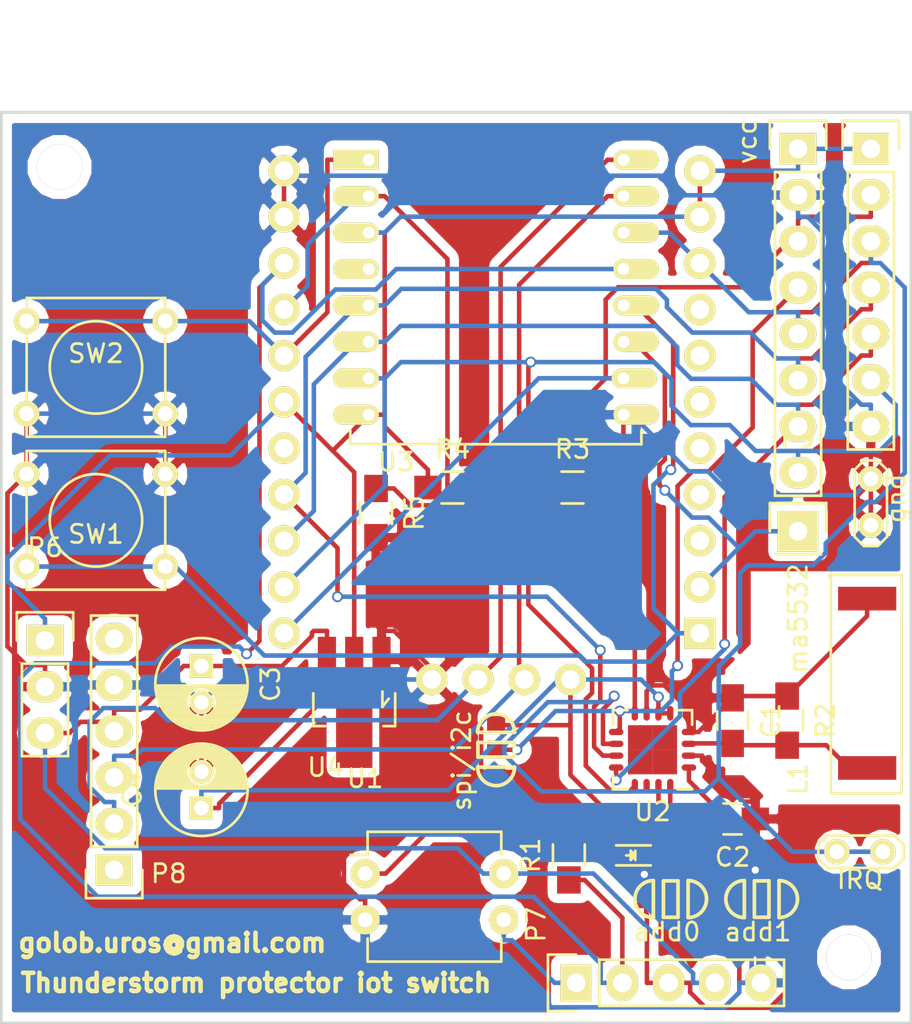
<source format=kicad_pcb>
(kicad_pcb (version 4) (host pcbnew "(2015-08-08 BZR 6073)-product")

  (general
    (links 107)
    (no_connects 0)
    (area 14.264536 23.174999 76.133584 131.82418)
    (thickness 1.6)
    (drawings 6)
    (tracks 473)
    (zones 0)
    (modules 31)
    (nets 23)
  )

  (page A4)
  (layers
    (0 F.Cu signal)
    (31 B.Cu signal)
    (32 B.Adhes user)
    (33 F.Adhes user)
    (34 B.Paste user)
    (35 F.Paste user)
    (36 B.SilkS user)
    (37 F.SilkS user)
    (38 B.Mask user)
    (39 F.Mask user)
    (40 Dwgs.User user)
    (41 Cmts.User user)
    (42 Eco1.User user)
    (43 Eco2.User user)
    (44 Edge.Cuts user)
    (45 Margin user)
    (46 B.CrtYd user)
    (47 F.CrtYd user)
    (48 B.Fab user)
    (49 F.Fab user)
  )

  (setup
    (last_trace_width 0.25)
    (user_trace_width 0.2)
    (user_trace_width 0.4)
    (user_trace_width 0.6)
    (user_trace_width 1)
    (user_trace_width 2)
    (trace_clearance 0.2)
    (zone_clearance 0.508)
    (zone_45_only no)
    (trace_min 0.2)
    (segment_width 0.2)
    (edge_width 0.15)
    (via_size 0.6)
    (via_drill 0.4)
    (via_min_size 0.4)
    (via_min_drill 0.3)
    (uvia_size 0.3)
    (uvia_drill 0.1)
    (uvias_allowed no)
    (uvia_min_size 0.2)
    (uvia_min_drill 0.1)
    (pcb_text_width 0.3)
    (pcb_text_size 1.5 1.5)
    (mod_edge_width 0.15)
    (mod_text_size 1 1)
    (mod_text_width 0.15)
    (pad_size 1.524 1.524)
    (pad_drill 0.762)
    (pad_to_mask_clearance 0.2)
    (aux_axis_origin 0 0)
    (visible_elements FFFFFF7F)
    (pcbplotparams
      (layerselection 0x010f0_80000001)
      (usegerberextensions false)
      (excludeedgelayer true)
      (linewidth 0.100000)
      (plotframeref false)
      (viasonmask false)
      (mode 1)
      (useauxorigin false)
      (hpglpennumber 1)
      (hpglpenspeed 20)
      (hpglpendiameter 15)
      (hpglpenoverlay 2)
      (psnegative false)
      (psa4output false)
      (plotreference true)
      (plotvalue true)
      (plotinvisibletext false)
      (padsonsilk false)
      (subtractmaskfromsilk false)
      (outputformat 4)
      (mirror false)
      (drillshape 1)
      (scaleselection 1)
      (outputdirectory ""))
  )

  (net 0 "")
  (net 1 "Net-(C1-Pad2)")
  (net 2 GND)
  (net 3 "Net-(C2-Pad2)")
  (net 4 +5V)
  (net 5 +3V3)
  (net 6 "Net-(D1-Pad2)")
  (net 7 /cs)
  (net 8 /si)
  (net 9 /add1)
  (net 10 /add0)
  (net 11 /irq)
  (net 12 /clk)
  (net 13 /miso)
  (net 14 /mosi)
  (net 15 /to_sw)
  (net 16 /tx)
  (net 17 /rx)
  (net 18 /flash)
  (net 19 /reset)
  (net 20 /adc)
  (net 21 "Net-(P9-Pad1)")
  (net 22 /to_switch)

  (net_class Default "This is the default net class."
    (clearance 0.2)
    (trace_width 0.25)
    (via_dia 0.6)
    (via_drill 0.4)
    (uvia_dia 0.3)
    (uvia_drill 0.1)
    (add_net +3V3)
    (add_net +5V)
    (add_net /adc)
    (add_net /add0)
    (add_net /add1)
    (add_net /clk)
    (add_net /cs)
    (add_net /flash)
    (add_net /irq)
    (add_net /miso)
    (add_net /mosi)
    (add_net /reset)
    (add_net /rx)
    (add_net /si)
    (add_net /to_sw)
    (add_net /to_switch)
    (add_net /tx)
    (add_net GND)
    (add_net "Net-(C1-Pad2)")
    (add_net "Net-(C2-Pad2)")
    (add_net "Net-(D1-Pad2)")
    (add_net "Net-(P9-Pad1)")
  )

  (net_class ac ""
    (clearance 0.65)
    (trace_width 2)
    (via_dia 0.6)
    (via_drill 0.4)
    (uvia_dia 0.3)
    (uvia_drill 0.1)
  )

  (module LEDs:LED-0603 (layer F.Cu) (tedit 55D35929) (tstamp 55C83A9E)
    (at 54.6 70.8 180)
    (descr "LED 0603 smd package")
    (tags "LED led 0603 SMD smd SMT smt smdled SMDLED smtled SMTLED")
    (path /55C7E808)
    (attr smd)
    (fp_text reference D1 (at 0 -1.5 180) (layer F.SilkS) hide
      (effects (font (size 1 1) (thickness 0.15)))
    )
    (fp_text value LED (at 0 1.5 180) (layer F.Fab) hide
      (effects (font (size 1 1) (thickness 0.15)))
    )
    (fp_line (start -1.1 0.55) (end 0.8 0.55) (layer F.SilkS) (width 0.15))
    (fp_line (start -1.1 -0.55) (end 0.8 -0.55) (layer F.SilkS) (width 0.15))
    (fp_line (start -0.2 0) (end 0.25 0) (layer F.SilkS) (width 0.15))
    (fp_line (start -0.25 -0.25) (end -0.25 0.25) (layer F.SilkS) (width 0.15))
    (fp_line (start -0.25 0) (end 0 -0.25) (layer F.SilkS) (width 0.15))
    (fp_line (start 0 -0.25) (end 0 0.25) (layer F.SilkS) (width 0.15))
    (fp_line (start 0 0.25) (end -0.25 0) (layer F.SilkS) (width 0.15))
    (fp_line (start 1.4 -0.75) (end 1.4 0.75) (layer F.CrtYd) (width 0.05))
    (fp_line (start 1.4 0.75) (end -1.4 0.75) (layer F.CrtYd) (width 0.05))
    (fp_line (start -1.4 0.75) (end -1.4 -0.75) (layer F.CrtYd) (width 0.05))
    (fp_line (start -1.4 -0.75) (end 1.4 -0.75) (layer F.CrtYd) (width 0.05))
    (pad 2 smd rect (at 0.7493 0) (size 0.79756 0.79756) (layers F.Cu F.Paste F.Mask)
      (net 6 "Net-(D1-Pad2)"))
    (pad 1 smd rect (at -0.7493 0) (size 0.79756 0.79756) (layers F.Cu F.Paste F.Mask)
      (net 2 GND))
  )

  (module ESP8266:ma5532 (layer F.Cu) (tedit 55D35840) (tstamp 55C83ADD)
    (at 67.6 61.4 270)
    (tags "coilcraft ma5532-ae")
    (path /55C73E69)
    (fp_text reference L1 (at 5.2 3.8 270) (layer F.SilkS)
      (effects (font (size 1 1) (thickness 0.15)))
    )
    (fp_text value ma5532 (at 0.1 0.4 270) (layer F.Fab)
      (effects (font (size 1 1) (thickness 0.15)))
    )
    (fp_text user ma5532 (at -3.6 3.8 450) (layer F.SilkS)
      (effects (font (size 1 1) (thickness 0.15)))
    )
    (fp_line (start -6 1.9) (end -6 -1.9) (layer F.SilkS) (width 0.15))
    (fp_line (start -6 -1.9) (end 6 -1.9) (layer F.SilkS) (width 0.15))
    (fp_line (start 6 -1.9) (end 6 2) (layer F.SilkS) (width 0.15))
    (fp_line (start 6 2) (end -6.1 2) (layer F.SilkS) (width 0.15))
    (fp_line (start -6.1 2) (end -5.9 2.1) (layer F.SilkS) (width 0.15))
    (pad 1 smd rect (at -4.7 0 270) (size 1.3 3.2) (layers F.Cu F.Paste F.Mask)
      (net 2 GND))
    (pad 2 smd rect (at 4.6 0 270) (size 1.3 3.2) (layers F.Cu F.Paste F.Mask)
      (net 1 "Net-(C1-Pad2)"))
  )

  (module Pin_Headers:Pin_Header_Straight_1x08 (layer F.Cu) (tedit 55D35957) (tstamp 55C83AFB)
    (at 63.8 32)
    (descr "Through hole pin header")
    (tags "pin header")
    (path /55C7C583)
    (fp_text reference vcc (at -2.8 -0.4 90) (layer F.SilkS)
      (effects (font (size 1 1) (thickness 0.15)))
    )
    (fp_text value CONN_01X08 (at 0 -3.1) (layer F.Fab) hide
      (effects (font (size 1 1) (thickness 0.15)))
    )
    (fp_line (start -1.75 -1.75) (end -1.75 19.55) (layer F.CrtYd) (width 0.05))
    (fp_line (start 1.75 -1.75) (end 1.75 19.55) (layer F.CrtYd) (width 0.05))
    (fp_line (start -1.75 -1.75) (end 1.75 -1.75) (layer F.CrtYd) (width 0.05))
    (fp_line (start -1.75 19.55) (end 1.75 19.55) (layer F.CrtYd) (width 0.05))
    (fp_line (start 1.27 1.27) (end 1.27 19.05) (layer F.SilkS) (width 0.15))
    (fp_line (start 1.27 19.05) (end -1.27 19.05) (layer F.SilkS) (width 0.15))
    (fp_line (start -1.27 19.05) (end -1.27 1.27) (layer F.SilkS) (width 0.15))
    (fp_line (start 1.55 -1.55) (end 1.55 0) (layer F.SilkS) (width 0.15))
    (fp_line (start 1.27 1.27) (end -1.27 1.27) (layer F.SilkS) (width 0.15))
    (fp_line (start -1.55 0) (end -1.55 -1.55) (layer F.SilkS) (width 0.15))
    (fp_line (start -1.55 -1.55) (end 1.55 -1.55) (layer F.SilkS) (width 0.15))
    (pad 1 thru_hole rect (at 0 0) (size 2.032 1.7272) (drill 1.016) (layers *.Cu *.Mask F.SilkS)
      (net 5 +3V3))
    (pad 2 thru_hole oval (at 0 2.54) (size 2.032 1.7272) (drill 1.016) (layers *.Cu *.Mask F.SilkS)
      (net 2 GND))
    (pad 3 thru_hole oval (at 0 5.08) (size 2.032 1.7272) (drill 1.016) (layers *.Cu *.Mask F.SilkS)
      (net 7 /cs))
    (pad 4 thru_hole oval (at 0 7.62) (size 2.032 1.7272) (drill 1.016) (layers *.Cu *.Mask F.SilkS)
      (net 8 /si))
    (pad 5 thru_hole oval (at 0 10.16) (size 2.032 1.7272) (drill 1.016) (layers *.Cu *.Mask F.SilkS)
      (net 11 /irq))
    (pad 6 thru_hole oval (at 0 12.7) (size 2.032 1.7272) (drill 1.016) (layers *.Cu *.Mask F.SilkS)
      (net 12 /clk))
    (pad 7 thru_hole oval (at 0 15.24) (size 2.032 1.7272) (drill 1.016) (layers *.Cu *.Mask F.SilkS)
      (net 13 /miso))
    (pad 8 thru_hole oval (at 0 17.78) (size 2.032 1.7272) (drill 1.016) (layers *.Cu *.Mask F.SilkS)
      (net 14 /mosi))
    (model Pin_Headers.3dshapes/Pin_Header_Straight_1x08.wrl
      (at (xyz 0 -0.35 0))
      (scale (xyz 1 1 1))
      (rotate (xyz 0 0 90))
    )
  )

  (module Pin_Headers:Pin_Header_Straight_1x07 (layer F.Cu) (tedit 55D3595B) (tstamp 55C83B06)
    (at 67.8 32)
    (descr "Through hole pin header")
    (tags "pin header")
    (path /55C7C869)
    (fp_text reference P5 (at 0 -5.1) (layer F.SilkS) hide
      (effects (font (size 1 1) (thickness 0.15)))
    )
    (fp_text value CONN_01X07 (at 0 -3.1) (layer F.Fab) hide
      (effects (font (size 1 1) (thickness 0.15)))
    )
    (fp_line (start -1.75 -1.75) (end -1.75 17) (layer F.CrtYd) (width 0.05))
    (fp_line (start 1.75 -1.75) (end 1.75 17) (layer F.CrtYd) (width 0.05))
    (fp_line (start -1.75 -1.75) (end 1.75 -1.75) (layer F.CrtYd) (width 0.05))
    (fp_line (start -1.75 17) (end 1.75 17) (layer F.CrtYd) (width 0.05))
    (fp_line (start 1.27 1.27) (end 1.27 16.51) (layer F.SilkS) (width 0.15))
    (fp_line (start 1.27 16.51) (end -1.27 16.51) (layer F.SilkS) (width 0.15))
    (fp_line (start -1.27 16.51) (end -1.27 1.27) (layer F.SilkS) (width 0.15))
    (fp_line (start 1.55 -1.55) (end 1.55 0) (layer F.SilkS) (width 0.15))
    (fp_line (start 1.27 1.27) (end -1.27 1.27) (layer F.SilkS) (width 0.15))
    (fp_line (start -1.55 0) (end -1.55 -1.55) (layer F.SilkS) (width 0.15))
    (fp_line (start -1.55 -1.55) (end 1.55 -1.55) (layer F.SilkS) (width 0.15))
    (pad 1 thru_hole rect (at 0 0) (size 2.032 1.7272) (drill 1.016) (layers *.Cu *.Mask F.SilkS)
      (net 5 +3V3))
    (pad 2 thru_hole oval (at 0 2.54) (size 2.032 1.7272) (drill 1.016) (layers *.Cu *.Mask F.SilkS)
      (net 7 /cs))
    (pad 3 thru_hole oval (at 0 5.08) (size 2.032 1.7272) (drill 1.016) (layers *.Cu *.Mask F.SilkS)
      (net 11 /irq))
    (pad 4 thru_hole oval (at 0 7.62) (size 2.032 1.7272) (drill 1.016) (layers *.Cu *.Mask F.SilkS)
      (net 12 /clk))
    (pad 5 thru_hole oval (at 0 10.16) (size 2.032 1.7272) (drill 1.016) (layers *.Cu *.Mask F.SilkS)
      (net 13 /miso))
    (pad 6 thru_hole oval (at 0 12.7) (size 2.032 1.7272) (drill 1.016) (layers *.Cu *.Mask F.SilkS)
      (net 14 /mosi))
    (pad 7 thru_hole oval (at 0 15.24) (size 2.032 1.7272) (drill 1.016) (layers *.Cu *.Mask F.SilkS)
      (net 2 GND))
    (model Pin_Headers.3dshapes/Pin_Header_Straight_1x07.wrl
      (at (xyz 0 -0.3 0))
      (scale (xyz 1 1 1))
      (rotate (xyz 0 0 90))
    )
  )

  (module Pin_Headers:Pin_Header_Straight_1x03 (layer F.Cu) (tedit 55D35861) (tstamp 55C83B0D)
    (at 22.4 59)
    (descr "Through hole pin header")
    (tags "pin header")
    (path /55C7B60A)
    (fp_text reference P6 (at 0 -5.1) (layer F.SilkS)
      (effects (font (size 1 1) (thickness 0.15)))
    )
    (fp_text value CONN_01X03 (at 0 -3.1) (layer F.Fab) hide
      (effects (font (size 1 1) (thickness 0.15)))
    )
    (fp_line (start -1.75 -1.75) (end -1.75 6.85) (layer F.CrtYd) (width 0.05))
    (fp_line (start 1.75 -1.75) (end 1.75 6.85) (layer F.CrtYd) (width 0.05))
    (fp_line (start -1.75 -1.75) (end 1.75 -1.75) (layer F.CrtYd) (width 0.05))
    (fp_line (start -1.75 6.85) (end 1.75 6.85) (layer F.CrtYd) (width 0.05))
    (fp_line (start -1.27 1.27) (end -1.27 6.35) (layer F.SilkS) (width 0.15))
    (fp_line (start -1.27 6.35) (end 1.27 6.35) (layer F.SilkS) (width 0.15))
    (fp_line (start 1.27 6.35) (end 1.27 1.27) (layer F.SilkS) (width 0.15))
    (fp_line (start 1.55 -1.55) (end 1.55 0) (layer F.SilkS) (width 0.15))
    (fp_line (start 1.27 1.27) (end -1.27 1.27) (layer F.SilkS) (width 0.15))
    (fp_line (start -1.55 0) (end -1.55 -1.55) (layer F.SilkS) (width 0.15))
    (fp_line (start -1.55 -1.55) (end 1.55 -1.55) (layer F.SilkS) (width 0.15))
    (pad 1 thru_hole rect (at 0 0) (size 2.032 1.7272) (drill 1.016) (layers *.Cu *.Mask F.SilkS)
      (net 5 +3V3))
    (pad 2 thru_hole oval (at 0 2.54) (size 2.032 1.7272) (drill 1.016) (layers *.Cu *.Mask F.SilkS)
      (net 2 GND))
    (pad 3 thru_hole oval (at 0 5.08) (size 2.032 1.7272) (drill 1.016) (layers *.Cu *.Mask F.SilkS)
      (net 4 +5V))
    (model Pin_Headers.3dshapes/Pin_Header_Straight_1x03.wrl
      (at (xyz 0 -0.1 0))
      (scale (xyz 1 1 1))
      (rotate (xyz 0 0 90))
    )
  )

  (module Pin_Headers:Pin_Header_Straight_1x06 (layer F.Cu) (tedit 55D3574A) (tstamp 55C83B1E)
    (at 26.2 71.6 180)
    (descr "Through hole pin header")
    (tags "pin header")
    (path /55C7C491)
    (fp_text reference P8 (at -3 -0.2 180) (layer F.SilkS)
      (effects (font (size 1 1) (thickness 0.15)))
    )
    (fp_text value CONN_01X06 (at 0 -3.1 180) (layer F.Fab) hide
      (effects (font (size 1 1) (thickness 0.15)))
    )
    (fp_line (start -1.75 -1.75) (end -1.75 14.45) (layer F.CrtYd) (width 0.05))
    (fp_line (start 1.75 -1.75) (end 1.75 14.45) (layer F.CrtYd) (width 0.05))
    (fp_line (start -1.75 -1.75) (end 1.75 -1.75) (layer F.CrtYd) (width 0.05))
    (fp_line (start -1.75 14.45) (end 1.75 14.45) (layer F.CrtYd) (width 0.05))
    (fp_line (start 1.27 1.27) (end 1.27 13.97) (layer F.SilkS) (width 0.15))
    (fp_line (start 1.27 13.97) (end -1.27 13.97) (layer F.SilkS) (width 0.15))
    (fp_line (start -1.27 13.97) (end -1.27 1.27) (layer F.SilkS) (width 0.15))
    (fp_line (start 1.55 -1.55) (end 1.55 0) (layer F.SilkS) (width 0.15))
    (fp_line (start 1.27 1.27) (end -1.27 1.27) (layer F.SilkS) (width 0.15))
    (fp_line (start -1.55 0) (end -1.55 -1.55) (layer F.SilkS) (width 0.15))
    (fp_line (start -1.55 -1.55) (end 1.55 -1.55) (layer F.SilkS) (width 0.15))
    (pad 1 thru_hole rect (at 0 0 180) (size 2.032 1.7272) (drill 1.016) (layers *.Cu *.Mask F.SilkS))
    (pad 2 thru_hole oval (at 0 2.54 180) (size 2.032 1.7272) (drill 1.016) (layers *.Cu *.Mask F.SilkS)
      (net 16 /tx))
    (pad 3 thru_hole oval (at 0 5.08 180) (size 2.032 1.7272) (drill 1.016) (layers *.Cu *.Mask F.SilkS)
      (net 17 /rx))
    (pad 4 thru_hole oval (at 0 7.62 180) (size 2.032 1.7272) (drill 1.016) (layers *.Cu *.Mask F.SilkS)
      (net 4 +5V))
    (pad 5 thru_hole oval (at 0 10.16 180) (size 2.032 1.7272) (drill 1.016) (layers *.Cu *.Mask F.SilkS)
      (net 2 GND))
    (pad 6 thru_hole oval (at 0 12.7 180) (size 2.032 1.7272) (drill 1.016) (layers *.Cu *.Mask F.SilkS))
    (model Pin_Headers.3dshapes/Pin_Header_Straight_1x06.wrl
      (at (xyz 0 -0.25 0))
      (scale (xyz 1 1 1))
      (rotate (xyz 0 0 90))
    )
  )

  (module Buttons_Switches_ThroughHole:SW_PUSH_SMALL (layer F.Cu) (tedit 0) (tstamp 55C83B3F)
    (at 25.2 52.4 180)
    (path /55C7413C)
    (fp_text reference SW1 (at 0 -0.762 180) (layer F.SilkS)
      (effects (font (size 1 1) (thickness 0.15)))
    )
    (fp_text value SW_FLASH (at 0 1.016 180) (layer F.Fab)
      (effects (font (size 1 1) (thickness 0.15)))
    )
    (fp_circle (center 0 0) (end 0 -2.54) (layer F.SilkS) (width 0.15))
    (fp_line (start -3.81 -3.81) (end 3.81 -3.81) (layer F.SilkS) (width 0.15))
    (fp_line (start 3.81 -3.81) (end 3.81 3.81) (layer F.SilkS) (width 0.15))
    (fp_line (start 3.81 3.81) (end -3.81 3.81) (layer F.SilkS) (width 0.15))
    (fp_line (start -3.81 -3.81) (end -3.81 3.81) (layer F.SilkS) (width 0.15))
    (pad 1 thru_hole circle (at 3.81 -2.54 180) (size 1.397 1.397) (drill 0.8128) (layers *.Cu *.Mask F.SilkS)
      (net 18 /flash))
    (pad 2 thru_hole circle (at 3.81 2.54 180) (size 1.397 1.397) (drill 0.8128) (layers *.Cu *.Mask F.SilkS)
      (net 2 GND))
    (pad 1 thru_hole circle (at -3.81 -2.54 180) (size 1.397 1.397) (drill 0.8128) (layers *.Cu *.Mask F.SilkS)
      (net 18 /flash))
    (pad 2 thru_hole circle (at -3.81 2.54 180) (size 1.397 1.397) (drill 0.8128) (layers *.Cu *.Mask F.SilkS)
      (net 2 GND))
  )

  (module Buttons_Switches_ThroughHole:SW_PUSH_SMALL (layer F.Cu) (tedit 0) (tstamp 55C83B47)
    (at 25.2 44)
    (path /55C741BB)
    (fp_text reference SW2 (at 0 -0.762) (layer F.SilkS)
      (effects (font (size 1 1) (thickness 0.15)))
    )
    (fp_text value SW_RESET (at 0 1.016) (layer F.Fab)
      (effects (font (size 1 1) (thickness 0.15)))
    )
    (fp_circle (center 0 0) (end 0 -2.54) (layer F.SilkS) (width 0.15))
    (fp_line (start -3.81 -3.81) (end 3.81 -3.81) (layer F.SilkS) (width 0.15))
    (fp_line (start 3.81 -3.81) (end 3.81 3.81) (layer F.SilkS) (width 0.15))
    (fp_line (start 3.81 3.81) (end -3.81 3.81) (layer F.SilkS) (width 0.15))
    (fp_line (start -3.81 -3.81) (end -3.81 3.81) (layer F.SilkS) (width 0.15))
    (pad 1 thru_hole circle (at 3.81 -2.54) (size 1.397 1.397) (drill 0.8128) (layers *.Cu *.Mask F.SilkS)
      (net 19 /reset))
    (pad 2 thru_hole circle (at 3.81 2.54) (size 1.397 1.397) (drill 0.8128) (layers *.Cu *.Mask F.SilkS)
      (net 2 GND))
    (pad 1 thru_hole circle (at -3.81 -2.54) (size 1.397 1.397) (drill 0.8128) (layers *.Cu *.Mask F.SilkS)
      (net 19 /reset))
    (pad 2 thru_hole circle (at -3.81 2.54) (size 1.397 1.397) (drill 0.8128) (layers *.Cu *.Mask F.SilkS)
      (net 2 GND))
  )

  (module Housings_DIP:DIP-4_W7.62mm (layer F.Cu) (tedit 54130A77) (tstamp 55C83B4F)
    (at 40 71.8)
    (descr "4-lead dip package, row spacing 7.62 mm (300 mils)")
    (tags "dil dip 2.54 300")
    (path /55C7E96F)
    (fp_text reference U1 (at 0 -5.22) (layer F.SilkS)
      (effects (font (size 1 1) (thickness 0.15)))
    )
    (fp_text value PC817 (at 0 -3.72) (layer F.Fab)
      (effects (font (size 1 1) (thickness 0.15)))
    )
    (fp_line (start -1.05 -2.45) (end -1.05 5) (layer F.CrtYd) (width 0.05))
    (fp_line (start 8.65 -2.45) (end 8.65 5) (layer F.CrtYd) (width 0.05))
    (fp_line (start -1.05 -2.45) (end 8.65 -2.45) (layer F.CrtYd) (width 0.05))
    (fp_line (start -1.05 5) (end 8.65 5) (layer F.CrtYd) (width 0.05))
    (fp_line (start 0.135 -2.295) (end 0.135 -1.025) (layer F.SilkS) (width 0.15))
    (fp_line (start 7.485 -2.295) (end 7.485 -1.025) (layer F.SilkS) (width 0.15))
    (fp_line (start 7.485 4.835) (end 7.485 3.565) (layer F.SilkS) (width 0.15))
    (fp_line (start 0.135 4.835) (end 0.135 3.565) (layer F.SilkS) (width 0.15))
    (fp_line (start 0.135 -2.295) (end 7.485 -2.295) (layer F.SilkS) (width 0.15))
    (fp_line (start 0.135 4.835) (end 7.485 4.835) (layer F.SilkS) (width 0.15))
    (fp_line (start 0.135 -1.025) (end -0.8 -1.025) (layer F.SilkS) (width 0.15))
    (pad 1 thru_hole oval (at 0 0) (size 1.6 1.6) (drill 0.8) (layers *.Cu *.Mask F.SilkS)
      (net 6 "Net-(D1-Pad2)"))
    (pad 2 thru_hole oval (at 0 2.54) (size 1.6 1.6) (drill 0.8) (layers *.Cu *.Mask F.SilkS)
      (net 2 GND))
    (pad 3 thru_hole oval (at 7.62 2.54) (size 1.6 1.6) (drill 0.8) (layers *.Cu *.Mask F.SilkS)
      (net 22 /to_switch))
    (pad 4 thru_hole oval (at 7.62 0) (size 1.6 1.6) (drill 0.8) (layers *.Cu *.Mask F.SilkS)
      (net 4 +5V))
    (model Housings_DIP.3dshapes/DIP-4_W7.62mm.wrl
      (at (xyz 0 0 0))
      (scale (xyz 1 1 1))
      (rotate (xyz 0 0 0))
    )
  )

  (module Housings_DFN_QFN:UQFN-16-1EP_4x4mm_Pitch0.65mm (layer F.Cu) (tedit 54130A77) (tstamp 55C83B67)
    (at 55.8 65 180)
    (descr "16-Lead Ultra Thin Plastic Quad Flat, No Lead Package (JQ) - 4x4x0.5 mm Body [UQFN]; (see Microchip Packaging Specification 00000049BS.pdf)")
    (tags "QFN 0.65")
    (path /55C73C4C)
    (attr smd)
    (fp_text reference U2 (at 0 -3.4 180) (layer F.SilkS)
      (effects (font (size 1 1) (thickness 0.15)))
    )
    (fp_text value as3935 (at 0 3.4 180) (layer F.Fab)
      (effects (font (size 1 1) (thickness 0.15)))
    )
    (fp_line (start -2.65 -2.65) (end -2.65 2.65) (layer F.CrtYd) (width 0.05))
    (fp_line (start 2.65 -2.65) (end 2.65 2.65) (layer F.CrtYd) (width 0.05))
    (fp_line (start -2.65 -2.65) (end 2.65 -2.65) (layer F.CrtYd) (width 0.05))
    (fp_line (start -2.65 2.65) (end 2.65 2.65) (layer F.CrtYd) (width 0.05))
    (fp_line (start 2.175 -2.175) (end 2.175 -1.375) (layer F.SilkS) (width 0.15))
    (fp_line (start -2.175 2.175) (end -2.175 1.375) (layer F.SilkS) (width 0.15))
    (fp_line (start 2.175 2.175) (end 2.175 1.375) (layer F.SilkS) (width 0.15))
    (fp_line (start -2.175 -2.175) (end -1.375 -2.175) (layer F.SilkS) (width 0.15))
    (fp_line (start -2.175 2.175) (end -1.375 2.175) (layer F.SilkS) (width 0.15))
    (fp_line (start 2.175 2.175) (end 1.375 2.175) (layer F.SilkS) (width 0.15))
    (fp_line (start 2.175 -2.175) (end 1.375 -2.175) (layer F.SilkS) (width 0.15))
    (pad 1 smd oval (at -2 -0.975 180) (size 0.8 0.35) (layers F.Cu F.Paste F.Mask)
      (net 3 "Net-(C2-Pad2)"))
    (pad 2 smd oval (at -2 -0.325 180) (size 0.8 0.35) (layers F.Cu F.Paste F.Mask)
      (net 2 GND))
    (pad 3 smd oval (at -2 0.325 180) (size 0.8 0.35) (layers F.Cu F.Paste F.Mask)
      (net 1 "Net-(C1-Pad2)"))
    (pad 4 smd oval (at -2 0.975 180) (size 0.8 0.35) (layers F.Cu F.Paste F.Mask)
      (net 2 GND))
    (pad 5 smd oval (at -0.975 2 270) (size 0.8 0.35) (layers F.Cu F.Paste F.Mask)
      (net 5 +3V3))
    (pad 6 smd oval (at -0.325 2 270) (size 0.8 0.35) (layers F.Cu F.Paste F.Mask)
      (net 5 +3V3))
    (pad 7 smd oval (at 0.325 2 270) (size 0.8 0.35) (layers F.Cu F.Paste F.Mask)
      (net 2 GND))
    (pad 8 smd oval (at 0.975 2 270) (size 0.8 0.35) (layers F.Cu F.Paste F.Mask)
      (net 7 /cs))
    (pad 9 smd oval (at 2 0.975 180) (size 0.8 0.35) (layers F.Cu F.Paste F.Mask)
      (net 8 /si))
    (pad 10 smd oval (at 2 0.325 180) (size 0.8 0.35) (layers F.Cu F.Paste F.Mask)
      (net 11 /irq))
    (pad 11 smd oval (at 2 -0.325 180) (size 0.8 0.35) (layers F.Cu F.Paste F.Mask)
      (net 12 /clk))
    (pad 12 smd oval (at 2 -0.975 180) (size 0.8 0.35) (layers F.Cu F.Paste F.Mask)
      (net 13 /miso))
    (pad 13 smd oval (at 0.975 -2 270) (size 0.8 0.35) (layers F.Cu F.Paste F.Mask)
      (net 14 /mosi))
    (pad 14 smd oval (at 0.325 -2 270) (size 0.8 0.35) (layers F.Cu F.Paste F.Mask))
    (pad 15 smd oval (at -0.325 -2 270) (size 0.8 0.35) (layers F.Cu F.Paste F.Mask)
      (net 10 /add0))
    (pad 16 smd oval (at -0.975 -2 270) (size 0.8 0.35) (layers F.Cu F.Paste F.Mask)
      (net 9 /add1))
    (pad 17 smd rect (at 0.675 0.675 180) (size 1.35 1.35) (layers F.Cu F.Paste F.Mask)
      (solder_paste_margin_ratio -0.2))
    (pad 17 smd rect (at 0.675 -0.675 180) (size 1.35 1.35) (layers F.Cu F.Paste F.Mask)
      (solder_paste_margin_ratio -0.2))
    (pad 17 smd rect (at -0.675 0.675 180) (size 1.35 1.35) (layers F.Cu F.Paste F.Mask)
      (solder_paste_margin_ratio -0.2))
    (pad 17 smd rect (at -0.675 -0.675 180) (size 1.35 1.35) (layers F.Cu F.Paste F.Mask)
      (solder_paste_margin_ratio -0.2))
    (model Housings_DFN_QFN.3dshapes/UQFN-16-1EP_4x4mm_Pitch0.65mm.wrl
      (at (xyz 0 0 0))
      (scale (xyz 1 1 1))
      (rotate (xyz 0 0 0))
    )
  )

  (module ESP8266:ESP-12 (layer F.Cu) (tedit 55BE5912) (tstamp 55C83B7B)
    (at 40.2 32.6)
    (descr "Module, ESP-8266, ESP-12, 16 pad, SMD")
    (tags "Module ESP-8266 ESP8266")
    (path /55C79557)
    (fp_text reference U3 (at 1.5 16.6) (layer F.SilkS)
      (effects (font (size 1 1) (thickness 0.15)))
    )
    (fp_text value ESP-12 (at 6.992 1) (layer F.Fab)
      (effects (font (size 1 1) (thickness 0.15)))
    )
    (fp_line (start -2.25 -0.5) (end -2.25 -8.75) (layer F.CrtYd) (width 0.05))
    (fp_line (start -2.25 -8.75) (end 15.25 -8.75) (layer F.CrtYd) (width 0.05))
    (fp_line (start 15.25 -8.75) (end 16.25 -8.75) (layer F.CrtYd) (width 0.05))
    (fp_line (start 16.25 -8.75) (end 16.25 16) (layer F.CrtYd) (width 0.05))
    (fp_line (start 16.25 16) (end -2.25 16) (layer F.CrtYd) (width 0.05))
    (fp_line (start -2.25 16) (end -2.25 -0.5) (layer F.CrtYd) (width 0.05))
    (fp_line (start -1.016 -8.382) (end 14.986 -8.382) (layer F.CrtYd) (width 0.1524))
    (fp_line (start 14.986 -8.382) (end 14.986 -0.889) (layer F.CrtYd) (width 0.1524))
    (fp_line (start -1.016 -8.382) (end -1.016 -1.016) (layer F.CrtYd) (width 0.1524))
    (fp_line (start -1.016 14.859) (end -1.016 15.621) (layer F.SilkS) (width 0.1524))
    (fp_line (start -1.016 15.621) (end 14.986 15.621) (layer F.SilkS) (width 0.1524))
    (fp_line (start 14.986 15.621) (end 14.986 14.859) (layer F.SilkS) (width 0.1524))
    (fp_line (start 14.992 -8.4) (end -1.008 -2.6) (layer F.CrtYd) (width 0.1524))
    (fp_line (start -1.008 -8.4) (end 14.992 -2.6) (layer F.CrtYd) (width 0.1524))
    (fp_text user "No Copper" (at 6.892 -5.4) (layer F.CrtYd)
      (effects (font (size 1 1) (thickness 0.15)))
    )
    (fp_line (start -1.008 -2.6) (end 14.992 -2.6) (layer F.CrtYd) (width 0.1524))
    (fp_line (start 15 -8.4) (end 15 15.6) (layer F.Fab) (width 0.05))
    (fp_line (start 14.992 15.6) (end -1.008 15.6) (layer F.Fab) (width 0.05))
    (fp_line (start -1.008 15.6) (end -1.008 -8.4) (layer F.Fab) (width 0.05))
    (fp_line (start -1.008 -8.4) (end 14.992 -8.4) (layer F.Fab) (width 0.05))
    (pad 1 thru_hole rect (at 0 0) (size 2.5 1.1) (drill 0.65 (offset -0.7 0)) (layers *.Cu *.Mask F.SilkS)
      (net 19 /reset))
    (pad 2 thru_hole oval (at 0 2) (size 2.5 1.1) (drill 0.65 (offset -0.7 0)) (layers *.Cu *.Mask F.SilkS)
      (net 20 /adc))
    (pad 3 thru_hole oval (at 0 4) (size 2.5 1.1) (drill 0.65 (offset -0.7 0)) (layers *.Cu *.Mask F.SilkS)
      (net 5 +3V3))
    (pad 4 thru_hole oval (at 0 6) (size 2.5 1.1) (drill 0.65 (offset -0.7 0)) (layers *.Cu *.Mask F.SilkS))
    (pad 5 thru_hole oval (at 0 8) (size 2.5 1.1) (drill 0.65 (offset -0.7 0)) (layers *.Cu *.Mask F.SilkS)
      (net 12 /clk))
    (pad 6 thru_hole oval (at 0 10) (size 2.5 1.1) (drill 0.65 (offset -0.7 0)) (layers *.Cu *.Mask F.SilkS)
      (net 13 /miso))
    (pad 7 thru_hole oval (at 0 12) (size 2.5 1.1) (drill 0.65 (offset -0.7 0)) (layers *.Cu *.Mask F.SilkS)
      (net 14 /mosi))
    (pad 8 thru_hole oval (at 0 14) (size 2.5 1.1) (drill 0.65 (offset -0.7 0)) (layers *.Cu *.Mask F.SilkS)
      (net 5 +3V3))
    (pad 9 thru_hole oval (at 14 14) (size 2.5 1.1) (drill 0.65 (offset 0.7 0)) (layers *.Cu *.Mask F.SilkS)
      (net 2 GND))
    (pad 10 thru_hole oval (at 14 12) (size 2.5 1.1) (drill 0.65 (offset 0.6 0)) (layers *.Cu *.Mask F.SilkS)
      (net 7 /cs))
    (pad 11 thru_hole oval (at 14 10) (size 2.5 1.1) (drill 0.65 (offset 0.7 0)) (layers *.Cu *.Mask F.SilkS)
      (net 21 "Net-(P9-Pad1)"))
    (pad 12 thru_hole oval (at 14 8) (size 2.5 1.1) (drill 0.65 (offset 0.7 0)) (layers *.Cu *.Mask F.SilkS)
      (net 18 /flash))
    (pad 13 thru_hole oval (at 14 6) (size 2.5 1.1) (drill 0.65 (offset 0.7 0)) (layers *.Cu *.Mask F.SilkS)
      (net 15 /to_sw))
    (pad 14 thru_hole oval (at 14 4) (size 2.5 1.1) (drill 0.65 (offset 0.7 0)) (layers *.Cu *.Mask F.SilkS)
      (net 11 /irq))
    (pad 15 thru_hole oval (at 14 2) (size 2.5 1.1) (drill 0.65 (offset 0.7 0)) (layers *.Cu *.Mask F.SilkS)
      (net 17 /rx))
    (pad 16 thru_hole oval (at 14 0) (size 2.5 1.1) (drill 0.65 (offset 0.7 0)) (layers *.Cu *.Mask F.SilkS)
      (net 16 /tx))
    (model ${ESPLIB}/ESP8266.3dshapes/ESP-12.wrl
      (at (xyz 0 0 0))
      (scale (xyz 0.3937 0.3937 0.3937))
      (rotate (xyz 0 0 0))
    )
  )

  (module ESP8266:ESP-201 (layer F.Cu) (tedit 553C10CA) (tstamp 55C83B99)
    (at 58.4 58.6 180)
    (descr "Module, ESP-8266, ESP-201, 26 pin, through hole, 0.1 inch")
    (tags "Module ESP-8266 ESP8266")
    (path /55C73788)
    (fp_text reference U4 (at 20.574 -7.366 180) (layer F.SilkS)
      (effects (font (size 1 1) (thickness 0.15)))
    )
    (fp_text value ESP-201 (at 11.43 1.27 180) (layer F.Fab)
      (effects (font (size 1 1) (thickness 0.15)))
    )
    (fp_line (start 5.842 -3.81) (end 16.002 -3.81) (layer F.CrtYd) (width 0.1524))
    (fp_line (start 16.002 -3.81) (end 16.002 -1.27) (layer F.CrtYd) (width 0.1524))
    (fp_line (start 16.002 -1.27) (end 5.842 -1.27) (layer F.CrtYd) (width 0.1524))
    (fp_line (start 5.842 -1.27) (end 5.842 -3.81) (layer F.CrtYd) (width 0.1524))
    (fp_line (start 24.13 26.67) (end 21.59 26.67) (layer F.CrtYd) (width 0.1524))
    (fp_line (start 21.59 26.67) (end 21.59 -1.27) (layer F.CrtYd) (width 0.1524))
    (fp_line (start 21.59 -1.27) (end 24.13 -1.27) (layer F.CrtYd) (width 0.1524))
    (fp_line (start 24.13 -1.27) (end 24.13 26.67) (layer F.CrtYd) (width 0.1524))
    (fp_line (start -1.27 26.67) (end 1.27 26.67) (layer F.CrtYd) (width 0.1524))
    (fp_line (start 1.27 26.67) (end 1.27 -1.27) (layer F.CrtYd) (width 0.1524))
    (fp_line (start 1.27 -1.27) (end -1.27 -1.27) (layer F.CrtYd) (width 0.1524))
    (fp_line (start -1.27 -1.27) (end -1.27 26.67) (layer F.CrtYd) (width 0.1524))
    (fp_line (start -1.27 -6.35) (end 24.13 -6.35) (layer F.Fab) (width 0.1524))
    (fp_line (start 24.13 -6.35) (end 24.13 27.432) (layer F.Fab) (width 0.1524))
    (fp_line (start 24.13 27.432) (end -1.27 27.432) (layer F.Fab) (width 0.1524))
    (fp_line (start -1.27 27.432) (end -1.27 -6.35) (layer F.Fab) (width 0.1524))
    (pad 1 thru_hole rect (at 0 0 270) (size 1.7272 1.7272) (drill 1.016) (layers *.Cu *.Mask F.SilkS)
      (net 18 /flash))
    (pad 2 thru_hole circle (at 0 2.54 270) (size 1.7272 1.7272) (drill 1.016) (layers *.Cu *.Mask F.SilkS)
      (net 21 "Net-(P9-Pad1)"))
    (pad 3 thru_hole circle (at 0 5.08 270) (size 1.7272 1.7272) (drill 1.016) (layers *.Cu *.Mask F.SilkS))
    (pad 4 thru_hole circle (at 0 7.62 270) (size 1.7272 1.7272) (drill 1.016) (layers *.Cu *.Mask F.SilkS))
    (pad 5 thru_hole circle (at 0 10.16 270) (size 1.7272 1.7272) (drill 1.016) (layers *.Cu *.Mask F.SilkS))
    (pad 6 thru_hole circle (at 0 12.7 270) (size 1.7272 1.7272) (drill 1.016) (layers *.Cu *.Mask F.SilkS))
    (pad 7 thru_hole circle (at 0 15.24 270) (size 1.7272 1.7272) (drill 1.016) (layers *.Cu *.Mask F.SilkS))
    (pad 8 thru_hole circle (at 0 17.78 270) (size 1.7272 1.7272) (drill 1.016) (layers *.Cu *.Mask F.SilkS))
    (pad 9 thru_hole circle (at 0 20.32 270) (size 1.7272 1.7272) (drill 1.016) (layers *.Cu *.Mask F.SilkS)
      (net 11 /irq))
    (pad 10 thru_hole circle (at 0 22.86 270) (size 1.7272 1.7272) (drill 1.016) (layers *.Cu *.Mask F.SilkS)
      (net 5 +3V3))
    (pad 11 thru_hole circle (at 0 25.4 270) (size 1.7272 1.7272) (drill 1.016) (layers *.Cu *.Mask F.SilkS)
      (net 5 +3V3))
    (pad 12 thru_hole circle (at 22.86 25.4 270) (size 1.7272 1.7272) (drill 1.016) (layers *.Cu *.Mask F.SilkS)
      (net 2 GND))
    (pad 13 thru_hole circle (at 22.86 22.86 270) (size 1.7272 1.7272) (drill 1.016) (layers *.Cu *.Mask F.SilkS)
      (net 2 GND))
    (pad 14 thru_hole circle (at 22.86 20.32 270) (size 1.7272 1.7272) (drill 1.016) (layers *.Cu *.Mask F.SilkS)
      (net 15 /to_sw))
    (pad 15 thru_hole circle (at 22.86 17.78 270) (size 1.7272 1.7272) (drill 1.016) (layers *.Cu *.Mask F.SilkS)
      (net 20 /adc))
    (pad 16 thru_hole circle (at 22.86 15.24 270) (size 1.7272 1.7272) (drill 1.016) (layers *.Cu *.Mask F.SilkS)
      (net 19 /reset))
    (pad 17 thru_hole circle (at 22.86 12.7 270) (size 1.7272 1.7272) (drill 1.016) (layers *.Cu *.Mask F.SilkS)
      (net 5 +3V3))
    (pad 18 thru_hole circle (at 22.86 10.16 270) (size 1.7272 1.7272) (drill 1.016) (layers *.Cu *.Mask F.SilkS))
    (pad 19 thru_hole circle (at 22.86 7.62 270) (size 1.7272 1.7272) (drill 1.016) (layers *.Cu *.Mask F.SilkS)
      (net 12 /clk))
    (pad 20 thru_hole circle (at 22.86 5.08 270) (size 1.7272 1.7272) (drill 1.016) (layers *.Cu *.Mask F.SilkS)
      (net 13 /miso))
    (pad 21 thru_hole circle (at 22.86 2.54 270) (size 1.7272 1.7272) (drill 1.016) (layers *.Cu *.Mask F.SilkS)
      (net 14 /mosi))
    (pad 22 thru_hole circle (at 22.86 0 270) (size 1.7272 1.7272) (drill 1.016) (layers *.Cu *.Mask F.SilkS)
      (net 7 /cs))
    (pad 23 thru_hole circle (at 14.732 -2.54 270) (size 1.7272 1.7272) (drill 1.016) (layers *.Cu *.Mask F.SilkS)
      (net 2 GND))
    (pad 24 thru_hole circle (at 12.192 -2.54 270) (size 1.7272 1.7272) (drill 1.016) (layers *.Cu *.Mask F.SilkS)
      (net 16 /tx))
    (pad 25 thru_hole circle (at 9.652 -2.54 270) (size 1.7272 1.7272) (drill 1.016) (layers *.Cu *.Mask F.SilkS)
      (net 17 /rx))
    (pad 26 thru_hole circle (at 7.112 -2.54 270) (size 1.7272 1.7272) (drill 1.016) (layers *.Cu *.Mask F.SilkS)
      (net 5 +3V3))
  )

  (module Housings_SOT-89:SOT89-3_Housing_Handsoldering (layer F.Cu) (tedit 55D3586D) (tstamp 55C83BA2)
    (at 39.4 62.4 180)
    (descr "SOT89-3, Housing, Handsoldering,")
    (tags "SOT89-3, Housing, Handsoldering,")
    (path /55C7476D)
    (attr smd)
    (fp_text reference U5 (at -0.0508 -5.00126 180) (layer F.SilkS) hide
      (effects (font (size 1 1) (thickness 0.15)))
    )
    (fp_text value AP1117D33 (at -0.14986 5.30098 180) (layer F.Fab) hide
      (effects (font (size 1 1) (thickness 0.15)))
    )
    (fp_line (start -1.89992 0.20066) (end -1.651 -0.09906) (layer F.SilkS) (width 0.15))
    (fp_line (start -1.651 -0.09906) (end -1.5494 -0.24892) (layer F.SilkS) (width 0.15))
    (fp_line (start -1.5494 -0.24892) (end -1.5494 0.59944) (layer F.SilkS) (width 0.15))
    (fp_line (start -2.25044 -1.30048) (end -2.25044 0.50038) (layer F.SilkS) (width 0.15))
    (fp_line (start -2.25044 -1.30048) (end -1.6002 -1.30048) (layer F.SilkS) (width 0.15))
    (fp_line (start 2.25044 -1.30048) (end 2.25044 0.50038) (layer F.SilkS) (width 0.15))
    (fp_line (start 2.25044 -1.30048) (end 1.6002 -1.30048) (layer F.SilkS) (width 0.15))
    (pad 1 smd rect (at -1.50114 2.35204 180) (size 1.00076 2.5019) (layers F.Cu F.Paste F.Mask)
      (net 2 GND))
    (pad 2 smd rect (at 0 2.35204 180) (size 1.00076 2.5019) (layers F.Cu F.Paste F.Mask)
      (net 5 +3V3))
    (pad 3 smd rect (at 1.50114 2.35204 180) (size 1.00076 2.5019) (layers F.Cu F.Paste F.Mask)
      (net 4 +5V))
    (pad 2 smd rect (at 0 -1.6002 180) (size 1.99898 4.0005) (layers F.Cu F.Paste F.Mask)
      (net 5 +3V3))
    (pad 2 smd trapezoid (at 0 0.7493) (size 1.50114 0.7493) (rect_delta 0 0.50038 ) (layers F.Cu F.Paste F.Mask)
      (net 5 +3V3))
    (model Housings_SOT-89.3dshapes/SOT89-3_Housing_Handsoldering.wrl
      (at (xyz 0 0 0))
      (scale (xyz 0.3937 0.3937 0.3937))
      (rotate (xyz 0 0 0))
    )
  )

  (module Connect:TESTPOINT (layer F.Cu) (tedit 55D357B5) (tstamp 55C83BA8)
    (at 67.2 70.6 180)
    (descr "Connecteurs 2 pins")
    (tags "CONN DEV")
    (path /55C77DED)
    (fp_text reference IRQ (at 0 -1.524 180) (layer F.SilkS)
      (effects (font (size 1 1) (thickness 0.15)))
    )
    (fp_text value TEST (at 0.127 1.524 180) (layer F.Fab) hide
      (effects (font (size 1 1) (thickness 0.15)))
    )
    (fp_line (start -1.905 -0.889) (end 1.778 -0.889) (layer F.SilkS) (width 0.15))
    (fp_line (start 1.778 -0.889) (end 2.286 -0.381) (layer F.SilkS) (width 0.15))
    (fp_line (start 2.286 -0.381) (end 2.286 0.381) (layer F.SilkS) (width 0.15))
    (fp_line (start 2.286 0.381) (end 1.778 0.889) (layer F.SilkS) (width 0.15))
    (fp_line (start 1.778 0.889) (end -1.905 0.889) (layer F.SilkS) (width 0.15))
    (fp_line (start -1.905 0.889) (end -2.413 0.381) (layer F.SilkS) (width 0.15))
    (fp_line (start -2.413 0.381) (end -2.413 -0.381) (layer F.SilkS) (width 0.15))
    (fp_line (start -2.413 -0.381) (end -1.905 -0.889) (layer F.SilkS) (width 0.15))
    (pad 1 thru_hole circle (at -1.27 0 180) (size 1.397 1.397) (drill 0.8128) (layers *.Cu *.Mask F.SilkS)
      (net 11 /irq))
    (pad 1 thru_hole circle (at 1.27 0 180) (size 1.397 1.397) (drill 0.8128) (layers *.Cu *.Mask F.SilkS)
      (net 11 /irq))
    (model Connect.3dshapes/TESTPOINT.wrl
      (at (xyz 0 0 0))
      (scale (xyz 1 1 1))
      (rotate (xyz 0 0 0))
    )
  )

  (module Connect:TESTPOINT (layer F.Cu) (tedit 55D35C61) (tstamp 55C83BAE)
    (at 67.8 51.4 90)
    (descr "Connecteurs 2 pins")
    (tags "CONN DEV")
    (path /55C787FC)
    (fp_text reference gnd (at 0.2 1.4 270) (layer F.SilkS)
      (effects (font (size 1 1) (thickness 0.15)))
    )
    (fp_text value TEST (at 0.127 1.524 90) (layer F.Fab) hide
      (effects (font (size 1 1) (thickness 0.15)))
    )
    (fp_line (start -1.905 -0.889) (end 1.778 -0.889) (layer F.SilkS) (width 0.15))
    (fp_line (start 1.778 -0.889) (end 2.286 -0.381) (layer F.SilkS) (width 0.15))
    (fp_line (start 2.286 -0.381) (end 2.286 0.381) (layer F.SilkS) (width 0.15))
    (fp_line (start 2.286 0.381) (end 1.778 0.889) (layer F.SilkS) (width 0.15))
    (fp_line (start 1.778 0.889) (end -1.905 0.889) (layer F.SilkS) (width 0.15))
    (fp_line (start -1.905 0.889) (end -2.413 0.381) (layer F.SilkS) (width 0.15))
    (fp_line (start -2.413 0.381) (end -2.413 -0.381) (layer F.SilkS) (width 0.15))
    (fp_line (start -2.413 -0.381) (end -1.905 -0.889) (layer F.SilkS) (width 0.15))
    (pad 1 thru_hole circle (at -1.27 0 90) (size 1.397 1.397) (drill 0.8128) (layers *.Cu *.Mask F.SilkS)
      (net 2 GND))
    (pad 1 thru_hole circle (at 1.27 0 90) (size 1.397 1.397) (drill 0.8128) (layers *.Cu *.Mask F.SilkS)
      (net 2 GND))
    (model Connect.3dshapes/TESTPOINT.wrl
      (at (xyz 0 0 0))
      (scale (xyz 1 1 1))
      (rotate (xyz 0 0 0))
    )
  )

  (module ESP8266:sj3 (layer F.Cu) (tedit 55D3579F) (tstamp 55C848A8)
    (at 47.2 65 270)
    (path /55C8827C)
    (fp_text reference spi/i2c (at 0.6 1.9 270) (layer F.SilkS)
      (effects (font (size 1 1) (thickness 0.15)))
    )
    (fp_text value JUMPER3 (at 0.1 -2.1 270) (layer F.Fab) hide
      (effects (font (size 1 1) (thickness 0.15)))
    )
    (fp_line (start -0.4 -1) (end -0.4 1) (layer F.SilkS) (width 0.2032))
    (fp_line (start -0.4 1) (end 0.4 1) (layer F.SilkS) (width 0.2032))
    (fp_line (start 0.4 1) (end 0.4 -1) (layer F.SilkS) (width 0.2032))
    (fp_line (start 0.4 -1) (end -0.4 -1) (layer F.SilkS) (width 0.2032))
    (fp_line (start 0.954 1.016) (end 0.954 -1.016) (layer F.SilkS) (width 0.2032))
    (fp_line (start -0.954 -1.016) (end -0.954 1.016) (layer F.SilkS) (width 0.2032))
    (fp_arc (start 0.954 0) (end 1.97 0) (angle 90) (layer F.SilkS) (width 0.2032))
    (fp_arc (start 0.954 0) (end 0.954 -1.016) (angle 90) (layer F.SilkS) (width 0.2032))
    (fp_arc (start -0.954 0) (end -1.97 0) (angle 90) (layer F.SilkS) (width 0.2032))
    (fp_arc (start -0.954 0) (end -0.954 1.016) (angle 90) (layer F.SilkS) (width 0.2032))
    (pad 1 smd rect (at -1.35 0 270) (size 1 1) (layers F.Cu F.Paste F.Mask)
      (net 5 +3V3))
    (pad 3 smd rect (at 1.35 0 270) (size 1 1) (layers F.Cu F.Paste F.Mask)
      (net 2 GND))
    (pad 2 smd rect (at 0 0 270) (size 1 1) (layers F.Cu F.Paste F.Mask)
      (net 8 /si))
  )

  (module ESP8266:sj3 (layer F.Cu) (tedit 55D35817) (tstamp 55C848B8)
    (at 61.8 73.2 180)
    (path /55C88483)
    (fp_text reference add1 (at 0.2 -1.8 180) (layer F.SilkS)
      (effects (font (size 1 1) (thickness 0.15)))
    )
    (fp_text value JUMPER3 (at 0.1 -2.1 180) (layer F.Fab) hide
      (effects (font (size 1 1) (thickness 0.15)))
    )
    (fp_line (start -0.4 -1) (end -0.4 1) (layer F.SilkS) (width 0.2032))
    (fp_line (start -0.4 1) (end 0.4 1) (layer F.SilkS) (width 0.2032))
    (fp_line (start 0.4 1) (end 0.4 -1) (layer F.SilkS) (width 0.2032))
    (fp_line (start 0.4 -1) (end -0.4 -1) (layer F.SilkS) (width 0.2032))
    (fp_line (start 0.954 1.016) (end 0.954 -1.016) (layer F.SilkS) (width 0.2032))
    (fp_line (start -0.954 -1.016) (end -0.954 1.016) (layer F.SilkS) (width 0.2032))
    (fp_arc (start 0.954 0) (end 1.97 0) (angle 90) (layer F.SilkS) (width 0.2032))
    (fp_arc (start 0.954 0) (end 0.954 -1.016) (angle 90) (layer F.SilkS) (width 0.2032))
    (fp_arc (start -0.954 0) (end -1.97 0) (angle 90) (layer F.SilkS) (width 0.2032))
    (fp_arc (start -0.954 0) (end -0.954 1.016) (angle 90) (layer F.SilkS) (width 0.2032))
    (pad 1 smd rect (at -1.35 0 180) (size 1 1) (layers F.Cu F.Paste F.Mask)
      (net 5 +3V3))
    (pad 3 smd rect (at 1.35 0 180) (size 1 1) (layers F.Cu F.Paste F.Mask)
      (net 2 GND))
    (pad 2 smd rect (at 0 0 180) (size 1 1) (layers F.Cu F.Paste F.Mask)
      (net 9 /add1))
  )

  (module ESP8266:sj3 (layer F.Cu) (tedit 55D357A4) (tstamp 55C848C8)
    (at 56.8 73.2)
    (path /55C882E1)
    (fp_text reference add0 (at -0.2 1.8) (layer F.SilkS)
      (effects (font (size 1 1) (thickness 0.15)))
    )
    (fp_text value JUMPER3 (at 0.1 -2.1) (layer F.Fab) hide
      (effects (font (size 1 1) (thickness 0.15)))
    )
    (fp_line (start -0.4 -1) (end -0.4 1) (layer F.SilkS) (width 0.2032))
    (fp_line (start -0.4 1) (end 0.4 1) (layer F.SilkS) (width 0.2032))
    (fp_line (start 0.4 1) (end 0.4 -1) (layer F.SilkS) (width 0.2032))
    (fp_line (start 0.4 -1) (end -0.4 -1) (layer F.SilkS) (width 0.2032))
    (fp_line (start 0.954 1.016) (end 0.954 -1.016) (layer F.SilkS) (width 0.2032))
    (fp_line (start -0.954 -1.016) (end -0.954 1.016) (layer F.SilkS) (width 0.2032))
    (fp_arc (start 0.954 0) (end 1.97 0) (angle 90) (layer F.SilkS) (width 0.2032))
    (fp_arc (start 0.954 0) (end 0.954 -1.016) (angle 90) (layer F.SilkS) (width 0.2032))
    (fp_arc (start -0.954 0) (end -1.97 0) (angle 90) (layer F.SilkS) (width 0.2032))
    (fp_arc (start -0.954 0) (end -0.954 1.016) (angle 90) (layer F.SilkS) (width 0.2032))
    (pad 1 smd rect (at -1.35 0) (size 1 1) (layers F.Cu F.Paste F.Mask)
      (net 5 +3V3))
    (pad 3 smd rect (at 1.35 0) (size 1 1) (layers F.Cu F.Paste F.Mask)
      (net 2 GND))
    (pad 2 smd rect (at 0 0) (size 1 1) (layers F.Cu F.Paste F.Mask)
      (net 10 /add0))
  )

  (module Capacitors_ThroughHole:C_Radial_D5_L11_P2 (layer F.Cu) (tedit 55D35B91) (tstamp 55C87DAB)
    (at 31 60.4 270)
    (descr "Radial Electrolytic Capacitor 5mm x Length 11mm, Pitch 2mm")
    (tags "Electrolytic Capacitor")
    (path /55C7493C)
    (fp_text reference C3 (at 1 -3.8 270) (layer F.SilkS)
      (effects (font (size 1 1) (thickness 0.15)))
    )
    (fp_text value C (at 1 3.8 270) (layer F.Fab) hide
      (effects (font (size 1 1) (thickness 0.15)))
    )
    (fp_line (start 1.075 -2.499) (end 1.075 2.499) (layer F.SilkS) (width 0.15))
    (fp_line (start 1.215 -2.491) (end 1.215 -0.154) (layer F.SilkS) (width 0.15))
    (fp_line (start 1.215 0.154) (end 1.215 2.491) (layer F.SilkS) (width 0.15))
    (fp_line (start 1.355 -2.475) (end 1.355 -0.473) (layer F.SilkS) (width 0.15))
    (fp_line (start 1.355 0.473) (end 1.355 2.475) (layer F.SilkS) (width 0.15))
    (fp_line (start 1.495 -2.451) (end 1.495 -0.62) (layer F.SilkS) (width 0.15))
    (fp_line (start 1.495 0.62) (end 1.495 2.451) (layer F.SilkS) (width 0.15))
    (fp_line (start 1.635 -2.418) (end 1.635 -0.712) (layer F.SilkS) (width 0.15))
    (fp_line (start 1.635 0.712) (end 1.635 2.418) (layer F.SilkS) (width 0.15))
    (fp_line (start 1.775 -2.377) (end 1.775 -0.768) (layer F.SilkS) (width 0.15))
    (fp_line (start 1.775 0.768) (end 1.775 2.377) (layer F.SilkS) (width 0.15))
    (fp_line (start 1.915 -2.327) (end 1.915 -0.795) (layer F.SilkS) (width 0.15))
    (fp_line (start 1.915 0.795) (end 1.915 2.327) (layer F.SilkS) (width 0.15))
    (fp_line (start 2.055 -2.266) (end 2.055 -0.798) (layer F.SilkS) (width 0.15))
    (fp_line (start 2.055 0.798) (end 2.055 2.266) (layer F.SilkS) (width 0.15))
    (fp_line (start 2.195 -2.196) (end 2.195 -0.776) (layer F.SilkS) (width 0.15))
    (fp_line (start 2.195 0.776) (end 2.195 2.196) (layer F.SilkS) (width 0.15))
    (fp_line (start 2.335 -2.114) (end 2.335 -0.726) (layer F.SilkS) (width 0.15))
    (fp_line (start 2.335 0.726) (end 2.335 2.114) (layer F.SilkS) (width 0.15))
    (fp_line (start 2.475 -2.019) (end 2.475 -0.644) (layer F.SilkS) (width 0.15))
    (fp_line (start 2.475 0.644) (end 2.475 2.019) (layer F.SilkS) (width 0.15))
    (fp_line (start 2.615 -1.908) (end 2.615 -0.512) (layer F.SilkS) (width 0.15))
    (fp_line (start 2.615 0.512) (end 2.615 1.908) (layer F.SilkS) (width 0.15))
    (fp_line (start 2.755 -1.78) (end 2.755 -0.265) (layer F.SilkS) (width 0.15))
    (fp_line (start 2.755 0.265) (end 2.755 1.78) (layer F.SilkS) (width 0.15))
    (fp_line (start 2.895 -1.631) (end 2.895 1.631) (layer F.SilkS) (width 0.15))
    (fp_line (start 3.035 -1.452) (end 3.035 1.452) (layer F.SilkS) (width 0.15))
    (fp_line (start 3.175 -1.233) (end 3.175 1.233) (layer F.SilkS) (width 0.15))
    (fp_line (start 3.315 -0.944) (end 3.315 0.944) (layer F.SilkS) (width 0.15))
    (fp_line (start 3.455 -0.472) (end 3.455 0.472) (layer F.SilkS) (width 0.15))
    (fp_circle (center 2 0) (end 2 -0.8) (layer F.SilkS) (width 0.15))
    (fp_circle (center 1 0) (end 1 -2.5375) (layer F.SilkS) (width 0.15))
    (fp_circle (center 1 0) (end 1 -2.8) (layer F.CrtYd) (width 0.05))
    (pad 1 thru_hole rect (at 0 0 270) (size 1.3 1.3) (drill 0.8) (layers *.Cu *.Mask F.SilkS)
      (net 4 +5V))
    (pad 2 thru_hole circle (at 2 0 270) (size 1.3 1.3) (drill 0.8) (layers *.Cu *.Mask F.SilkS)
      (net 2 GND))
    (model Capacitors_ThroughHole.3dshapes/C_Radial_D5_L11_P2.wrl
      (at (xyz 0 0 0))
      (scale (xyz 1 1 1))
      (rotate (xyz 0 0 0))
    )
  )

  (module Capacitors_ThroughHole:C_Radial_D5_L11_P2 (layer F.Cu) (tedit 55D35B97) (tstamp 55C87DB0)
    (at 31 68.2 90)
    (descr "Radial Electrolytic Capacitor 5mm x Length 11mm, Pitch 2mm")
    (tags "Electrolytic Capacitor")
    (path /55C748FF)
    (fp_text reference C4 (at 1 -3.8 90) (layer F.SilkS)
      (effects (font (size 1 1) (thickness 0.15)))
    )
    (fp_text value C (at 1 3.8 90) (layer F.Fab) hide
      (effects (font (size 1 1) (thickness 0.15)))
    )
    (fp_line (start 1.075 -2.499) (end 1.075 2.499) (layer F.SilkS) (width 0.15))
    (fp_line (start 1.215 -2.491) (end 1.215 -0.154) (layer F.SilkS) (width 0.15))
    (fp_line (start 1.215 0.154) (end 1.215 2.491) (layer F.SilkS) (width 0.15))
    (fp_line (start 1.355 -2.475) (end 1.355 -0.473) (layer F.SilkS) (width 0.15))
    (fp_line (start 1.355 0.473) (end 1.355 2.475) (layer F.SilkS) (width 0.15))
    (fp_line (start 1.495 -2.451) (end 1.495 -0.62) (layer F.SilkS) (width 0.15))
    (fp_line (start 1.495 0.62) (end 1.495 2.451) (layer F.SilkS) (width 0.15))
    (fp_line (start 1.635 -2.418) (end 1.635 -0.712) (layer F.SilkS) (width 0.15))
    (fp_line (start 1.635 0.712) (end 1.635 2.418) (layer F.SilkS) (width 0.15))
    (fp_line (start 1.775 -2.377) (end 1.775 -0.768) (layer F.SilkS) (width 0.15))
    (fp_line (start 1.775 0.768) (end 1.775 2.377) (layer F.SilkS) (width 0.15))
    (fp_line (start 1.915 -2.327) (end 1.915 -0.795) (layer F.SilkS) (width 0.15))
    (fp_line (start 1.915 0.795) (end 1.915 2.327) (layer F.SilkS) (width 0.15))
    (fp_line (start 2.055 -2.266) (end 2.055 -0.798) (layer F.SilkS) (width 0.15))
    (fp_line (start 2.055 0.798) (end 2.055 2.266) (layer F.SilkS) (width 0.15))
    (fp_line (start 2.195 -2.196) (end 2.195 -0.776) (layer F.SilkS) (width 0.15))
    (fp_line (start 2.195 0.776) (end 2.195 2.196) (layer F.SilkS) (width 0.15))
    (fp_line (start 2.335 -2.114) (end 2.335 -0.726) (layer F.SilkS) (width 0.15))
    (fp_line (start 2.335 0.726) (end 2.335 2.114) (layer F.SilkS) (width 0.15))
    (fp_line (start 2.475 -2.019) (end 2.475 -0.644) (layer F.SilkS) (width 0.15))
    (fp_line (start 2.475 0.644) (end 2.475 2.019) (layer F.SilkS) (width 0.15))
    (fp_line (start 2.615 -1.908) (end 2.615 -0.512) (layer F.SilkS) (width 0.15))
    (fp_line (start 2.615 0.512) (end 2.615 1.908) (layer F.SilkS) (width 0.15))
    (fp_line (start 2.755 -1.78) (end 2.755 -0.265) (layer F.SilkS) (width 0.15))
    (fp_line (start 2.755 0.265) (end 2.755 1.78) (layer F.SilkS) (width 0.15))
    (fp_line (start 2.895 -1.631) (end 2.895 1.631) (layer F.SilkS) (width 0.15))
    (fp_line (start 3.035 -1.452) (end 3.035 1.452) (layer F.SilkS) (width 0.15))
    (fp_line (start 3.175 -1.233) (end 3.175 1.233) (layer F.SilkS) (width 0.15))
    (fp_line (start 3.315 -0.944) (end 3.315 0.944) (layer F.SilkS) (width 0.15))
    (fp_line (start 3.455 -0.472) (end 3.455 0.472) (layer F.SilkS) (width 0.15))
    (fp_circle (center 2 0) (end 2 -0.8) (layer F.SilkS) (width 0.15))
    (fp_circle (center 1 0) (end 1 -2.5375) (layer F.SilkS) (width 0.15))
    (fp_circle (center 1 0) (end 1 -2.8) (layer F.CrtYd) (width 0.05))
    (pad 1 thru_hole rect (at 0 0 90) (size 1.3 1.3) (drill 0.8) (layers *.Cu *.Mask F.SilkS)
      (net 5 +3V3))
    (pad 2 thru_hole circle (at 2 0 90) (size 1.3 1.3) (drill 0.8) (layers *.Cu *.Mask F.SilkS)
      (net 2 GND))
    (model Capacitors_ThroughHole.3dshapes/C_Radial_D5_L11_P2.wrl
      (at (xyz 0 0 0))
      (scale (xyz 1 1 1))
      (rotate (xyz 0 0 0))
    )
  )

  (module Capacitors_SMD:C_0805_HandSoldering (layer F.Cu) (tedit 541A9B8D) (tstamp 55D32686)
    (at 60.2 63.4 270)
    (descr "Capacitor SMD 0805, hand soldering")
    (tags "capacitor 0805")
    (path /55C73F5A)
    (attr smd)
    (fp_text reference C1 (at 0 -2.1 270) (layer F.SilkS)
      (effects (font (size 1 1) (thickness 0.15)))
    )
    (fp_text value C (at 0 2.1 270) (layer F.Fab)
      (effects (font (size 1 1) (thickness 0.15)))
    )
    (fp_line (start -2.3 -1) (end 2.3 -1) (layer F.CrtYd) (width 0.05))
    (fp_line (start -2.3 1) (end 2.3 1) (layer F.CrtYd) (width 0.05))
    (fp_line (start -2.3 -1) (end -2.3 1) (layer F.CrtYd) (width 0.05))
    (fp_line (start 2.3 -1) (end 2.3 1) (layer F.CrtYd) (width 0.05))
    (fp_line (start 0.5 -0.85) (end -0.5 -0.85) (layer F.SilkS) (width 0.15))
    (fp_line (start -0.5 0.85) (end 0.5 0.85) (layer F.SilkS) (width 0.15))
    (pad 1 smd rect (at -1.25 0 270) (size 1.5 1.25) (layers F.Cu F.Paste F.Mask)
      (net 2 GND))
    (pad 2 smd rect (at 1.25 0 270) (size 1.5 1.25) (layers F.Cu F.Paste F.Mask)
      (net 1 "Net-(C1-Pad2)"))
    (model Capacitors_SMD.3dshapes/C_0805_HandSoldering.wrl
      (at (xyz 0 0 0))
      (scale (xyz 1 1 1))
      (rotate (xyz 0 0 0))
    )
  )

  (module Capacitors_SMD:C_0805_HandSoldering (layer F.Cu) (tedit 55D357AC) (tstamp 55D3268B)
    (at 60.2 68.8 180)
    (descr "Capacitor SMD 0805, hand soldering")
    (tags "capacitor 0805")
    (path /55C775E6)
    (attr smd)
    (fp_text reference C2 (at 0 -2.1 180) (layer F.SilkS)
      (effects (font (size 1 1) (thickness 0.15)))
    )
    (fp_text value C (at 0 2.1 180) (layer F.Fab) hide
      (effects (font (size 1 1) (thickness 0.15)))
    )
    (fp_line (start -2.3 -1) (end 2.3 -1) (layer F.CrtYd) (width 0.05))
    (fp_line (start -2.3 1) (end 2.3 1) (layer F.CrtYd) (width 0.05))
    (fp_line (start -2.3 -1) (end -2.3 1) (layer F.CrtYd) (width 0.05))
    (fp_line (start 2.3 -1) (end 2.3 1) (layer F.CrtYd) (width 0.05))
    (fp_line (start 0.5 -0.85) (end -0.5 -0.85) (layer F.SilkS) (width 0.15))
    (fp_line (start -0.5 0.85) (end 0.5 0.85) (layer F.SilkS) (width 0.15))
    (pad 1 smd rect (at -1.25 0 180) (size 1.5 1.25) (layers F.Cu F.Paste F.Mask)
      (net 2 GND))
    (pad 2 smd rect (at 1.25 0 180) (size 1.5 1.25) (layers F.Cu F.Paste F.Mask)
      (net 3 "Net-(C2-Pad2)"))
    (model Capacitors_SMD.3dshapes/C_0805_HandSoldering.wrl
      (at (xyz 0 0 0))
      (scale (xyz 1 1 1))
      (rotate (xyz 0 0 0))
    )
  )

  (module Resistors_SMD:R_0805_HandSoldering (layer F.Cu) (tedit 55D3591D) (tstamp 55D32690)
    (at 51.2 70.8 90)
    (descr "Resistor SMD 0805, hand soldering")
    (tags "resistor 0805")
    (path /55C7E787)
    (attr smd)
    (fp_text reference R1 (at 0 -2.1 90) (layer F.SilkS)
      (effects (font (size 1 1) (thickness 0.15)))
    )
    (fp_text value R (at 0 2.1 90) (layer F.Fab) hide
      (effects (font (size 1 1) (thickness 0.15)))
    )
    (fp_line (start -2.4 -1) (end 2.4 -1) (layer F.CrtYd) (width 0.05))
    (fp_line (start -2.4 1) (end 2.4 1) (layer F.CrtYd) (width 0.05))
    (fp_line (start -2.4 -1) (end -2.4 1) (layer F.CrtYd) (width 0.05))
    (fp_line (start 2.4 -1) (end 2.4 1) (layer F.CrtYd) (width 0.05))
    (fp_line (start 0.6 0.875) (end -0.6 0.875) (layer F.SilkS) (width 0.15))
    (fp_line (start -0.6 -0.875) (end 0.6 -0.875) (layer F.SilkS) (width 0.15))
    (pad 1 smd rect (at -1.35 0 90) (size 1.5 1.3) (layers F.Cu F.Paste F.Mask)
      (net 15 /to_sw))
    (pad 2 smd rect (at 1.35 0 90) (size 1.5 1.3) (layers F.Cu F.Paste F.Mask)
      (net 6 "Net-(D1-Pad2)"))
    (model Resistors_SMD.3dshapes/R_0805_HandSoldering.wrl
      (at (xyz 0 0 0))
      (scale (xyz 1 1 1))
      (rotate (xyz 0 0 0))
    )
  )

  (module Resistors_SMD:R_0805_HandSoldering (layer F.Cu) (tedit 54189DEE) (tstamp 55D32695)
    (at 63.2 63.4 270)
    (descr "Resistor SMD 0805, hand soldering")
    (tags "resistor 0805")
    (path /55C73EF0)
    (attr smd)
    (fp_text reference R2 (at 0 -2.1 270) (layer F.SilkS)
      (effects (font (size 1 1) (thickness 0.15)))
    )
    (fp_text value R (at 0 2.1 270) (layer F.Fab)
      (effects (font (size 1 1) (thickness 0.15)))
    )
    (fp_line (start -2.4 -1) (end 2.4 -1) (layer F.CrtYd) (width 0.05))
    (fp_line (start -2.4 1) (end 2.4 1) (layer F.CrtYd) (width 0.05))
    (fp_line (start -2.4 -1) (end -2.4 1) (layer F.CrtYd) (width 0.05))
    (fp_line (start 2.4 -1) (end 2.4 1) (layer F.CrtYd) (width 0.05))
    (fp_line (start 0.6 0.875) (end -0.6 0.875) (layer F.SilkS) (width 0.15))
    (fp_line (start -0.6 -0.875) (end 0.6 -0.875) (layer F.SilkS) (width 0.15))
    (pad 1 smd rect (at -1.35 0 270) (size 1.5 1.3) (layers F.Cu F.Paste F.Mask)
      (net 2 GND))
    (pad 2 smd rect (at 1.35 0 270) (size 1.5 1.3) (layers F.Cu F.Paste F.Mask)
      (net 1 "Net-(C1-Pad2)"))
    (model Resistors_SMD.3dshapes/R_0805_HandSoldering.wrl
      (at (xyz 0 0 0))
      (scale (xyz 1 1 1))
      (rotate (xyz 0 0 0))
    )
  )

  (module Resistors_SMD:R_0805_HandSoldering (layer F.Cu) (tedit 55D35BB5) (tstamp 55D3269A)
    (at 51.4 50.6)
    (descr "Resistor SMD 0805, hand soldering")
    (tags "resistor 0805")
    (path /55C762B6)
    (attr smd)
    (fp_text reference R3 (at 0 -2.1) (layer F.SilkS)
      (effects (font (size 1 1) (thickness 0.15)))
    )
    (fp_text value R (at 0 2.1) (layer F.Fab) hide
      (effects (font (size 1 1) (thickness 0.15)))
    )
    (fp_line (start -2.4 -1) (end 2.4 -1) (layer F.CrtYd) (width 0.05))
    (fp_line (start -2.4 1) (end 2.4 1) (layer F.CrtYd) (width 0.05))
    (fp_line (start -2.4 -1) (end -2.4 1) (layer F.CrtYd) (width 0.05))
    (fp_line (start 2.4 -1) (end 2.4 1) (layer F.CrtYd) (width 0.05))
    (fp_line (start 0.6 0.875) (end -0.6 0.875) (layer F.SilkS) (width 0.15))
    (fp_line (start -0.6 -0.875) (end 0.6 -0.875) (layer F.SilkS) (width 0.15))
    (pad 1 smd rect (at -1.35 0) (size 1.5 1.3) (layers F.Cu F.Paste F.Mask)
      (net 7 /cs))
    (pad 2 smd rect (at 1.35 0) (size 1.5 1.3) (layers F.Cu F.Paste F.Mask)
      (net 2 GND))
    (model Resistors_SMD.3dshapes/R_0805_HandSoldering.wrl
      (at (xyz 0 0 0))
      (scale (xyz 1 1 1))
      (rotate (xyz 0 0 0))
    )
  )

  (module Resistors_SMD:R_0805_HandSoldering (layer F.Cu) (tedit 55D35BAD) (tstamp 55D32C0F)
    (at 44.8 50.6)
    (descr "Resistor SMD 0805, hand soldering")
    (tags "resistor 0805")
    (path /55D3749E)
    (attr smd)
    (fp_text reference R4 (at 0 -2.1) (layer F.SilkS)
      (effects (font (size 1 1) (thickness 0.15)))
    )
    (fp_text value R (at 0 2.1) (layer F.Fab) hide
      (effects (font (size 1 1) (thickness 0.15)))
    )
    (fp_line (start -2.4 -1) (end 2.4 -1) (layer F.CrtYd) (width 0.05))
    (fp_line (start -2.4 1) (end 2.4 1) (layer F.CrtYd) (width 0.05))
    (fp_line (start -2.4 -1) (end -2.4 1) (layer F.CrtYd) (width 0.05))
    (fp_line (start 2.4 -1) (end 2.4 1) (layer F.CrtYd) (width 0.05))
    (fp_line (start 0.6 0.875) (end -0.6 0.875) (layer F.SilkS) (width 0.15))
    (fp_line (start -0.6 -0.875) (end 0.6 -0.875) (layer F.SilkS) (width 0.15))
    (pad 1 smd rect (at -1.35 0) (size 1.5 1.3) (layers F.Cu F.Paste F.Mask)
      (net 5 +3V3))
    (pad 2 smd rect (at 1.35 0) (size 1.5 1.3) (layers F.Cu F.Paste F.Mask)
      (net 20 /adc))
    (model Resistors_SMD.3dshapes/R_0805_HandSoldering.wrl
      (at (xyz 0 0 0))
      (scale (xyz 1 1 1))
      (rotate (xyz 0 0 0))
    )
  )

  (module Resistors_SMD:R_0805_HandSoldering (layer F.Cu) (tedit 55D35BA1) (tstamp 55D32C15)
    (at 40.6 52 270)
    (descr "Resistor SMD 0805, hand soldering")
    (tags "resistor 0805")
    (path /55D37519)
    (attr smd)
    (fp_text reference R5 (at 0 -2.1 270) (layer F.SilkS)
      (effects (font (size 1 1) (thickness 0.15)))
    )
    (fp_text value R (at 0 2.1 270) (layer F.Fab) hide
      (effects (font (size 1 1) (thickness 0.15)))
    )
    (fp_line (start -2.4 -1) (end 2.4 -1) (layer F.CrtYd) (width 0.05))
    (fp_line (start -2.4 1) (end 2.4 1) (layer F.CrtYd) (width 0.05))
    (fp_line (start -2.4 -1) (end -2.4 1) (layer F.CrtYd) (width 0.05))
    (fp_line (start 2.4 -1) (end 2.4 1) (layer F.CrtYd) (width 0.05))
    (fp_line (start 0.6 0.875) (end -0.6 0.875) (layer F.SilkS) (width 0.15))
    (fp_line (start -0.6 -0.875) (end 0.6 -0.875) (layer F.SilkS) (width 0.15))
    (pad 1 smd rect (at -1.35 0 270) (size 1.5 1.3) (layers F.Cu F.Paste F.Mask)
      (net 20 /adc))
    (pad 2 smd rect (at 1.35 0 270) (size 1.5 1.3) (layers F.Cu F.Paste F.Mask)
      (net 2 GND))
    (model Resistors_SMD.3dshapes/R_0805_HandSoldering.wrl
      (at (xyz 0 0 0))
      (scale (xyz 1 1 1))
      (rotate (xyz 0 0 0))
    )
  )

  (module Pin_Headers:Pin_Header_Straight_1x05 (layer F.Cu) (tedit 55D35B80) (tstamp 55D33B25)
    (at 51.6 77.8 90)
    (descr "Through hole pin header")
    (tags "pin header")
    (path /55D3C63B)
    (fp_text reference P7 (at 3.2 -2.2 90) (layer F.SilkS)
      (effects (font (size 1 1) (thickness 0.15)))
    )
    (fp_text value CONN_01X05 (at 0 -3.1 90) (layer F.Fab) hide
      (effects (font (size 1 1) (thickness 0.15)))
    )
    (fp_line (start -1.55 0) (end -1.55 -1.55) (layer F.SilkS) (width 0.15))
    (fp_line (start -1.55 -1.55) (end 1.55 -1.55) (layer F.SilkS) (width 0.15))
    (fp_line (start 1.55 -1.55) (end 1.55 0) (layer F.SilkS) (width 0.15))
    (fp_line (start -1.75 -1.75) (end -1.75 11.95) (layer F.CrtYd) (width 0.05))
    (fp_line (start 1.75 -1.75) (end 1.75 11.95) (layer F.CrtYd) (width 0.05))
    (fp_line (start -1.75 -1.75) (end 1.75 -1.75) (layer F.CrtYd) (width 0.05))
    (fp_line (start -1.75 11.95) (end 1.75 11.95) (layer F.CrtYd) (width 0.05))
    (fp_line (start 1.27 1.27) (end 1.27 11.43) (layer F.SilkS) (width 0.15))
    (fp_line (start 1.27 11.43) (end -1.27 11.43) (layer F.SilkS) (width 0.15))
    (fp_line (start -1.27 11.43) (end -1.27 1.27) (layer F.SilkS) (width 0.15))
    (fp_line (start 1.27 1.27) (end -1.27 1.27) (layer F.SilkS) (width 0.15))
    (pad 1 thru_hole rect (at 0 0 90) (size 2.032 1.7272) (drill 1.016) (layers *.Cu *.Mask F.SilkS)
      (net 22 /to_switch))
    (pad 2 thru_hole oval (at 0 2.54 90) (size 2.032 1.7272) (drill 1.016) (layers *.Cu *.Mask F.SilkS)
      (net 15 /to_sw))
    (pad 3 thru_hole oval (at 0 5.08 90) (size 2.032 1.7272) (drill 1.016) (layers *.Cu *.Mask F.SilkS)
      (net 5 +3V3))
    (pad 4 thru_hole oval (at 0 7.62 90) (size 2.032 1.7272) (drill 1.016) (layers *.Cu *.Mask F.SilkS)
      (net 4 +5V))
    (pad 5 thru_hole oval (at 0 10.16 90) (size 2.032 1.7272) (drill 1.016) (layers *.Cu *.Mask F.SilkS)
      (net 2 GND))
    (model Pin_Headers.3dshapes/Pin_Header_Straight_1x05.wrl
      (at (xyz 0 -0.2 0))
      (scale (xyz 1 1 1))
      (rotate (xyz 0 0 90))
    )
  )

  (module Pin_Headers:Pin_Header_Straight_1x01 (layer F.Cu) (tedit 55D35BBB) (tstamp 55D33B2D)
    (at 63.8 53)
    (descr "Through hole pin header")
    (tags "pin header")
    (path /55D380AB)
    (fp_text reference P9 (at 0 -5.1) (layer F.SilkS)
      (effects (font (size 1 1) (thickness 0.15)))
    )
    (fp_text value CONN_01X01 (at 0 -3.1) (layer F.Fab) hide
      (effects (font (size 1 1) (thickness 0.15)))
    )
    (fp_line (start 1.55 -1.55) (end 1.55 0) (layer F.SilkS) (width 0.15))
    (fp_line (start -1.75 -1.75) (end -1.75 1.75) (layer F.CrtYd) (width 0.05))
    (fp_line (start 1.75 -1.75) (end 1.75 1.75) (layer F.CrtYd) (width 0.05))
    (fp_line (start -1.75 -1.75) (end 1.75 -1.75) (layer F.CrtYd) (width 0.05))
    (fp_line (start -1.75 1.75) (end 1.75 1.75) (layer F.CrtYd) (width 0.05))
    (fp_line (start -1.55 0) (end -1.55 -1.55) (layer F.SilkS) (width 0.15))
    (fp_line (start -1.55 -1.55) (end 1.55 -1.55) (layer F.SilkS) (width 0.15))
    (fp_line (start -1.27 1.27) (end 1.27 1.27) (layer F.SilkS) (width 0.15))
    (pad 1 thru_hole rect (at 0 0) (size 2.2352 2.2352) (drill 1.016) (layers *.Cu *.Mask F.SilkS)
      (net 21 "Net-(P9-Pad1)"))
    (model Pin_Headers.3dshapes/Pin_Header_Straight_1x01.wrl
      (at (xyz 0 0 0))
      (scale (xyz 1 1 1))
      (rotate (xyz 0 0 90))
    )
  )

  (module Mounting_Holes:MountingHole_2-5mm (layer F.Cu) (tedit 55D35857) (tstamp 55D34DCD)
    (at 23.2 33)
    (descr "Mounting hole, Befestigungsbohrung, 2,5mm, No Annular, Kein Restring,")
    (tags "Mounting hole, Befestigungsbohrung, 2,5mm, No Annular, Kein Restring,")
    (fp_text reference REF1 (at 0 -3.50012) (layer F.SilkS) hide
      (effects (font (size 1 1) (thickness 0.15)))
    )
    (fp_text value MountingHole_2-5mm (at 0.09906 3.59918) (layer F.Fab) hide
      (effects (font (size 1 1) (thickness 0.15)))
    )
    (fp_circle (center 0 0) (end 2.5 0) (layer Cmts.User) (width 0.381))
    (pad 1 thru_hole circle (at 0 0) (size 2.5 2.5) (drill 2.5) (layers))
  )

  (module Mounting_Holes:MountingHole_2-5mm (layer F.Cu) (tedit 55D357C4) (tstamp 55D34DD5)
    (at 66.6 76.4)
    (descr "Mounting hole, Befestigungsbohrung, 2,5mm, No Annular, Kein Restring,")
    (tags "Mounting hole, Befestigungsbohrung, 2,5mm, No Annular, Kein Restring,")
    (fp_text reference REF2 (at 0 -3.50012) (layer F.SilkS) hide
      (effects (font (size 1 1) (thickness 0.15)))
    )
    (fp_text value MountingHole_2-5mm (at 0.09906 3.59918) (layer F.Fab) hide
      (effects (font (size 1 1) (thickness 0.15)))
    )
    (fp_circle (center 0 0) (end 2.5 0) (layer Cmts.User) (width 0.381))
    (pad 1 thru_hole circle (at 0 0) (size 2.5 2.5) (drill 2.5) (layers))
  )

  (gr_line (start 20 80) (end 20 30) (angle 90) (layer Edge.Cuts) (width 0.15))
  (gr_line (start 70 80) (end 20 80) (angle 90) (layer Edge.Cuts) (width 0.15))
  (gr_line (start 70 30) (end 70 80) (angle 90) (layer Edge.Cuts) (width 0.15))
  (gr_text "Thunderstorm protector iot switch" (at 34 77.8) (layer F.SilkS)
    (effects (font (size 1 1) (thickness 0.25)))
  )
  (gr_text golob.uros@gmail.com (at 29.4 75.6) (layer F.SilkS)
    (effects (font (size 1 1) (thickness 0.25)))
  )
  (gr_line (start 20 30) (end 70 30) (angle 90) (layer Edge.Cuts) (width 0.15))

  (segment (start 57.825 64.65) (end 57.8 64.675) (width 0.25) (layer F.Cu) (net 1))
  (segment (start 60.2 64.65) (end 57.825 64.65) (width 0.25) (layer F.Cu) (net 1))
  (segment (start 60.3 64.75) (end 60.2 64.65) (width 0.25) (layer F.Cu) (net 1))
  (segment (start 63.2 64.75) (end 60.3 64.75) (width 0.25) (layer F.Cu) (net 1))
  (segment (start 65.35 64.75) (end 63.2 64.75) (width 0.25) (layer F.Cu) (net 1))
  (segment (start 66.6 66) (end 65.35 64.75) (width 0.25) (layer F.Cu) (net 1))
  (segment (start 67.6 66) (end 66.6 66) (width 0.25) (layer F.Cu) (net 1))
  (via (at 61.45 71.6069) (size 0.6) (layers F.Cu B.Cu) (net 2))
  (via (at 55.3493 71.8432) (size 0.6) (layers F.Cu B.Cu) (net 2))
  (segment (start 67.6 57.65) (end 63.2 62.05) (width 0.25) (layer F.Cu) (net 2))
  (segment (start 67.6 56.7) (end 67.6 57.65) (width 0.25) (layer F.Cu) (net 2))
  (segment (start 60.3 62.05) (end 60.2 62.15) (width 0.25) (layer F.Cu) (net 2))
  (segment (start 63.2 62.05) (end 60.3 62.05) (width 0.25) (layer F.Cu) (net 2))
  (segment (start 60.5711 74.1464) (end 60.45 74.0253) (width 0.25) (layer F.Cu) (net 2))
  (segment (start 60.5711 77.8) (end 60.5711 74.1464) (width 0.25) (layer F.Cu) (net 2))
  (segment (start 61.76 77.8) (end 60.5711 77.8) (width 0.25) (layer F.Cu) (net 2))
  (segment (start 60.45 73.2) (end 60.45 74.0253) (width 0.25) (layer F.Cu) (net 2))
  (segment (start 40.6 53.35) (end 40.6 54.4253) (width 0.25) (layer F.Cu) (net 2))
  (segment (start 54.2 48.1747) (end 54.2 46.6) (width 0.25) (layer F.Cu) (net 2))
  (segment (start 52.75 49.6247) (end 54.2 48.1747) (width 0.25) (layer F.Cu) (net 2))
  (segment (start 31 66.2) (end 31 62.4) (width 0.25) (layer F.Cu) (net 2))
  (segment (start 58.15 73.2) (end 60.45 73.2) (width 0.25) (layer F.Cu) (net 2))
  (segment (start 46.3747 63.8467) (end 43.668 61.14) (width 0.25) (layer F.Cu) (net 2))
  (segment (start 46.3747 66.35) (end 46.3747 63.8467) (width 0.25) (layer F.Cu) (net 2))
  (segment (start 47.2 66.35) (end 46.3747 66.35) (width 0.25) (layer F.Cu) (net 2))
  (segment (start 67.8 52.67) (end 67.8 50.13) (width 0.25) (layer F.Cu) (net 2))
  (segment (start 67.8 50.13) (end 67.8 47.24) (width 0.25) (layer F.Cu) (net 2))
  (segment (start 43.668 60.5488) (end 43.668 61.14) (width 0.25) (layer F.Cu) (net 2))
  (segment (start 41.591 58.4718) (end 43.668 60.5488) (width 0.25) (layer F.Cu) (net 2))
  (segment (start 40.9011 58.4718) (end 41.591 58.4718) (width 0.25) (layer F.Cu) (net 2))
  (segment (start 40.9011 60.048) (end 40.9011 58.4718) (width 0.25) (layer F.Cu) (net 2))
  (segment (start 40.9011 54.7264) (end 40.9011 58.4718) (width 0.25) (layer F.Cu) (net 2))
  (segment (start 40.6 54.4253) (end 40.9011 54.7264) (width 0.25) (layer F.Cu) (net 2))
  (segment (start 32.26 61.14) (end 31 62.4) (width 0.25) (layer B.Cu) (net 2))
  (segment (start 43.668 61.14) (end 32.26 61.14) (width 0.25) (layer B.Cu) (net 2))
  (segment (start 35.54 35.74) (end 35.54 33.2) (width 0.25) (layer F.Cu) (net 2))
  (segment (start 52.75 50.1123) (end 52.75 49.6247) (width 0.25) (layer F.Cu) (net 2))
  (segment (start 60.7748 67.8497) (end 61.45 67.8497) (width 0.25) (layer F.Cu) (net 2))
  (segment (start 58.5253 65.6002) (end 60.7748 67.8497) (width 0.25) (layer F.Cu) (net 2))
  (segment (start 58.5253 65.325) (end 58.5253 65.6002) (width 0.25) (layer F.Cu) (net 2))
  (segment (start 57.8 65.325) (end 58.5253 65.325) (width 0.25) (layer F.Cu) (net 2))
  (segment (start 61.45 68.8) (end 61.45 67.8497) (width 0.25) (layer F.Cu) (net 2))
  (segment (start 60.5711 78.3201) (end 60.5711 77.8) (width 0.25) (layer B.Cu) (net 2))
  (segment (start 59.7458 79.1454) (end 60.5711 78.3201) (width 0.25) (layer B.Cu) (net 2))
  (segment (start 45.9307 79.1454) (end 59.7458 79.1454) (width 0.25) (layer B.Cu) (net 2))
  (segment (start 41.1253 74.34) (end 45.9307 79.1454) (width 0.25) (layer B.Cu) (net 2))
  (segment (start 40 74.34) (end 41.1253 74.34) (width 0.25) (layer B.Cu) (net 2))
  (segment (start 29.01 46.54) (end 21.39 46.54) (width 0.25) (layer B.Cu) (net 2))
  (segment (start 21.39 46.54) (end 21.39 49.86) (width 0.25) (layer F.Cu) (net 2))
  (segment (start 21.3597 60.3511) (end 22.4 60.3511) (width 0.25) (layer F.Cu) (net 2))
  (segment (start 20.3354 59.3268) (end 21.3597 60.3511) (width 0.25) (layer F.Cu) (net 2))
  (segment (start 20.3354 50.9146) (end 20.3354 59.3268) (width 0.25) (layer F.Cu) (net 2))
  (segment (start 21.39 49.86) (end 20.3354 50.9146) (width 0.25) (layer F.Cu) (net 2))
  (segment (start 22.4 61.54) (end 22.4 60.3511) (width 0.25) (layer F.Cu) (net 2))
  (segment (start 30.04 61.44) (end 26.2 61.44) (width 0.25) (layer B.Cu) (net 2))
  (segment (start 31 62.4) (end 30.04 61.44) (width 0.25) (layer B.Cu) (net 2))
  (segment (start 23.8413 61.44) (end 23.7413 61.54) (width 0.25) (layer B.Cu) (net 2))
  (segment (start 26.2 61.44) (end 23.8413 61.44) (width 0.25) (layer B.Cu) (net 2))
  (segment (start 22.4 61.54) (end 23.7413 61.54) (width 0.25) (layer B.Cu) (net 2))
  (segment (start 29.01 46.54) (end 29.01 49.86) (width 0.25) (layer F.Cu) (net 2))
  (segment (start 64.3201 35.7289) (end 63.8 35.7289) (width 0.25) (layer B.Cu) (net 2))
  (segment (start 65.151 36.5598) (end 64.3201 35.7289) (width 0.25) (layer B.Cu) (net 2))
  (segment (start 65.151 43.9222) (end 65.151 36.5598) (width 0.25) (layer B.Cu) (net 2))
  (segment (start 67.2799 46.0511) (end 65.151 43.9222) (width 0.25) (layer B.Cu) (net 2))
  (segment (start 67.8 46.0511) (end 67.2799 46.0511) (width 0.25) (layer B.Cu) (net 2))
  (segment (start 67.8 47.24) (end 67.8 46.0511) (width 0.25) (layer B.Cu) (net 2))
  (segment (start 58.325 64.025) (end 58.0625 64.025) (width 0.25) (layer F.Cu) (net 2))
  (segment (start 60.2 62.15) (end 58.325 64.025) (width 0.25) (layer F.Cu) (net 2))
  (segment (start 58.0625 64.025) (end 57.8 64.025) (width 0.25) (layer F.Cu) (net 2))
  (segment (start 40.9011 68.8234) (end 40.9011 60.048) (width 0.25) (layer F.Cu) (net 2))
  (segment (start 38.8323 70.8922) (end 40.9011 68.8234) (width 0.25) (layer F.Cu) (net 2))
  (segment (start 38.8323 72.3283) (end 38.8323 70.8922) (width 0.25) (layer F.Cu) (net 2))
  (segment (start 39.7187 73.2147) (end 38.8323 72.3283) (width 0.25) (layer F.Cu) (net 2))
  (segment (start 40 73.2147) (end 39.7187 73.2147) (width 0.25) (layer F.Cu) (net 2))
  (segment (start 40 74.34) (end 40 73.2147) (width 0.25) (layer F.Cu) (net 2))
  (segment (start 61.76 77.8) (end 61.2477 77.8) (width 0.25) (layer B.Cu) (net 2))
  (segment (start 61.2477 77.8) (end 60.5711 77.8) (width 0.25) (layer B.Cu) (net 2))
  (segment (start 61.45 71.6069) (end 61.45 68.8) (width 0.25) (layer F.Cu) (net 2))
  (segment (start 63.8 34.6581) (end 63.8 35.7289) (width 0.25) (layer B.Cu) (net 2))
  (segment (start 63.8 34.6581) (end 63.8 34.551) (width 0.25) (layer B.Cu) (net 2))
  (segment (start 63.8 34.54) (end 63.8 34.551) (width 0.25) (layer B.Cu) (net 2))
  (segment (start 35.8154 33.4754) (end 35.54 33.2) (width 0.25) (layer B.Cu) (net 2))
  (segment (start 56.4475 33.4754) (end 35.8154 33.4754) (width 0.25) (layer B.Cu) (net 2))
  (segment (start 57.5231 34.551) (end 56.4475 33.4754) (width 0.25) (layer B.Cu) (net 2))
  (segment (start 63.8 34.551) (end 57.5231 34.551) (width 0.25) (layer B.Cu) (net 2))
  (segment (start 56.4513 61.4662) (end 55.7955 61.4662) (width 0.25) (layer F.Cu) (net 2))
  (segment (start 58.0625 63.0774) (end 56.4513 61.4662) (width 0.25) (layer F.Cu) (net 2))
  (segment (start 58.0625 64.025) (end 58.0625 63.0774) (width 0.25) (layer F.Cu) (net 2))
  (segment (start 55.475 61.7867) (end 55.475 63) (width 0.25) (layer F.Cu) (net 2))
  (segment (start 55.7955 61.4662) (end 55.475 61.7867) (width 0.25) (layer F.Cu) (net 2))
  (segment (start 52.75 50.1123) (end 52.75 50.6) (width 0.25) (layer F.Cu) (net 2))
  (segment (start 55.7955 54.6208) (end 55.7955 61.4662) (width 0.25) (layer F.Cu) (net 2))
  (segment (start 52.75 51.5753) (end 55.7955 54.6208) (width 0.25) (layer F.Cu) (net 2))
  (segment (start 52.75 50.6) (end 52.75 51.5753) (width 0.25) (layer F.Cu) (net 2))
  (segment (start 55.3493 71.8432) (end 55.3493 70.8) (width 0.25) (layer F.Cu) (net 2))
  (segment (start 61.2477 71.8432) (end 55.3493 71.8432) (width 0.25) (layer B.Cu) (net 2))
  (segment (start 61.2477 77.8) (end 61.2477 71.8432) (width 0.25) (layer B.Cu) (net 2))
  (segment (start 61.2477 71.8092) (end 61.45 71.6069) (width 0.25) (layer B.Cu) (net 2))
  (segment (start 61.2477 71.8432) (end 61.2477 71.8092) (width 0.25) (layer B.Cu) (net 2))
  (segment (start 54.6671 46.6) (end 54.2 46.6) (width 0.25) (layer B.Cu) (net 2))
  (segment (start 57.7771 49.71) (end 54.6671 46.6) (width 0.25) (layer B.Cu) (net 2))
  (segment (start 58.8468 49.71) (end 57.7771 49.71) (width 0.25) (layer B.Cu) (net 2))
  (segment (start 60.1534 51.0166) (end 58.8468 49.71) (width 0.25) (layer B.Cu) (net 2))
  (segment (start 66.9134 51.0166) (end 60.1534 51.0166) (width 0.25) (layer B.Cu) (net 2))
  (segment (start 67.8 50.13) (end 66.9134 51.0166) (width 0.25) (layer B.Cu) (net 2))
  (segment (start 33.316 42.234) (end 29.01 46.54) (width 0.25) (layer F.Cu) (net 2))
  (segment (start 33.316 37.964) (end 33.316 42.234) (width 0.25) (layer F.Cu) (net 2))
  (segment (start 35.54 35.74) (end 33.316 37.964) (width 0.25) (layer F.Cu) (net 2))
  (segment (start 57.8 66.6997) (end 57.8 65.975) (width 0.25) (layer F.Cu) (net 3))
  (segment (start 58.95 67.8497) (end 57.8 66.6997) (width 0.25) (layer F.Cu) (net 3))
  (segment (start 58.95 68.8) (end 58.95 67.8497) (width 0.25) (layer F.Cu) (net 3))
  (segment (start 59.22 77.8) (end 58.0311 77.8) (width 0.25) (layer B.Cu) (net 4))
  (segment (start 27.6336 62.7911) (end 26.2 62.7911) (width 0.25) (layer F.Cu) (net 4))
  (segment (start 30.0247 60.4) (end 27.6336 62.7911) (width 0.25) (layer F.Cu) (net 4))
  (segment (start 31 60.4) (end 30.0247 60.4) (width 0.25) (layer F.Cu) (net 4))
  (segment (start 35.4324 60.4) (end 31 60.4) (width 0.25) (layer F.Cu) (net 4))
  (segment (start 37.0732 58.7592) (end 35.4324 60.4) (width 0.25) (layer F.Cu) (net 4))
  (segment (start 37.0732 58.575) (end 37.0732 58.7592) (width 0.25) (layer F.Cu) (net 4))
  (segment (start 37.1764 58.4718) (end 37.0732 58.575) (width 0.25) (layer F.Cu) (net 4))
  (segment (start 37.8989 58.4718) (end 37.1764 58.4718) (width 0.25) (layer F.Cu) (net 4))
  (segment (start 37.8989 60.048) (end 37.8989 58.4718) (width 0.25) (layer F.Cu) (net 4))
  (segment (start 52.5512 71.8) (end 47.62 71.8) (width 0.25) (layer B.Cu) (net 4))
  (segment (start 58.0311 77.2799) (end 52.5512 71.8) (width 0.25) (layer B.Cu) (net 4))
  (segment (start 58.0311 77.8) (end 58.0311 77.2799) (width 0.25) (layer B.Cu) (net 4))
  (segment (start 22.4 67.1) (end 22.4 64.08) (width 0.25) (layer B.Cu) (net 4))
  (segment (start 25.711 70.411) (end 22.4 67.1) (width 0.25) (layer B.Cu) (net 4))
  (segment (start 45.1057 70.411) (end 25.711 70.411) (width 0.25) (layer B.Cu) (net 4))
  (segment (start 46.4947 71.8) (end 45.1057 70.411) (width 0.25) (layer B.Cu) (net 4))
  (segment (start 47.62 71.8) (end 46.4947 71.8) (width 0.25) (layer B.Cu) (net 4))
  (segment (start 26.2 63.98) (end 26.2 63.4676) (width 0.25) (layer F.Cu) (net 4))
  (segment (start 26.2 63.4676) (end 26.2 62.7911) (width 0.25) (layer F.Cu) (net 4))
  (segment (start 24.3537 63.4676) (end 23.7413 64.08) (width 0.25) (layer F.Cu) (net 4))
  (segment (start 26.2 63.4676) (end 24.3537 63.4676) (width 0.25) (layer F.Cu) (net 4))
  (segment (start 22.4 64.08) (end 23.7413 64.08) (width 0.25) (layer F.Cu) (net 4))
  (via (at 56.125 62.0988) (size 0.6) (layers F.Cu B.Cu) (net 5))
  (segment (start 55.4911 74.0664) (end 55.45 74.0253) (width 0.25) (layer F.Cu) (net 5))
  (segment (start 55.4911 77.8) (end 55.4911 74.0664) (width 0.25) (layer F.Cu) (net 5))
  (segment (start 56.68 77.8) (end 55.4911 77.8) (width 0.25) (layer F.Cu) (net 5))
  (segment (start 41.0753 47.25) (end 41.0753 46.6) (width 0.25) (layer F.Cu) (net 5))
  (segment (start 43.45 49.6247) (end 41.0753 47.25) (width 0.25) (layer F.Cu) (net 5))
  (segment (start 43.45 50.6) (end 43.45 49.6247) (width 0.25) (layer F.Cu) (net 5))
  (segment (start 31 68.2) (end 31 67.2247) (width 0.25) (layer B.Cu) (net 5))
  (segment (start 55.45 73.2) (end 55.45 73.6126) (width 0.25) (layer F.Cu) (net 5))
  (segment (start 55.45 73.6126) (end 55.45 74.0253) (width 0.25) (layer F.Cu) (net 5))
  (segment (start 57.8689 78.3201) (end 57.8689 77.8) (width 0.25) (layer F.Cu) (net 5))
  (segment (start 58.7172 79.1684) (end 57.8689 78.3201) (width 0.25) (layer F.Cu) (net 5))
  (segment (start 62.2532 79.1684) (end 58.7172 79.1684) (width 0.25) (layer F.Cu) (net 5))
  (segment (start 63.15 78.2716) (end 62.2532 79.1684) (width 0.25) (layer F.Cu) (net 5))
  (segment (start 63.15 73.2) (end 63.15 78.2716) (width 0.25) (layer F.Cu) (net 5))
  (segment (start 56.68 77.8) (end 57.8689 77.8) (width 0.25) (layer F.Cu) (net 5))
  (segment (start 39.4 61.6507) (end 39.4 60.048) (width 0.25) (layer F.Cu) (net 5))
  (segment (start 58.4 33.2) (end 58.4 35.74) (width 0.25) (layer F.Cu) (net 5))
  (segment (start 63.7889 33.2) (end 63.8 33.1889) (width 0.25) (layer B.Cu) (net 5))
  (segment (start 58.4 33.2) (end 63.7889 33.2) (width 0.25) (layer B.Cu) (net 5))
  (segment (start 63.8 32) (end 63.8 33.1889) (width 0.25) (layer B.Cu) (net 5))
  (segment (start 40.9627 46.6) (end 41.0753 46.6) (width 0.25) (layer F.Cu) (net 5))
  (segment (start 41.0753 46.6) (end 41.0753 36.6) (width 0.25) (layer F.Cu) (net 5))
  (segment (start 40.2 36.6) (end 41.0753 36.6) (width 0.25) (layer F.Cu) (net 5))
  (segment (start 40.5814 46.6) (end 40.9627 46.6) (width 0.25) (layer F.Cu) (net 5))
  (segment (start 40.5814 46.6) (end 40.2 46.6) (width 0.25) (layer F.Cu) (net 5))
  (segment (start 40.2 46.6) (end 38.22 48.58) (width 0.25) (layer F.Cu) (net 5))
  (segment (start 39.4 49.76) (end 38.22 48.58) (width 0.25) (layer F.Cu) (net 5))
  (segment (start 39.4 60.048) (end 39.4 49.76) (width 0.25) (layer F.Cu) (net 5))
  (segment (start 38.22 48.58) (end 35.54 45.9) (width 0.25) (layer F.Cu) (net 5))
  (segment (start 56.125 63) (end 56.775 63) (width 0.25) (layer F.Cu) (net 5))
  (segment (start 55.1662 61.14) (end 56.125 62.0988) (width 0.25) (layer B.Cu) (net 5))
  (segment (start 51.288 61.14) (end 55.1662 61.14) (width 0.25) (layer B.Cu) (net 5))
  (segment (start 56.125 63) (end 56.125 62.0988) (width 0.25) (layer F.Cu) (net 5))
  (segment (start 32.6039 48.8361) (end 35.54 45.9) (width 0.25) (layer B.Cu) (net 5))
  (segment (start 25.9723 48.8361) (end 32.6039 48.8361) (width 0.25) (layer B.Cu) (net 5))
  (segment (start 20.3354 54.473) (end 25.9723 48.8361) (width 0.25) (layer B.Cu) (net 5))
  (segment (start 20.3354 55.7465) (end 20.3354 54.473) (width 0.25) (layer B.Cu) (net 5))
  (segment (start 22.4 57.8111) (end 20.3354 55.7465) (width 0.25) (layer B.Cu) (net 5))
  (segment (start 22.4 59) (end 22.4 57.8111) (width 0.25) (layer B.Cu) (net 5))
  (segment (start 67.8 32) (end 63.8 32) (width 0.25) (layer B.Cu) (net 5))
  (segment (start 41.9506 35.7247) (end 41.0753 36.6) (width 0.25) (layer B.Cu) (net 5))
  (segment (start 58.3847 35.7247) (end 41.9506 35.7247) (width 0.25) (layer B.Cu) (net 5))
  (segment (start 58.4 35.74) (end 58.3847 35.7247) (width 0.25) (layer B.Cu) (net 5))
  (segment (start 40.2 36.6) (end 41.0753 36.6) (width 0.25) (layer B.Cu) (net 5))
  (segment (start 47.2 63.65) (end 48.0253 63.65) (width 0.25) (layer F.Cu) (net 5))
  (segment (start 51.288 63.65) (end 48.0253 63.65) (width 0.25) (layer F.Cu) (net 5))
  (segment (start 51.288 61.14) (end 51.288 63.65) (width 0.25) (layer F.Cu) (net 5))
  (segment (start 31.9753 67.9562) (end 31.9753 68.2) (width 0.25) (layer F.Cu) (net 5))
  (segment (start 38.2568 61.6747) (end 31.9753 67.9562) (width 0.25) (layer F.Cu) (net 5))
  (segment (start 39.4 61.6747) (end 38.2568 61.6747) (width 0.25) (layer F.Cu) (net 5))
  (segment (start 39.4 64.0002) (end 39.4 61.6747) (width 0.25) (layer F.Cu) (net 5))
  (segment (start 39.4 61.6747) (end 39.4 61.6507) (width 0.25) (layer F.Cu) (net 5))
  (segment (start 31 68.2) (end 31.9753 68.2) (width 0.25) (layer F.Cu) (net 5))
  (segment (start 54.6251 72.7877) (end 55.45 73.6126) (width 0.25) (layer F.Cu) (net 5))
  (segment (start 54.6251 69.7236) (end 54.6251 72.7877) (width 0.25) (layer F.Cu) (net 5))
  (segment (start 51.288 66.3865) (end 54.6251 69.7236) (width 0.25) (layer F.Cu) (net 5))
  (segment (start 51.288 63.65) (end 51.288 66.3865) (width 0.25) (layer F.Cu) (net 5))
  (segment (start 44.5664 67.2247) (end 31 67.2247) (width 0.25) (layer B.Cu) (net 5))
  (segment (start 50.6511 61.14) (end 44.5664 67.2247) (width 0.25) (layer B.Cu) (net 5))
  (segment (start 51.288 61.14) (end 50.6511 61.14) (width 0.25) (layer B.Cu) (net 5))
  (segment (start 53.8507 70.8) (end 53.1266 70.8) (width 0.25) (layer F.Cu) (net 6))
  (segment (start 51.2 69.45) (end 52.1753 69.45) (width 0.25) (layer F.Cu) (net 6))
  (segment (start 43.4753 69.45) (end 51.2 69.45) (width 0.25) (layer F.Cu) (net 6))
  (segment (start 41.1253 71.8) (end 43.4753 69.45) (width 0.25) (layer F.Cu) (net 6))
  (segment (start 40 71.8) (end 41.1253 71.8) (width 0.25) (layer F.Cu) (net 6))
  (segment (start 53.1266 70.4013) (end 52.1753 69.45) (width 0.25) (layer F.Cu) (net 6))
  (segment (start 53.1266 70.8) (end 53.1266 70.4013) (width 0.25) (layer F.Cu) (net 6))
  (segment (start 54.2 44.6) (end 53.2247 44.6) (width 0.25) (layer F.Cu) (net 7))
  (segment (start 63.9622 35.7289) (end 63.8 35.8911) (width 0.25) (layer F.Cu) (net 7))
  (segment (start 67.8 35.7289) (end 63.9622 35.7289) (width 0.25) (layer F.Cu) (net 7))
  (segment (start 67.8 34.54) (end 67.8 35.7289) (width 0.25) (layer F.Cu) (net 7))
  (segment (start 63.8 37.08) (end 63.8 36.5676) (width 0.25) (layer F.Cu) (net 7))
  (segment (start 63.8 36.5676) (end 63.8 35.8911) (width 0.25) (layer F.Cu) (net 7))
  (segment (start 53.2247 40.2763) (end 53.2247 44.6) (width 0.25) (layer F.Cu) (net 7))
  (segment (start 53.901 39.6) (end 53.2247 40.2763) (width 0.25) (layer F.Cu) (net 7))
  (segment (start 60.7676 39.6) (end 53.901 39.6) (width 0.25) (layer F.Cu) (net 7))
  (segment (start 63.8 36.5676) (end 60.7676 39.6) (width 0.25) (layer F.Cu) (net 7))
  (segment (start 50.05 47.7747) (end 53.2247 44.6) (width 0.25) (layer F.Cu) (net 7))
  (segment (start 50.05 50.6) (end 50.05 47.7747) (width 0.25) (layer F.Cu) (net 7))
  (segment (start 50.05 50.6) (end 50.05 51.5753) (width 0.25) (layer F.Cu) (net 7))
  (segment (start 54.825 56.3503) (end 54.825 63) (width 0.25) (layer F.Cu) (net 7))
  (segment (start 50.05 51.5753) (end 54.825 56.3503) (width 0.25) (layer F.Cu) (net 7))
  (segment (start 49.54 44.6) (end 54.2 44.6) (width 0.25) (layer B.Cu) (net 7))
  (segment (start 35.54 58.6) (end 49.54 44.6) (width 0.25) (layer B.Cu) (net 7))
  (via (at 48.3453 65) (size 0.6) (layers F.Cu B.Cu) (net 8))
  (via (at 53.9982 62.873) (size 0.6) (layers F.Cu B.Cu) (net 8))
  (via (at 57.1777 60.3805) (size 0.6) (layers F.Cu B.Cu) (net 8))
  (segment (start 47.2 65) (end 48.3453 65) (width 0.25) (layer F.Cu) (net 8))
  (segment (start 61.3061 42.1139) (end 63.8 39.62) (width 0.25) (layer F.Cu) (net 8))
  (segment (start 61.3061 47.2994) (end 61.3061 42.1139) (width 0.25) (layer F.Cu) (net 8))
  (segment (start 58.8955 49.71) (end 61.3061 47.2994) (width 0.25) (layer F.Cu) (net 8))
  (segment (start 57.9876 49.71) (end 58.8955 49.71) (width 0.25) (layer F.Cu) (net 8))
  (segment (start 57.1777 50.5199) (end 57.9876 49.71) (width 0.25) (layer F.Cu) (net 8))
  (segment (start 57.1777 60.3805) (end 57.1777 50.5199) (width 0.25) (layer F.Cu) (net 8))
  (segment (start 50.4723 62.873) (end 53.9982 62.873) (width 0.25) (layer B.Cu) (net 8))
  (segment (start 48.3453 65) (end 50.4723 62.873) (width 0.25) (layer B.Cu) (net 8))
  (segment (start 56.8629 60.6953) (end 57.1777 60.3805) (width 0.25) (layer B.Cu) (net 8))
  (segment (start 56.8629 62.2752) (end 56.8629 60.6953) (width 0.25) (layer B.Cu) (net 8))
  (segment (start 56.2651 62.873) (end 56.8629 62.2752) (width 0.25) (layer B.Cu) (net 8))
  (segment (start 53.9982 62.873) (end 56.2651 62.873) (width 0.25) (layer B.Cu) (net 8))
  (segment (start 53.9982 63.8268) (end 53.9982 62.873) (width 0.25) (layer F.Cu) (net 8))
  (segment (start 53.8 64.025) (end 53.9982 63.8268) (width 0.25) (layer F.Cu) (net 8))
  (segment (start 60.6272 72.3747) (end 61.8 72.3747) (width 0.25) (layer F.Cu) (net 9))
  (segment (start 56.775 68.5225) (end 60.6272 72.3747) (width 0.25) (layer F.Cu) (net 9))
  (segment (start 56.775 67) (end 56.775 68.5225) (width 0.25) (layer F.Cu) (net 9))
  (segment (start 61.8 73.2) (end 61.8 72.3747) (width 0.25) (layer F.Cu) (net 9))
  (segment (start 56.125 69.4937) (end 56.125 67) (width 0.25) (layer F.Cu) (net 10))
  (segment (start 56.8 70.1687) (end 56.125 69.4937) (width 0.25) (layer F.Cu) (net 10))
  (segment (start 56.8 73.2) (end 56.8 70.1687) (width 0.25) (layer F.Cu) (net 10))
  (via (at 53.6911 62.0496) (size 0.6) (layers F.Cu B.Cu) (net 11))
  (segment (start 68.47 70.6) (end 65.93 70.6) (width 0.25) (layer B.Cu) (net 11))
  (segment (start 56.72 36.6) (end 54.2 36.6) (width 0.25) (layer B.Cu) (net 11))
  (segment (start 58.4 38.28) (end 56.72 36.6) (width 0.25) (layer B.Cu) (net 11))
  (segment (start 64.5839 40.9711) (end 63.8 40.9711) (width 0.25) (layer F.Cu) (net 11))
  (segment (start 67.2861 38.2689) (end 64.5839 40.9711) (width 0.25) (layer F.Cu) (net 11))
  (segment (start 67.8 38.2689) (end 67.2861 38.2689) (width 0.25) (layer F.Cu) (net 11))
  (segment (start 67.8 37.08) (end 67.8 38.2689) (width 0.25) (layer F.Cu) (net 11))
  (segment (start 63.8 42.16) (end 63.8 40.9711) (width 0.25) (layer F.Cu) (net 11))
  (segment (start 61.0911 40.9711) (end 58.4 38.28) (width 0.25) (layer B.Cu) (net 11))
  (segment (start 63.8 40.9711) (end 61.0911 40.9711) (width 0.25) (layer B.Cu) (net 11))
  (segment (start 63.8 42.16) (end 63.8 40.9711) (width 0.25) (layer B.Cu) (net 11))
  (segment (start 67.8 37.08) (end 67.8 38.2689) (width 0.25) (layer B.Cu) (net 11))
  (segment (start 53.8 64.675) (end 53.0747 64.675) (width 0.25) (layer F.Cu) (net 11))
  (segment (start 53.3584 62.3823) (end 53.6911 62.0496) (width 0.25) (layer B.Cu) (net 11))
  (segment (start 50.0457 62.3823) (end 53.3584 62.3823) (width 0.25) (layer B.Cu) (net 11))
  (segment (start 47.6606 64.7674) (end 50.0457 62.3823) (width 0.25) (layer B.Cu) (net 11))
  (segment (start 47.6606 65.2711) (end 47.6606 64.7674) (width 0.25) (layer B.Cu) (net 11))
  (segment (start 49.6757 67.2862) (end 47.6606 65.2711) (width 0.25) (layer B.Cu) (net 11))
  (segment (start 58.6952 67.2862) (end 49.6757 67.2862) (width 0.25) (layer B.Cu) (net 11))
  (segment (start 59.4362 66.5452) (end 58.6952 67.2862) (width 0.25) (layer B.Cu) (net 11))
  (segment (start 68.3201 38.2689) (end 67.8 38.2689) (width 0.25) (layer B.Cu) (net 11))
  (segment (start 69.6646 39.6134) (end 68.3201 38.2689) (width 0.25) (layer B.Cu) (net 11))
  (segment (start 69.6646 49.7881) (end 69.6646 39.6134) (width 0.25) (layer B.Cu) (net 11))
  (segment (start 68.0527 51.4) (end 69.6646 49.7881) (width 0.25) (layer B.Cu) (net 11))
  (segment (start 67.5899 51.4) (end 68.0527 51.4) (width 0.25) (layer B.Cu) (net 11))
  (segment (start 65.3236 53.6663) (end 67.5899 51.4) (width 0.25) (layer B.Cu) (net 11))
  (segment (start 65.3236 54.1789) (end 65.3236 53.6663) (width 0.25) (layer B.Cu) (net 11))
  (segment (start 64.6279 54.8746) (end 65.3236 54.1789) (width 0.25) (layer B.Cu) (net 11))
  (segment (start 61.0402 54.8746) (end 64.6279 54.8746) (width 0.25) (layer B.Cu) (net 11))
  (segment (start 60.6143 55.3005) (end 61.0402 54.8746) (width 0.25) (layer B.Cu) (net 11))
  (segment (start 60.6143 59.2404) (end 60.6143 55.3005) (width 0.25) (layer B.Cu) (net 11))
  (segment (start 59.4362 60.4185) (end 60.6143 59.2404) (width 0.25) (layer B.Cu) (net 11))
  (segment (start 59.4362 66.5452) (end 59.4362 60.4185) (width 0.25) (layer B.Cu) (net 11))
  (segment (start 63.491 70.6) (end 59.4362 66.5452) (width 0.25) (layer B.Cu) (net 11))
  (segment (start 65.93 70.6) (end 63.491 70.6) (width 0.25) (layer B.Cu) (net 11))
  (segment (start 53.6911 62.1635) (end 53.6911 62.0496) (width 0.25) (layer F.Cu) (net 11))
  (segment (start 53.0747 62.7799) (end 53.6911 62.1635) (width 0.25) (layer F.Cu) (net 11))
  (segment (start 53.0747 64.675) (end 53.0747 62.7799) (width 0.25) (layer F.Cu) (net 11))
  (via (at 38.481 56.5952) (size 0.6) (layers F.Cu B.Cu) (net 12))
  (via (at 52.9272 59.5326) (size 0.6) (layers F.Cu B.Cu) (net 12))
  (segment (start 39.5551 40.6) (end 40.2 40.6) (width 0.25) (layer B.Cu) (net 12))
  (segment (start 36.729 43.4261) (end 39.5551 40.6) (width 0.25) (layer B.Cu) (net 12))
  (segment (start 36.729 49.791) (end 36.729 43.4261) (width 0.25) (layer B.Cu) (net 12))
  (segment (start 35.54 50.98) (end 36.729 49.791) (width 0.25) (layer B.Cu) (net 12))
  (segment (start 40.2 40.6) (end 41.0753 40.6) (width 0.25) (layer B.Cu) (net 12))
  (segment (start 63.8 44.7) (end 63.8 43.5111) (width 0.25) (layer B.Cu) (net 12))
  (segment (start 64.5839 43.5111) (end 63.8 43.5111) (width 0.25) (layer F.Cu) (net 12))
  (segment (start 67.2861 40.8089) (end 64.5839 43.5111) (width 0.25) (layer F.Cu) (net 12))
  (segment (start 67.8 40.8089) (end 67.2861 40.8089) (width 0.25) (layer F.Cu) (net 12))
  (segment (start 67.8 39.62) (end 67.8 40.8089) (width 0.25) (layer F.Cu) (net 12))
  (segment (start 63.8 44.7) (end 63.8 43.5111) (width 0.25) (layer F.Cu) (net 12))
  (segment (start 41.9885 39.6868) (end 41.0753 40.6) (width 0.25) (layer B.Cu) (net 12))
  (segment (start 55.9846 39.6868) (end 41.9885 39.6868) (width 0.25) (layer B.Cu) (net 12))
  (segment (start 56.5922 40.2944) (end 55.9846 39.6868) (width 0.25) (layer B.Cu) (net 12))
  (segment (start 56.5922 40.6976) (end 56.5922 40.2944) (width 0.25) (layer B.Cu) (net 12))
  (segment (start 57.9846 42.09) (end 56.5922 40.6976) (width 0.25) (layer B.Cu) (net 12))
  (segment (start 61.19 42.09) (end 57.9846 42.09) (width 0.25) (layer B.Cu) (net 12))
  (segment (start 62.6111 43.5111) (end 61.19 42.09) (width 0.25) (layer B.Cu) (net 12))
  (segment (start 63.8 43.5111) (end 62.6111 43.5111) (width 0.25) (layer B.Cu) (net 12))
  (segment (start 38.481 53.921) (end 38.481 56.5952) (width 0.25) (layer F.Cu) (net 12))
  (segment (start 35.54 50.98) (end 38.481 53.921) (width 0.25) (layer F.Cu) (net 12))
  (segment (start 53.8 65.325) (end 53.0747 65.325) (width 0.25) (layer F.Cu) (net 12))
  (segment (start 49.9898 56.5952) (end 52.9272 59.5326) (width 0.25) (layer B.Cu) (net 12))
  (segment (start 38.481 56.5952) (end 49.9898 56.5952) (width 0.25) (layer B.Cu) (net 12))
  (segment (start 52.9272 62.2905) (end 52.9272 59.5326) (width 0.25) (layer F.Cu) (net 12))
  (segment (start 52.5895 62.6282) (end 52.9272 62.2905) (width 0.25) (layer F.Cu) (net 12))
  (segment (start 52.5895 64.8398) (end 52.5895 62.6282) (width 0.25) (layer F.Cu) (net 12))
  (segment (start 53.0747 65.325) (end 52.5895 64.8398) (width 0.25) (layer F.Cu) (net 12))
  (via (at 59.7639 59.1951) (size 0.6) (layers F.Cu B.Cu) (net 13))
  (via (at 53.8 66.6608) (size 0.6) (layers F.Cu B.Cu) (net 13))
  (segment (start 39.5078 42.6) (end 40.2 42.6) (width 0.25) (layer B.Cu) (net 13))
  (segment (start 37.1793 44.9285) (end 39.5078 42.6) (width 0.25) (layer B.Cu) (net 13))
  (segment (start 37.1793 51.8807) (end 37.1793 44.9285) (width 0.25) (layer B.Cu) (net 13))
  (segment (start 35.54 53.52) (end 37.1793 51.8807) (width 0.25) (layer B.Cu) (net 13))
  (segment (start 64.5839 46.0511) (end 63.8 46.0511) (width 0.25) (layer F.Cu) (net 13))
  (segment (start 67.2861 43.3489) (end 64.5839 46.0511) (width 0.25) (layer F.Cu) (net 13))
  (segment (start 67.8 43.3489) (end 67.2861 43.3489) (width 0.25) (layer F.Cu) (net 13))
  (segment (start 67.8 42.16) (end 67.8 43.3489) (width 0.25) (layer F.Cu) (net 13))
  (segment (start 41.9506 41.7247) (end 41.0753 42.6) (width 0.25) (layer B.Cu) (net 13))
  (segment (start 55.9896 41.7247) (end 41.9506 41.7247) (width 0.25) (layer B.Cu) (net 13))
  (segment (start 57.1581 42.8932) (end 55.9896 41.7247) (width 0.25) (layer B.Cu) (net 13))
  (segment (start 57.1581 43.8702) (end 57.1581 42.8932) (width 0.25) (layer B.Cu) (net 13))
  (segment (start 57.9179 44.63) (end 57.1581 43.8702) (width 0.25) (layer B.Cu) (net 13))
  (segment (start 61.19 44.63) (end 57.9179 44.63) (width 0.25) (layer B.Cu) (net 13))
  (segment (start 62.6111 46.0511) (end 61.19 44.63) (width 0.25) (layer B.Cu) (net 13))
  (segment (start 63.8 46.0511) (end 62.6111 46.0511) (width 0.25) (layer B.Cu) (net 13))
  (segment (start 63.8 47.24) (end 63.8 46.0511) (width 0.25) (layer B.Cu) (net 13))
  (segment (start 40.2 42.6) (end 41.0753 42.6) (width 0.25) (layer B.Cu) (net 13))
  (segment (start 63.8 46.7276) (end 63.8 47.0816) (width 0.25) (layer F.Cu) (net 13))
  (segment (start 63.8 47.24) (end 63.8 47.0816) (width 0.25) (layer F.Cu) (net 13))
  (segment (start 63.8 46.7276) (end 63.8 46.0511) (width 0.25) (layer F.Cu) (net 13))
  (segment (start 59.7639 51.1177) (end 59.7639 59.1951) (width 0.25) (layer F.Cu) (net 13))
  (segment (start 63.8 47.0816) (end 59.7639 51.1177) (width 0.25) (layer F.Cu) (net 13))
  (segment (start 57.3132 63.1476) (end 53.8 66.6608) (width 0.25) (layer B.Cu) (net 13))
  (segment (start 57.3132 61.9045) (end 57.3132 63.1476) (width 0.25) (layer B.Cu) (net 13))
  (segment (start 59.7639 59.4538) (end 57.3132 61.9045) (width 0.25) (layer B.Cu) (net 13))
  (segment (start 59.7639 59.1951) (end 59.7639 59.4538) (width 0.25) (layer B.Cu) (net 13))
  (segment (start 53.8 65.975) (end 53.8 66.6608) (width 0.25) (layer F.Cu) (net 13))
  (via (at 49.0975 43.7099) (size 0.6) (layers F.Cu B.Cu) (net 14))
  (segment (start 68.2909 48.5911) (end 63.8 48.5911) (width 0.25) (layer B.Cu) (net 14))
  (segment (start 69.1695 47.7125) (end 68.2909 48.5911) (width 0.25) (layer B.Cu) (net 14))
  (segment (start 69.1695 46.0695) (end 69.1695 47.7125) (width 0.25) (layer B.Cu) (net 14))
  (segment (start 67.8 44.7) (end 69.1695 46.0695) (width 0.25) (layer B.Cu) (net 14))
  (segment (start 63.8 49.78) (end 63.8 48.5911) (width 0.25) (layer B.Cu) (net 14))
  (segment (start 40.2 44.6) (end 40.9627 44.6) (width 0.25) (layer B.Cu) (net 14))
  (segment (start 41.0753 50.5247) (end 35.54 56.06) (width 0.25) (layer B.Cu) (net 14))
  (segment (start 41.0753 44.6001) (end 41.0753 50.5247) (width 0.25) (layer B.Cu) (net 14))
  (segment (start 41.0752 44.6) (end 41.0753 44.6001) (width 0.25) (layer B.Cu) (net 14))
  (segment (start 40.9627 44.6) (end 41.0752 44.6) (width 0.25) (layer B.Cu) (net 14))
  (segment (start 41.9655 43.7099) (end 49.0975 43.7099) (width 0.25) (layer B.Cu) (net 14))
  (segment (start 41.0753 44.6001) (end 41.9655 43.7099) (width 0.25) (layer B.Cu) (net 14))
  (segment (start 61.4682 48.5911) (end 63.8 48.5911) (width 0.25) (layer B.Cu) (net 14))
  (segment (start 60.0471 47.17) (end 61.4682 48.5911) (width 0.25) (layer B.Cu) (net 14))
  (segment (start 57.9004 47.17) (end 60.0471 47.17) (width 0.25) (layer B.Cu) (net 14))
  (segment (start 56.8434 46.113) (end 57.9004 47.17) (width 0.25) (layer B.Cu) (net 14))
  (segment (start 56.8434 44.671) (end 56.8434 46.113) (width 0.25) (layer B.Cu) (net 14))
  (segment (start 55.8823 43.7099) (end 56.8434 44.671) (width 0.25) (layer B.Cu) (net 14))
  (segment (start 49.0975 43.7099) (end 55.8823 43.7099) (width 0.25) (layer B.Cu) (net 14))
  (segment (start 48.9731 43.8343) (end 49.0975 43.7099) (width 0.25) (layer F.Cu) (net 14))
  (segment (start 48.9731 57.0281) (end 48.9731 43.8343) (width 0.25) (layer F.Cu) (net 14))
  (segment (start 52.4769 60.5319) (end 48.9731 57.0281) (width 0.25) (layer F.Cu) (net 14))
  (segment (start 52.4769 61.8786) (end 52.4769 60.5319) (width 0.25) (layer F.Cu) (net 14))
  (segment (start 52.1307 62.2248) (end 52.4769 61.8786) (width 0.25) (layer F.Cu) (net 14))
  (segment (start 52.1307 65.8781) (end 52.1307 62.2248) (width 0.25) (layer F.Cu) (net 14))
  (segment (start 53.5388 67.2862) (end 52.1307 65.8781) (width 0.25) (layer F.Cu) (net 14))
  (segment (start 54.5388 67.2862) (end 53.5388 67.2862) (width 0.25) (layer F.Cu) (net 14))
  (segment (start 54.825 67) (end 54.5388 67.2862) (width 0.25) (layer F.Cu) (net 14))
  (via (at 33.4808 59.7328) (size 0.6) (layers F.Cu B.Cu) (net 15))
  (segment (start 51.2 72.15) (end 52.0628 72.15) (width 0.25) (layer F.Cu) (net 15))
  (segment (start 54.14 74.2272) (end 54.14 77.8) (width 0.25) (layer F.Cu) (net 15))
  (segment (start 52.0628 72.15) (end 54.14 74.2272) (width 0.25) (layer F.Cu) (net 15))
  (segment (start 41.7129 38.6) (end 54.2 38.6) (width 0.25) (layer B.Cu) (net 15))
  (segment (start 40.5883 39.7246) (end 41.7129 38.6) (width 0.25) (layer B.Cu) (net 15))
  (segment (start 38.3645 39.7246) (end 40.5883 39.7246) (width 0.25) (layer B.Cu) (net 15))
  (segment (start 35.9991 42.09) (end 38.3645 39.7246) (width 0.25) (layer B.Cu) (net 15))
  (segment (start 35.0264 42.09) (end 35.9991 42.09) (width 0.25) (layer B.Cu) (net 15))
  (segment (start 34.347 41.4106) (end 35.0264 42.09) (width 0.25) (layer B.Cu) (net 15))
  (segment (start 34.347 39.473) (end 34.347 41.4106) (width 0.25) (layer B.Cu) (net 15))
  (segment (start 35.54 38.28) (end 34.347 39.473) (width 0.25) (layer B.Cu) (net 15))
  (segment (start 33.0809 59.3329) (end 33.4808 59.7328) (width 0.25) (layer B.Cu) (net 15))
  (segment (start 29.3533 59.3329) (end 33.0809 59.3329) (width 0.25) (layer B.Cu) (net 15))
  (segment (start 28.4352 60.251) (end 29.3533 59.3329) (width 0.25) (layer B.Cu) (net 15))
  (segment (start 21.8493 60.251) (end 28.4352 60.251) (width 0.25) (layer B.Cu) (net 15))
  (segment (start 21.0365 61.0638) (end 21.8493 60.251) (width 0.25) (layer B.Cu) (net 15))
  (segment (start 21.0365 68.8136) (end 21.0365 61.0638) (width 0.25) (layer B.Cu) (net 15))
  (segment (start 25.2929 73.07) (end 21.0365 68.8136) (width 0.25) (layer B.Cu) (net 15))
  (segment (start 49.2614 73.07) (end 25.2929 73.07) (width 0.25) (layer B.Cu) (net 15))
  (segment (start 52.9511 76.7597) (end 49.2614 73.07) (width 0.25) (layer B.Cu) (net 15))
  (segment (start 52.9511 77.8) (end 52.9511 76.7597) (width 0.25) (layer B.Cu) (net 15))
  (segment (start 34.189 39.631) (end 35.54 38.28) (width 0.25) (layer F.Cu) (net 15))
  (segment (start 34.189 59.0246) (end 34.189 39.631) (width 0.25) (layer F.Cu) (net 15))
  (segment (start 33.4808 59.7328) (end 34.189 59.0246) (width 0.25) (layer F.Cu) (net 15))
  (segment (start 54.14 77.8) (end 52.9511 77.8) (width 0.25) (layer B.Cu) (net 15))
  (segment (start 25.6799 67.8711) (end 26.2 67.8711) (width 0.25) (layer B.Cu) (net 16))
  (segment (start 24.849 67.0402) (end 25.6799 67.8711) (width 0.25) (layer B.Cu) (net 16))
  (segment (start 24.849 63.4649) (end 24.849 67.0402) (width 0.25) (layer B.Cu) (net 16))
  (segment (start 25.6039 62.71) (end 24.849 63.4649) (width 0.25) (layer B.Cu) (net 16))
  (segment (start 28.458 62.71) (end 25.6039 62.71) (width 0.25) (layer B.Cu) (net 16))
  (segment (start 29.1234 63.3754) (end 28.458 62.71) (width 0.25) (layer B.Cu) (net 16))
  (segment (start 43.9726 63.3754) (end 29.1234 63.3754) (width 0.25) (layer B.Cu) (net 16))
  (segment (start 46.208 61.14) (end 43.9726 63.3754) (width 0.25) (layer B.Cu) (net 16))
  (segment (start 26.2 69.06) (end 26.2 67.8711) (width 0.25) (layer B.Cu) (net 16))
  (segment (start 54.2 32.6) (end 53.3247 32.6) (width 0.25) (layer F.Cu) (net 16))
  (segment (start 47.448 59.9) (end 46.208 61.14) (width 0.25) (layer F.Cu) (net 16))
  (segment (start 47.448 38.4767) (end 47.448 59.9) (width 0.25) (layer F.Cu) (net 16))
  (segment (start 53.3247 32.6) (end 47.448 38.4767) (width 0.25) (layer F.Cu) (net 16))
  (segment (start 27.3889 65.3311) (end 26.2 65.3311) (width 0.25) (layer B.Cu) (net 17))
  (segment (start 27.738 64.982) (end 27.3889 65.3311) (width 0.25) (layer B.Cu) (net 17))
  (segment (start 44.906 64.982) (end 27.738 64.982) (width 0.25) (layer B.Cu) (net 17))
  (segment (start 48.748 61.14) (end 44.906 64.982) (width 0.25) (layer B.Cu) (net 17))
  (segment (start 26.2 66.52) (end 26.2 65.3311) (width 0.25) (layer B.Cu) (net 17))
  (segment (start 54.2 34.6) (end 53.3247 34.6) (width 0.25) (layer F.Cu) (net 17))
  (segment (start 48.4666 60.8586) (end 48.748 61.14) (width 0.25) (layer F.Cu) (net 17))
  (segment (start 48.4666 39.4581) (end 48.4666 60.8586) (width 0.25) (layer F.Cu) (net 17))
  (segment (start 53.3247 34.6) (end 48.4666 39.4581) (width 0.25) (layer F.Cu) (net 17))
  (via (at 56.8043 49.6216) (size 0.6) (layers F.Cu B.Cu) (net 18))
  (segment (start 58.4 58.6) (end 57.2111 58.6) (width 0.25) (layer B.Cu) (net 18))
  (segment (start 21.39 54.94) (end 29.01 54.94) (width 0.25) (layer B.Cu) (net 18))
  (segment (start 54.8885 40.6) (end 54.2 40.6) (width 0.25) (layer F.Cu) (net 18))
  (segment (start 56.9351 42.6466) (end 54.8885 40.6) (width 0.25) (layer F.Cu) (net 18))
  (segment (start 56.9351 49.4908) (end 56.9351 42.6466) (width 0.25) (layer F.Cu) (net 18))
  (segment (start 56.8043 49.6216) (end 56.9351 49.4908) (width 0.25) (layer F.Cu) (net 18))
  (segment (start 56.6909 49.6216) (end 56.8043 49.6216) (width 0.25) (layer B.Cu) (net 18))
  (segment (start 55.85 50.4625) (end 56.6909 49.6216) (width 0.25) (layer B.Cu) (net 18))
  (segment (start 55.85 57.2389) (end 55.85 50.4625) (width 0.25) (layer B.Cu) (net 18))
  (segment (start 57.2111 58.6) (end 55.85 57.2389) (width 0.25) (layer B.Cu) (net 18))
  (segment (start 55.6532 60.1579) (end 57.2111 58.6) (width 0.25) (layer B.Cu) (net 18))
  (segment (start 52.1369 60.1579) (end 55.6532 60.1579) (width 0.25) (layer B.Cu) (net 18))
  (segment (start 51.8048 59.8258) (end 52.1369 60.1579) (width 0.25) (layer B.Cu) (net 18))
  (segment (start 34.4582 59.8258) (end 51.8048 59.8258) (width 0.25) (layer B.Cu) (net 18))
  (segment (start 29.5724 54.94) (end 34.4582 59.8258) (width 0.25) (layer B.Cu) (net 18))
  (segment (start 29.01 54.94) (end 29.5724 54.94) (width 0.25) (layer B.Cu) (net 18))
  (segment (start 33.64 41.46) (end 29.01 41.46) (width 0.25) (layer B.Cu) (net 19))
  (segment (start 35.54 43.36) (end 33.64 41.46) (width 0.25) (layer B.Cu) (net 19))
  (segment (start 37.9247 40.9753) (end 35.54 43.36) (width 0.25) (layer F.Cu) (net 19))
  (segment (start 37.9247 32.6) (end 37.9247 40.9753) (width 0.25) (layer F.Cu) (net 19))
  (segment (start 40.2 32.6) (end 37.9247 32.6) (width 0.25) (layer F.Cu) (net 19))
  (segment (start 21.39 41.46) (end 29.01 41.46) (width 0.25) (layer B.Cu) (net 19))
  (segment (start 46.15 50.6) (end 46.15 51.5753) (width 0.25) (layer F.Cu) (net 20))
  (segment (start 41.0877 50.65) (end 41.5753 50.65) (width 0.25) (layer F.Cu) (net 20))
  (segment (start 41.0877 50.65) (end 40.6 50.65) (width 0.25) (layer F.Cu) (net 20))
  (segment (start 39.5 34.6) (end 40.2 34.6) (width 0.25) (layer B.Cu) (net 20))
  (segment (start 36.8356 37.2644) (end 39.5 34.6) (width 0.25) (layer B.Cu) (net 20))
  (segment (start 36.8356 39.5244) (end 36.8356 37.2644) (width 0.25) (layer B.Cu) (net 20))
  (segment (start 35.54 40.82) (end 36.8356 39.5244) (width 0.25) (layer B.Cu) (net 20))
  (segment (start 44.5254 38.0501) (end 44.5254 51.5753) (width 0.25) (layer F.Cu) (net 20))
  (segment (start 41.0753 34.6) (end 44.5254 38.0501) (width 0.25) (layer F.Cu) (net 20))
  (segment (start 42.5006 51.5753) (end 44.5254 51.5753) (width 0.25) (layer F.Cu) (net 20))
  (segment (start 41.5753 50.65) (end 42.5006 51.5753) (width 0.25) (layer F.Cu) (net 20))
  (segment (start 44.5254 51.5753) (end 46.15 51.5753) (width 0.25) (layer F.Cu) (net 20))
  (segment (start 40.2 34.6) (end 41.0753 34.6) (width 0.25) (layer F.Cu) (net 20))
  (via (at 56.4754 50.7492) (size 0.6) (layers F.Cu B.Cu) (net 21))
  (segment (start 57.9762 52.25) (end 56.4754 50.7492) (width 0.25) (layer B.Cu) (net 21))
  (segment (start 58.8834 52.25) (end 57.9762 52.25) (width 0.25) (layer B.Cu) (net 21))
  (segment (start 60.5467 53.9133) (end 58.8834 52.25) (width 0.25) (layer B.Cu) (net 21))
  (segment (start 61.46 53) (end 60.5467 53.9133) (width 0.25) (layer B.Cu) (net 21))
  (segment (start 63.8 53) (end 61.46 53) (width 0.25) (layer B.Cu) (net 21))
  (segment (start 60.5467 53.9133) (end 58.4 56.06) (width 0.25) (layer B.Cu) (net 21))
  (segment (start 56.179 50.4528) (end 56.4754 50.7492) (width 0.25) (layer F.Cu) (net 21))
  (segment (start 56.179 49.3626) (end 56.179 50.4528) (width 0.25) (layer F.Cu) (net 21))
  (segment (start 56.4754 49.0662) (end 56.179 49.3626) (width 0.25) (layer F.Cu) (net 21))
  (segment (start 56.4754 44.3053) (end 56.4754 49.0662) (width 0.25) (layer F.Cu) (net 21))
  (segment (start 54.7701 42.6) (end 56.4754 44.3053) (width 0.25) (layer F.Cu) (net 21))
  (segment (start 54.2 42.6) (end 54.7701 42.6) (width 0.25) (layer F.Cu) (net 21))
  (segment (start 48.0764 75.4653) (end 47.62 75.4653) (width 0.25) (layer B.Cu) (net 22))
  (segment (start 50.4111 77.8) (end 48.0764 75.4653) (width 0.25) (layer B.Cu) (net 22))
  (segment (start 51.6 77.8) (end 50.4111 77.8) (width 0.25) (layer B.Cu) (net 22))
  (segment (start 47.62 74.34) (end 47.62 75.4653) (width 0.25) (layer B.Cu) (net 22))

  (zone (net 0) (net_name "") (layer F.Cu) (tstamp 55D35FDF) (hatch edge 0.508)
    (connect_pads (clearance 0.508))
    (min_thickness 0.254)
    (keepout (tracks not_allowed) (vias not_allowed) (copperpour not_allowed))
    (fill (arc_segments 16) (thermal_gap 0.508) (thermal_bridge_width 0.508))
    (polygon
      (pts
        (xy 69.8 68) (xy 62.4 68) (xy 60.8 66.4) (xy 59.8 66.4) (xy 59.8 60.6)
        (xy 61.2 59.2) (xy 61.2 55.2) (xy 69.8 55.2) (xy 69.8 68)
      )
    )
  )
  (zone (net 0) (net_name "") (layer B.Cu) (tstamp 55D3600B) (hatch edge 0.508)
    (connect_pads (clearance 0.508))
    (min_thickness 0.254)
    (keepout (tracks not_allowed) (vias not_allowed) (copperpour not_allowed))
    (fill (arc_segments 16) (thermal_gap 0.508) (thermal_bridge_width 0.508))
    (polygon
      (pts
        (xy 69.8 68) (xy 62.4 68) (xy 60.8 66.4) (xy 59.8 66.4) (xy 59.8 60.6)
        (xy 61.2 59.2) (xy 61.2 55.2) (xy 69.8 55.2) (xy 69.8 68)
      )
    )
  )
  (zone (net 2) (net_name GND) (layer F.Cu) (tstamp 55D458DD) (hatch edge 0.508)
    (connect_pads (clearance 0.508))
    (min_thickness 0.254)
    (fill yes (arc_segments 16) (thermal_gap 0.508) (thermal_bridge_width 0.508))
    (polygon
      (pts
        (xy 70 80) (xy 20 80) (xy 20 30) (xy 70 30) (xy 70 80)
      )
    )
    (filled_polygon
      (pts
        (xy 58.971838 65.635317) (xy 59.11091 65.851441) (xy 59.32311 65.996431) (xy 59.575 66.04744) (xy 59.673 66.04744)
        (xy 59.673 66.4) (xy 59.681685 66.446159) (xy 59.708965 66.488553) (xy 59.75059 66.516994) (xy 59.8 66.527)
        (xy 60.747394 66.527) (xy 61.760394 67.54) (xy 61.73575 67.54) (xy 61.577 67.69875) (xy 61.577 68.673)
        (xy 62.67625 68.673) (xy 62.835 68.51425) (xy 62.835 68.127) (xy 69.29 68.127) (xy 69.29 69.533931)
        (xy 69.226353 69.470173) (xy 68.736413 69.266732) (xy 68.205914 69.266269) (xy 67.71562 69.468854) (xy 67.340173 69.843647)
        (xy 67.199906 70.181446) (xy 67.061146 69.84562) (xy 66.686353 69.470173) (xy 66.196413 69.266732) (xy 65.665914 69.266269)
        (xy 65.17562 69.468854) (xy 64.800173 69.843647) (xy 64.596732 70.333587) (xy 64.596269 70.864086) (xy 64.798854 71.35438)
        (xy 65.173647 71.729827) (xy 65.663587 71.933268) (xy 66.194086 71.933731) (xy 66.68438 71.731146) (xy 67.059827 71.356353)
        (xy 67.200094 71.018554) (xy 67.338854 71.35438) (xy 67.713647 71.729827) (xy 68.203587 71.933268) (xy 68.734086 71.933731)
        (xy 69.22438 71.731146) (xy 69.29 71.66564) (xy 69.29 79.29) (xy 63.206402 79.29) (xy 63.687401 78.809001)
        (xy 63.852148 78.562439) (xy 63.91 78.2716) (xy 63.91 76.773305) (xy 64.714674 76.773305) (xy 65.001043 77.466372)
        (xy 65.530839 77.997093) (xy 66.223405 78.284672) (xy 66.973305 78.285326) (xy 67.666372 77.998957) (xy 68.197093 77.469161)
        (xy 68.484672 76.776595) (xy 68.485326 76.026695) (xy 68.198957 75.333628) (xy 67.669161 74.802907) (xy 66.976595 74.515328)
        (xy 66.226695 74.514674) (xy 65.533628 74.801043) (xy 65.002907 75.330839) (xy 64.715328 76.023405) (xy 64.714674 76.773305)
        (xy 63.91 76.773305) (xy 63.91 74.287279) (xy 64.101441 74.16409) (xy 64.246431 73.95189) (xy 64.29744 73.7)
        (xy 64.29744 72.7) (xy 64.253162 72.464683) (xy 64.11409 72.248559) (xy 63.90189 72.103569) (xy 63.65 72.05256)
        (xy 62.65 72.05256) (xy 62.500082 72.080769) (xy 62.337401 71.837299) (xy 62.090839 71.672552) (xy 61.8 71.6147)
        (xy 60.942002 71.6147) (xy 59.399742 70.07244) (xy 59.7 70.07244) (xy 59.935317 70.028162) (xy 60.151441 69.88909)
        (xy 60.197969 69.820994) (xy 60.340302 69.963327) (xy 60.573691 70.06) (xy 61.16425 70.06) (xy 61.323 69.90125)
        (xy 61.323 68.927) (xy 61.577 68.927) (xy 61.577 69.90125) (xy 61.73575 70.06) (xy 62.326309 70.06)
        (xy 62.559698 69.963327) (xy 62.738327 69.784699) (xy 62.835 69.55131) (xy 62.835 69.08575) (xy 62.67625 68.927)
        (xy 61.577 68.927) (xy 61.323 68.927) (xy 61.303 68.927) (xy 61.303 68.673) (xy 61.323 68.673)
        (xy 61.323 67.69875) (xy 61.16425 67.54) (xy 60.573691 67.54) (xy 60.340302 67.636673) (xy 60.199064 67.77791)
        (xy 60.16409 67.723559) (xy 59.95189 67.578569) (xy 59.7 67.52756) (xy 59.631233 67.52756) (xy 59.487401 67.312299)
        (xy 58.66002 66.484918) (xy 58.793619 66.284974) (xy 58.855277 65.975) (xy 58.793619 65.665026) (xy 58.778219 65.641978)
        (xy 58.797164 65.611164) (xy 58.806658 65.537393) (xy 58.713459 65.452002) (xy 58.835 65.452002) (xy 58.835 65.41)
        (xy 58.929442 65.41)
      )
    )
    (filled_polygon
      (pts
        (xy 62.187569 30.88451) (xy 62.13656 31.1364) (xy 62.13656 32.8636) (xy 62.180838 33.098917) (xy 62.31991 33.315041)
        (xy 62.53211 33.460031) (xy 62.626927 33.479232) (xy 62.449268 33.637964) (xy 62.195291 34.165209) (xy 62.192642 34.180974)
        (xy 62.313783 34.413) (xy 63.673 34.413) (xy 63.673 34.393) (xy 63.927 34.393) (xy 63.927 34.413)
        (xy 65.286217 34.413) (xy 65.407358 34.180974) (xy 65.404709 34.165209) (xy 65.150732 33.637964) (xy 64.975155 33.481093)
        (xy 65.051317 33.466762) (xy 65.267441 33.32769) (xy 65.412431 33.11549) (xy 65.46344 32.8636) (xy 65.46344 31.1364)
        (xy 65.419162 30.901083) (xy 65.296203 30.71) (xy 66.306807 30.71) (xy 66.187569 30.88451) (xy 66.13656 31.1364)
        (xy 66.13656 32.8636) (xy 66.180838 33.098917) (xy 66.31991 33.315041) (xy 66.53211 33.460031) (xy 66.573439 33.4684)
        (xy 66.555585 33.48033) (xy 66.230729 33.966511) (xy 66.116655 34.54) (xy 66.201968 34.9689) (xy 65.378644 34.9689)
        (xy 65.404709 34.914791) (xy 65.407358 34.899026) (xy 65.286217 34.667) (xy 63.927 34.667) (xy 63.927 34.687)
        (xy 63.673 34.687) (xy 63.673 34.667) (xy 62.313783 34.667) (xy 62.192642 34.899026) (xy 62.195291 34.914791)
        (xy 62.449268 35.442036) (xy 62.865069 35.813539) (xy 62.555585 36.02033) (xy 62.230729 36.506511) (xy 62.116655 37.08)
        (xy 62.132606 37.160192) (xy 60.452798 38.84) (xy 59.790127 38.84) (xy 59.898339 38.579398) (xy 59.898859 37.983218)
        (xy 59.671192 37.43222) (xy 59.249997 37.01029) (xy 59.249069 37.009905) (xy 59.66971 36.589997) (xy 59.898339 36.039398)
        (xy 59.898859 35.443218) (xy 59.671192 34.89222) (xy 59.249997 34.47029) (xy 59.249069 34.469905) (xy 59.66971 34.049997)
        (xy 59.898339 33.499398) (xy 59.898859 32.903218) (xy 59.671192 32.35222) (xy 59.249997 31.93029) (xy 58.699398 31.701661)
        (xy 58.103218 31.701141) (xy 57.55222 31.928808) (xy 57.13029 32.350003) (xy 56.901661 32.900602) (xy 56.901141 33.496782)
        (xy 57.128808 34.04778) (xy 57.550003 34.46971) (xy 57.550931 34.470095) (xy 57.13029 34.890003) (xy 56.901661 35.440602)
        (xy 56.901141 36.036782) (xy 57.128808 36.58778) (xy 57.550003 37.00971) (xy 57.550931 37.010095) (xy 57.13029 37.430003)
        (xy 56.901661 37.980602) (xy 56.901141 38.576782) (xy 57.0099 38.84) (xy 56.77419 38.84) (xy 56.821929 38.6)
        (xy 56.731726 38.14652) (xy 56.474851 37.762078) (xy 56.232283 37.6) (xy 56.474851 37.437922) (xy 56.731726 37.05348)
        (xy 56.821929 36.6) (xy 56.731726 36.14652) (xy 56.474851 35.762078) (xy 56.232283 35.6) (xy 56.474851 35.437922)
        (xy 56.731726 35.05348) (xy 56.821929 34.6) (xy 56.731726 34.14652) (xy 56.474851 33.762078) (xy 56.232283 33.6)
        (xy 56.474851 33.437922) (xy 56.731726 33.05348) (xy 56.821929 32.6) (xy 56.731726 32.14652) (xy 56.474851 31.762078)
        (xy 56.090409 31.505203) (xy 55.636929 31.415) (xy 54.163071 31.415) (xy 53.709591 31.505203) (xy 53.325149 31.762078)
        (xy 53.265171 31.851841) (xy 53.033861 31.897852) (xy 52.787299 32.062599) (xy 46.910599 37.939299) (xy 46.745852 38.185861)
        (xy 46.688 38.4767) (xy 46.688 49.30256) (xy 45.4 49.30256) (xy 45.2854 49.324124) (xy 45.2854 38.0501)
        (xy 45.23059 37.774552) (xy 45.227548 37.75926) (xy 45.062801 37.512699) (xy 41.612701 34.062599) (xy 41.366139 33.897852)
        (xy 41.134829 33.851841) (xy 41.074851 33.762078) (xy 41.024129 33.728187) (xy 41.201441 33.61409) (xy 41.346431 33.40189)
        (xy 41.39744 33.15) (xy 41.39744 32.05) (xy 41.353162 31.814683) (xy 41.21409 31.598559) (xy 41.00189 31.453569)
        (xy 40.75 31.40256) (xy 38.25 31.40256) (xy 38.014683 31.446838) (xy 37.798559 31.58591) (xy 37.653569 31.79811)
        (xy 37.633294 31.898231) (xy 37.387299 32.062599) (xy 37.222552 32.309161) (xy 37.1647 32.6) (xy 37.1647 40.660498)
        (xy 37.038629 40.786569) (xy 37.038859 40.523218) (xy 36.811192 39.97222) (xy 36.389997 39.55029) (xy 36.389069 39.549905)
        (xy 36.80971 39.129997) (xy 37.038339 38.579398) (xy 37.038859 37.983218) (xy 36.811192 37.43222) (xy 36.389997 37.01029)
        (xy 36.349463 36.993459) (xy 36.4142 36.793805) (xy 35.54 35.919605) (xy 34.6658 36.793805) (xy 34.730399 36.993033)
        (xy 34.69222 37.008808) (xy 34.27029 37.430003) (xy 34.041661 37.980602) (xy 34.041141 38.576782) (xy 34.078354 38.666844)
        (xy 33.651599 39.093599) (xy 33.486852 39.340161) (xy 33.429 39.631) (xy 33.429 58.709798) (xy 33.34112 58.797678)
        (xy 33.295633 58.797638) (xy 32.951857 58.939683) (xy 32.688608 59.202473) (xy 32.545962 59.546001) (xy 32.54588 59.64)
        (xy 32.276742 59.64) (xy 32.253162 59.514683) (xy 32.11409 59.298559) (xy 31.90189 59.153569) (xy 31.65 59.10256)
        (xy 30.35 59.10256) (xy 30.114683 59.146838) (xy 29.898559 59.28591) (xy 29.753569 59.49811) (xy 29.709875 59.713879)
        (xy 29.487299 59.862599) (xy 27.71938 61.630518) (xy 27.686217 61.567) (xy 26.327 61.567) (xy 26.327 61.587)
        (xy 26.073 61.587) (xy 26.073 61.567) (xy 24.713783 61.567) (xy 24.592642 61.799026) (xy 24.595291 61.814791)
        (xy 24.849268 62.342036) (xy 25.258422 62.7076) (xy 24.3537 62.7076) (xy 24.06286 62.765452) (xy 23.816299 62.930199)
        (xy 23.677161 63.069337) (xy 23.644415 63.02033) (xy 23.334931 62.813539) (xy 23.750732 62.442036) (xy 24.004709 61.914791)
        (xy 24.007358 61.899026) (xy 23.886217 61.667) (xy 22.527 61.667) (xy 22.527 61.687) (xy 22.273 61.687)
        (xy 22.273 61.667) (xy 20.913783 61.667) (xy 20.792642 61.899026) (xy 20.795291 61.914791) (xy 21.049268 62.442036)
        (xy 21.465069 62.813539) (xy 21.155585 63.02033) (xy 20.830729 63.506511) (xy 20.716655 64.08) (xy 20.830729 64.653489)
        (xy 21.155585 65.13967) (xy 21.641766 65.464526) (xy 22.215255 65.5786) (xy 22.584745 65.5786) (xy 23.158234 65.464526)
        (xy 23.644415 65.13967) (xy 23.86049 64.816291) (xy 24.032139 64.782148) (xy 24.278701 64.617401) (xy 24.582927 64.313175)
        (xy 24.630729 64.553489) (xy 24.955585 65.03967) (xy 25.270366 65.25) (xy 24.955585 65.46033) (xy 24.630729 65.946511)
        (xy 24.516655 66.52) (xy 24.630729 67.093489) (xy 24.955585 67.57967) (xy 25.270366 67.79) (xy 24.955585 68.00033)
        (xy 24.630729 68.486511) (xy 24.516655 69.06) (xy 24.630729 69.633489) (xy 24.955585 70.11967) (xy 24.969913 70.129243)
        (xy 24.948683 70.133238) (xy 24.732559 70.27231) (xy 24.587569 70.48451) (xy 24.53656 70.7364) (xy 24.53656 72.4636)
        (xy 24.580838 72.698917) (xy 24.71991 72.915041) (xy 24.93211 73.060031) (xy 25.184 73.11104) (xy 27.216 73.11104)
        (xy 27.451317 73.066762) (xy 27.667441 72.92769) (xy 27.812431 72.71549) (xy 27.86344 72.4636) (xy 27.86344 70.7364)
        (xy 27.819162 70.501083) (xy 27.68009 70.284959) (xy 27.46789 70.139969) (xy 27.426561 70.1316) (xy 27.444415 70.11967)
        (xy 27.769271 69.633489) (xy 27.883345 69.06) (xy 27.769271 68.486511) (xy 27.444415 68.00033) (xy 27.129634 67.79)
        (xy 27.444415 67.57967) (xy 27.769271 67.093489) (xy 27.883345 66.52) (xy 27.769271 65.946511) (xy 27.444415 65.46033)
        (xy 27.205937 65.300984) (xy 30.28059 65.300984) (xy 31 66.020395) (xy 31.71941 65.300984) (xy 31.663729 65.070389)
        (xy 31.180922 64.902378) (xy 30.670572 64.931917) (xy 30.336271 65.070389) (xy 30.28059 65.300984) (xy 27.205937 65.300984)
        (xy 27.129634 65.25) (xy 27.444415 65.03967) (xy 27.769271 64.553489) (xy 27.883345 63.98) (xy 27.791773 63.519637)
        (xy 27.924439 63.493248) (xy 28.171001 63.328501) (xy 28.200486 63.299016) (xy 30.28059 63.299016) (xy 30.336271 63.529611)
        (xy 30.819078 63.697622) (xy 31.329428 63.668083) (xy 31.663729 63.529611) (xy 31.71941 63.299016) (xy 31 62.579605)
        (xy 30.28059 63.299016) (xy 28.200486 63.299016) (xy 29.952537 61.546965) (xy 29.999328 61.578936) (xy 30.100982 61.68059)
        (xy 29.870389 61.736271) (xy 29.702378 62.219078) (xy 29.731917 62.729428) (xy 29.870389 63.063729) (xy 30.100984 63.11941)
        (xy 30.820395 62.4) (xy 30.806252 62.385858) (xy 30.985858 62.206252) (xy 31 62.220395) (xy 31.014142 62.206252)
        (xy 31.193748 62.385858) (xy 31.179605 62.4) (xy 31.899016 63.11941) (xy 32.129611 63.063729) (xy 32.297622 62.580922)
        (xy 32.268083 62.070572) (xy 32.129611 61.736271) (xy 31.899018 61.68059) (xy 32.00068 61.578928) (xy 32.101441 61.51409)
        (xy 32.246431 61.30189) (xy 32.275164 61.16) (xy 35.4324 61.16) (xy 35.723239 61.102148) (xy 35.969801 60.937401)
        (xy 36.75104 60.156162) (xy 36.75104 61.29891) (xy 36.795318 61.534227) (xy 36.93439 61.750351) (xy 37.036546 61.820151)
        (xy 32.202539 66.654159) (xy 32.297622 66.380922) (xy 32.268083 65.870572) (xy 32.129611 65.536271) (xy 31.899016 65.48059)
        (xy 31.179605 66.2) (xy 31.193748 66.214142) (xy 31.014142 66.393748) (xy 31 66.379605) (xy 30.985858 66.393748)
        (xy 30.806252 66.214142) (xy 30.820395 66.2) (xy 30.100984 65.48059) (xy 29.870389 65.536271) (xy 29.702378 66.019078)
        (xy 29.731917 66.529428) (xy 29.870389 66.863729) (xy 30.100982 66.91941) (xy 29.99932 67.021072) (xy 29.898559 67.08591)
        (xy 29.753569 67.29811) (xy 29.70256 67.55) (xy 29.70256 68.85) (xy 29.746838 69.085317) (xy 29.88591 69.301441)
        (xy 30.09811 69.446431) (xy 30.35 69.49744) (xy 31.65 69.49744) (xy 31.885317 69.453162) (xy 32.101441 69.31409)
        (xy 32.246431 69.10189) (xy 32.290125 68.886121) (xy 32.512701 68.737401) (xy 32.677448 68.490839) (xy 32.71767 68.288632)
        (xy 37.75307 63.253233) (xy 37.75307 66.00045) (xy 37.797348 66.235767) (xy 37.93642 66.451891) (xy 38.14862 66.596881)
        (xy 38.40051 66.64789) (xy 40.39949 66.64789) (xy 40.464008 66.63575) (xy 46.065 66.63575) (xy 46.065 66.976309)
        (xy 46.161673 67.209698) (xy 46.340301 67.388327) (xy 46.57369 67.485) (xy 46.91425 67.485) (xy 47.073 67.32625)
        (xy 47.073 66.477) (xy 47.327 66.477) (xy 47.327 67.32625) (xy 47.48575 67.485) (xy 47.82631 67.485)
        (xy 48.059699 67.388327) (xy 48.238327 67.209698) (xy 48.335 66.976309) (xy 48.335 66.63575) (xy 48.17625 66.477)
        (xy 47.327 66.477) (xy 47.073 66.477) (xy 46.22375 66.477) (xy 46.065 66.63575) (xy 40.464008 66.63575)
        (xy 40.634807 66.603612) (xy 40.850931 66.46454) (xy 40.995921 66.25234) (xy 41.04693 66.00045) (xy 41.04693 62.193805)
        (xy 42.7938 62.193805) (xy 42.875741 62.446516) (xy 43.43603 62.650248) (xy 44.031635 62.624058) (xy 44.460259 62.446516)
        (xy 44.5422 62.193805) (xy 43.668 61.319605) (xy 42.7938 62.193805) (xy 41.04693 62.193805) (xy 41.04693 61.99995)
        (xy 41.036229 61.943081) (xy 41.036649 61.903598) (xy 41.028142 61.882843) (xy 41.028142 61.775162) (xy 41.18689 61.93391)
        (xy 41.527829 61.93391) (xy 41.761218 61.837237) (xy 41.939847 61.658609) (xy 42.03652 61.42522) (xy 42.03652 60.90803)
        (xy 42.157752 60.90803) (xy 42.183942 61.503635) (xy 42.361484 61.932259) (xy 42.614195 62.0142) (xy 43.488395 61.14)
        (xy 42.614195 60.2658) (xy 42.361484 60.347741) (xy 42.157752 60.90803) (xy 42.03652 60.90803) (xy 42.03652 60.33371)
        (xy 41.87777 60.17496) (xy 41.02814 60.17496) (xy 41.02814 60.19496) (xy 40.77414 60.19496) (xy 40.77414 60.17496)
        (xy 40.75414 60.17496) (xy 40.75414 60.086195) (xy 42.7938 60.086195) (xy 43.668 60.960395) (xy 44.5422 60.086195)
        (xy 44.460259 59.833484) (xy 43.89997 59.629752) (xy 43.304365 59.655942) (xy 42.875741 59.833484) (xy 42.7938 60.086195)
        (xy 40.75414 60.086195) (xy 40.75414 59.92096) (xy 40.77414 59.92096) (xy 40.77414 58.32076) (xy 41.02814 58.32076)
        (xy 41.02814 59.92096) (xy 41.87777 59.92096) (xy 42.03652 59.76221) (xy 42.03652 58.6707) (xy 41.939847 58.437311)
        (xy 41.761218 58.258683) (xy 41.527829 58.16201) (xy 41.18689 58.16201) (xy 41.02814 58.32076) (xy 40.77414 58.32076)
        (xy 40.61539 58.16201) (xy 40.274451 58.16201) (xy 40.163241 58.208075) (xy 40.16 58.205861) (xy 40.16 54.735)
        (xy 40.31425 54.735) (xy 40.473 54.57625) (xy 40.473 53.477) (xy 40.727 53.477) (xy 40.727 54.57625)
        (xy 40.88575 54.735) (xy 41.37631 54.735) (xy 41.609699 54.638327) (xy 41.788327 54.459698) (xy 41.885 54.226309)
        (xy 41.885 53.63575) (xy 41.72625 53.477) (xy 40.727 53.477) (xy 40.473 53.477) (xy 40.453 53.477)
        (xy 40.453 53.223) (xy 40.473 53.223) (xy 40.473 53.203) (xy 40.727 53.203) (xy 40.727 53.223)
        (xy 41.72625 53.223) (xy 41.885 53.06425) (xy 41.885 52.473691) (xy 41.788327 52.240302) (xy 41.609699 52.061673)
        (xy 41.473713 52.005346) (xy 41.485317 52.003162) (xy 41.701441 51.86409) (xy 41.706778 51.85628) (xy 41.963199 52.112701)
        (xy 42.209761 52.277448) (xy 42.5006 52.3353) (xy 46.15 52.3353) (xy 46.440839 52.277448) (xy 46.687401 52.112701)
        (xy 46.688 52.111805) (xy 46.688 59.585198) (xy 46.595114 59.678084) (xy 46.507398 59.641661) (xy 45.911218 59.641141)
        (xy 45.36022 59.868808) (xy 44.93829 60.290003) (xy 44.921459 60.330537) (xy 44.721805 60.2658) (xy 43.847605 61.14)
        (xy 44.721805 62.0142) (xy 44.921033 61.949601) (xy 44.936808 61.98778) (xy 45.358003 62.40971) (xy 45.908602 62.638339)
        (xy 46.321926 62.6387) (xy 46.248559 62.68591) (xy 46.103569 62.89811) (xy 46.05256 63.15) (xy 46.05256 64.15)
        (xy 46.086697 64.331424) (xy 46.05256 64.5) (xy 46.05256 65.5) (xy 46.085389 65.674469) (xy 46.065 65.723691)
        (xy 46.065 66.06425) (xy 46.22375 66.223) (xy 47.073 66.223) (xy 47.073 66.203) (xy 47.327 66.203)
        (xy 47.327 66.223) (xy 48.17625 66.223) (xy 48.335 66.06425) (xy 48.335 65.934992) (xy 48.530467 65.935162)
        (xy 48.874243 65.793117) (xy 49.137492 65.530327) (xy 49.280138 65.186799) (xy 49.280462 64.814833) (xy 49.138417 64.471057)
        (xy 49.077466 64.41) (xy 50.528 64.41) (xy 50.528 66.3865) (xy 50.585852 66.677339) (xy 50.750599 66.923901)
        (xy 51.886687 68.059989) (xy 51.85 68.05256) (xy 50.55 68.05256) (xy 50.314683 68.096838) (xy 50.098559 68.23591)
        (xy 49.953569 68.44811) (xy 49.904585 68.69) (xy 43.4753 68.69) (xy 43.184461 68.747852) (xy 42.937899 68.912599)
        (xy 41.051777 70.798721) (xy 41.042811 70.785302) (xy 40.577264 70.474233) (xy 40.028113 70.365) (xy 39.971887 70.365)
        (xy 39.422736 70.474233) (xy 38.957189 70.785302) (xy 38.64612 71.250849) (xy 38.536887 71.8) (xy 38.64612 72.349151)
        (xy 38.957189 72.814698) (xy 39.361703 73.084986) (xy 39.144866 73.187611) (xy 38.768959 73.602577) (xy 38.608096 73.990961)
        (xy 38.730085 74.213) (xy 39.873 74.213) (xy 39.873 74.193) (xy 40.127 74.193) (xy 40.127 74.213)
        (xy 41.269915 74.213) (xy 41.391904 73.990961) (xy 41.231041 73.602577) (xy 40.855134 73.187611) (xy 40.638297 73.084986)
        (xy 41.042811 72.814698) (xy 41.226437 72.539882) (xy 41.416139 72.502148) (xy 41.662701 72.337401) (xy 42.200102 71.8)
        (xy 46.156887 71.8) (xy 46.26612 72.349151) (xy 46.577189 72.814698) (xy 46.959275 73.07) (xy 46.577189 73.325302)
        (xy 46.26612 73.790849) (xy 46.156887 74.34) (xy 46.26612 74.889151) (xy 46.577189 75.354698) (xy 47.042736 75.665767)
        (xy 47.591887 75.775) (xy 47.648113 75.775) (xy 48.197264 75.665767) (xy 48.662811 75.354698) (xy 48.97388 74.889151)
        (xy 49.083113 74.34) (xy 48.97388 73.790849) (xy 48.662811 73.325302) (xy 48.280725 73.07) (xy 48.662811 72.814698)
        (xy 48.97388 72.349151) (xy 49.083113 71.8) (xy 48.97388 71.250849) (xy 48.662811 70.785302) (xy 48.197264 70.474233)
        (xy 47.648113 70.365) (xy 47.591887 70.365) (xy 47.042736 70.474233) (xy 46.577189 70.785302) (xy 46.26612 71.250849)
        (xy 46.156887 71.8) (xy 42.200102 71.8) (xy 43.790102 70.21) (xy 49.904442 70.21) (xy 49.946838 70.435317)
        (xy 50.08591 70.651441) (xy 50.29811 70.796431) (xy 50.311197 70.799081) (xy 50.098559 70.93591) (xy 49.953569 71.14811)
        (xy 49.90256 71.4) (xy 49.90256 72.9) (xy 49.946838 73.135317) (xy 50.08591 73.351441) (xy 50.29811 73.496431)
        (xy 50.55 73.54744) (xy 51.85 73.54744) (xy 52.085317 73.503162) (xy 52.240988 73.40299) (xy 53.38 74.542002)
        (xy 53.38 76.355352) (xy 53.08033 76.555585) (xy 53.070757 76.569913) (xy 53.066762 76.548683) (xy 52.92769 76.332559)
        (xy 52.71549 76.187569) (xy 52.4636 76.13656) (xy 50.7364 76.13656) (xy 50.501083 76.180838) (xy 50.284959 76.31991)
        (xy 50.139969 76.53211) (xy 50.08896 76.784) (xy 50.08896 78.816) (xy 50.133238 79.051317) (xy 50.27231 79.267441)
        (xy 50.305326 79.29) (xy 20.71 79.29) (xy 20.71 74.689039) (xy 38.608096 74.689039) (xy 38.768959 75.077423)
        (xy 39.144866 75.492389) (xy 39.650959 75.731914) (xy 39.873 75.610629) (xy 39.873 74.467) (xy 40.127 74.467)
        (xy 40.127 75.610629) (xy 40.349041 75.731914) (xy 40.855134 75.492389) (xy 41.231041 75.077423) (xy 41.391904 74.689039)
        (xy 41.269915 74.467) (xy 40.127 74.467) (xy 39.873 74.467) (xy 38.730085 74.467) (xy 38.608096 74.689039)
        (xy 20.71 74.689039) (xy 20.71 58.1364) (xy 20.73656 58.1364) (xy 20.73656 59.8636) (xy 20.780838 60.098917)
        (xy 20.91991 60.315041) (xy 21.13211 60.460031) (xy 21.226927 60.479232) (xy 21.049268 60.637964) (xy 20.795291 61.165209)
        (xy 20.792642 61.180974) (xy 20.913783 61.413) (xy 22.273 61.413) (xy 22.273 61.393) (xy 22.527 61.393)
        (xy 22.527 61.413) (xy 23.886217 61.413) (xy 24.007358 61.180974) (xy 24.004709 61.165209) (xy 23.750732 60.637964)
        (xy 23.575155 60.481093) (xy 23.651317 60.466762) (xy 23.867441 60.32769) (xy 24.012431 60.11549) (xy 24.06344 59.8636)
        (xy 24.06344 58.9) (xy 24.516655 58.9) (xy 24.630729 59.473489) (xy 24.955585 59.95967) (xy 25.265069 60.166461)
        (xy 24.849268 60.537964) (xy 24.595291 61.065209) (xy 24.592642 61.080974) (xy 24.713783 61.313) (xy 26.073 61.313)
        (xy 26.073 61.293) (xy 26.327 61.293) (xy 26.327 61.313) (xy 27.686217 61.313) (xy 27.807358 61.080974)
        (xy 27.804709 61.065209) (xy 27.550732 60.537964) (xy 27.134931 60.166461) (xy 27.444415 59.95967) (xy 27.769271 59.473489)
        (xy 27.883345 58.9) (xy 27.769271 58.326511) (xy 27.444415 57.84033) (xy 26.958234 57.515474) (xy 26.384745 57.4014)
        (xy 26.015255 57.4014) (xy 25.441766 57.515474) (xy 24.955585 57.84033) (xy 24.630729 58.326511) (xy 24.516655 58.9)
        (xy 24.06344 58.9) (xy 24.06344 58.1364) (xy 24.019162 57.901083) (xy 23.88009 57.684959) (xy 23.66789 57.539969)
        (xy 23.416 57.48896) (xy 21.384 57.48896) (xy 21.148683 57.533238) (xy 20.932559 57.67231) (xy 20.787569 57.88451)
        (xy 20.73656 58.1364) (xy 20.71 58.1364) (xy 20.71 56.101532) (xy 21.123587 56.273268) (xy 21.654086 56.273731)
        (xy 22.14438 56.071146) (xy 22.519827 55.696353) (xy 22.723268 55.206413) (xy 22.72327 55.204086) (xy 27.676269 55.204086)
        (xy 27.878854 55.69438) (xy 28.253647 56.069827) (xy 28.743587 56.273268) (xy 29.274086 56.273731) (xy 29.76438 56.071146)
        (xy 30.139827 55.696353) (xy 30.343268 55.206413) (xy 30.343731 54.675914) (xy 30.141146 54.18562) (xy 29.766353 53.810173)
        (xy 29.276413 53.606732) (xy 28.745914 53.606269) (xy 28.25562 53.808854) (xy 27.880173 54.183647) (xy 27.676732 54.673587)
        (xy 27.676269 55.204086) (xy 22.72327 55.204086) (xy 22.723731 54.675914) (xy 22.521146 54.18562) (xy 22.146353 53.810173)
        (xy 21.656413 53.606732) (xy 21.125914 53.606269) (xy 20.71 53.778121) (xy 20.71 51.034351) (xy 21.19748 51.205927)
        (xy 21.727199 51.177148) (xy 22.082929 51.0298) (xy 22.144583 50.794188) (xy 28.255417 50.794188) (xy 28.317071 51.0298)
        (xy 28.81748 51.205927) (xy 29.347199 51.177148) (xy 29.702929 51.0298) (xy 29.764583 50.794188) (xy 29.01 50.039605)
        (xy 28.255417 50.794188) (xy 22.144583 50.794188) (xy 21.39 50.039605) (xy 21.375858 50.053748) (xy 21.196253 49.874143)
        (xy 21.210395 49.86) (xy 21.569605 49.86) (xy 22.324188 50.614583) (xy 22.5598 50.552929) (xy 22.735927 50.05252)
        (xy 22.715009 49.66748) (xy 27.664073 49.66748) (xy 27.692852 50.197199) (xy 27.8402 50.552929) (xy 28.075812 50.614583)
        (xy 28.830395 49.86) (xy 29.189605 49.86) (xy 29.944188 50.614583) (xy 30.1798 50.552929) (xy 30.355927 50.05252)
        (xy 30.327148 49.522801) (xy 30.1798 49.167071) (xy 29.944188 49.105417) (xy 29.189605 49.86) (xy 28.830395 49.86)
        (xy 28.075812 49.105417) (xy 27.8402 49.167071) (xy 27.664073 49.66748) (xy 22.715009 49.66748) (xy 22.707148 49.522801)
        (xy 22.5598 49.167071) (xy 22.324188 49.105417) (xy 21.569605 49.86) (xy 21.210395 49.86) (xy 21.196253 49.845858)
        (xy 21.375858 49.666253) (xy 21.39 49.680395) (xy 22.144583 48.925812) (xy 28.255417 48.925812) (xy 29.01 49.680395)
        (xy 29.764583 48.925812) (xy 29.702929 48.6902) (xy 29.20252 48.514073) (xy 28.672801 48.542852) (xy 28.317071 48.6902)
        (xy 28.255417 48.925812) (xy 22.144583 48.925812) (xy 22.082929 48.6902) (xy 21.58252 48.514073) (xy 21.052801 48.542852)
        (xy 20.71 48.684845) (xy 20.71 47.714351) (xy 21.19748 47.885927) (xy 21.727199 47.857148) (xy 22.082929 47.7098)
        (xy 22.144583 47.474188) (xy 28.255417 47.474188) (xy 28.317071 47.7098) (xy 28.81748 47.885927) (xy 29.347199 47.857148)
        (xy 29.702929 47.7098) (xy 29.764583 47.474188) (xy 29.01 46.719605) (xy 28.255417 47.474188) (xy 22.144583 47.474188)
        (xy 21.39 46.719605) (xy 21.375858 46.733748) (xy 21.196253 46.554143) (xy 21.210395 46.54) (xy 21.569605 46.54)
        (xy 22.324188 47.294583) (xy 22.5598 47.232929) (xy 22.735927 46.73252) (xy 22.715009 46.34748) (xy 27.664073 46.34748)
        (xy 27.692852 46.877199) (xy 27.8402 47.232929) (xy 28.075812 47.294583) (xy 28.830395 46.54) (xy 29.189605 46.54)
        (xy 29.944188 47.294583) (xy 30.1798 47.232929) (xy 30.355927 46.73252) (xy 30.327148 46.202801) (xy 30.1798 45.847071)
        (xy 29.944188 45.785417) (xy 29.189605 46.54) (xy 28.830395 46.54) (xy 28.075812 45.785417) (xy 27.8402 45.847071)
        (xy 27.664073 46.34748) (xy 22.715009 46.34748) (xy 22.707148 46.202801) (xy 22.5598 45.847071) (xy 22.324188 45.785417)
        (xy 21.569605 46.54) (xy 21.210395 46.54) (xy 21.196253 46.525858) (xy 21.375858 46.346253) (xy 21.39 46.360395)
        (xy 22.144583 45.605812) (xy 28.255417 45.605812) (xy 29.01 46.360395) (xy 29.764583 45.605812) (xy 29.702929 45.3702)
        (xy 29.20252 45.194073) (xy 28.672801 45.222852) (xy 28.317071 45.3702) (xy 28.255417 45.605812) (xy 22.144583 45.605812)
        (xy 22.082929 45.3702) (xy 21.58252 45.194073) (xy 21.052801 45.222852) (xy 20.71 45.364845) (xy 20.71 42.621532)
        (xy 21.123587 42.793268) (xy 21.654086 42.793731) (xy 22.14438 42.591146) (xy 22.519827 42.216353) (xy 22.723268 41.726413)
        (xy 22.72327 41.724086) (xy 27.676269 41.724086) (xy 27.878854 42.21438) (xy 28.253647 42.589827) (xy 28.743587 42.793268)
        (xy 29.274086 42.793731) (xy 29.76438 42.591146) (xy 30.139827 42.216353) (xy 30.343268 41.726413) (xy 30.343731 41.195914)
        (xy 30.141146 40.70562) (xy 29.766353 40.330173) (xy 29.276413 40.126732) (xy 28.745914 40.126269) (xy 28.25562 40.328854)
        (xy 27.880173 40.703647) (xy 27.676732 41.193587) (xy 27.676269 41.724086) (xy 22.72327 41.724086) (xy 22.723731 41.195914)
        (xy 22.521146 40.70562) (xy 22.146353 40.330173) (xy 21.656413 40.126732) (xy 21.125914 40.126269) (xy 20.71 40.298121)
        (xy 20.71 35.50803) (xy 34.029752 35.50803) (xy 34.055942 36.103635) (xy 34.233484 36.532259) (xy 34.486195 36.6142)
        (xy 35.360395 35.74) (xy 35.719605 35.74) (xy 36.593805 36.6142) (xy 36.846516 36.532259) (xy 37.050248 35.97197)
        (xy 37.024058 35.376365) (xy 36.846516 34.947741) (xy 36.593805 34.8658) (xy 35.719605 35.74) (xy 35.360395 35.74)
        (xy 34.486195 34.8658) (xy 34.233484 34.947741) (xy 34.029752 35.50803) (xy 20.71 35.50803) (xy 20.71 33.373305)
        (xy 21.314674 33.373305) (xy 21.601043 34.066372) (xy 22.130839 34.597093) (xy 22.823405 34.884672) (xy 23.573305 34.885326)
        (xy 24.266372 34.598957) (xy 24.612126 34.253805) (xy 34.6658 34.253805) (xy 34.735901 34.47) (xy 34.6658 34.686195)
        (xy 35.54 35.560395) (xy 36.4142 34.686195) (xy 36.344099 34.47) (xy 36.4142 34.253805) (xy 35.54 33.379605)
        (xy 34.6658 34.253805) (xy 24.612126 34.253805) (xy 24.797093 34.069161) (xy 25.084672 33.376595) (xy 25.085028 32.96803)
        (xy 34.029752 32.96803) (xy 34.055942 33.563635) (xy 34.233484 33.992259) (xy 34.486195 34.0742) (xy 35.360395 33.2)
        (xy 35.719605 33.2) (xy 36.593805 34.0742) (xy 36.846516 33.992259) (xy 37.050248 33.43197) (xy 37.024058 32.836365)
        (xy 36.846516 32.407741) (xy 36.593805 32.3258) (xy 35.719605 33.2) (xy 35.360395 33.2) (xy 34.486195 32.3258)
        (xy 34.233484 32.407741) (xy 34.029752 32.96803) (xy 25.085028 32.96803) (xy 25.085326 32.626695) (xy 24.886788 32.146195)
        (xy 34.6658 32.146195) (xy 35.54 33.020395) (xy 36.4142 32.146195) (xy 36.332259 31.893484) (xy 35.77197 31.689752)
        (xy 35.176365 31.715942) (xy 34.747741 31.893484) (xy 34.6658 32.146195) (xy 24.886788 32.146195) (xy 24.798957 31.933628)
        (xy 24.269161 31.402907) (xy 23.576595 31.115328) (xy 22.826695 31.114674) (xy 22.133628 31.401043) (xy 21.602907 31.930839)
        (xy 21.315328 32.623405) (xy 21.314674 33.373305) (xy 20.71 33.373305) (xy 20.71 30.71) (xy 62.306807 30.71)
      )
    )
    (filled_polygon
      (pts
        (xy 59.464836 72.287138) (xy 59.411673 72.340301) (xy 59.315 72.57369) (xy 59.315 72.91425) (xy 59.47375 73.073)
        (xy 60.323 73.073) (xy 60.323 73.06792) (xy 60.336361 73.076848) (xy 60.597 73.128693) (xy 60.597 73.327)
        (xy 60.577 73.327) (xy 60.577 74.17625) (xy 60.73575 74.335) (xy 61.076309 74.335) (xy 61.129589 74.312931)
        (xy 61.3 74.34744) (xy 62.3 74.34744) (xy 62.39 74.330505) (xy 62.39 76.318227) (xy 62.134791 76.195291)
        (xy 62.119026 76.192642) (xy 61.887 76.313783) (xy 61.887 77.673) (xy 61.907 77.673) (xy 61.907 77.927)
        (xy 61.887 77.927) (xy 61.887 77.947) (xy 61.633 77.947) (xy 61.633 77.927) (xy 61.613 77.927)
        (xy 61.613 77.673) (xy 61.633 77.673) (xy 61.633 76.313783) (xy 61.400974 76.192642) (xy 61.385209 76.195291)
        (xy 60.857964 76.449268) (xy 60.486461 76.865069) (xy 60.27967 76.555585) (xy 59.793489 76.230729) (xy 59.22 76.116655)
        (xy 58.646511 76.230729) (xy 58.16033 76.555585) (xy 57.95 76.870366) (xy 57.73967 76.555585) (xy 57.253489 76.230729)
        (xy 56.68 76.116655) (xy 56.2511 76.201968) (xy 56.2511 74.337538) (xy 56.3 74.34744) (xy 57.3 74.34744)
        (xy 57.474469 74.314611) (xy 57.523691 74.335) (xy 57.86425 74.335) (xy 58.023 74.17625) (xy 58.023 73.327)
        (xy 58.277 73.327) (xy 58.277 74.17625) (xy 58.43575 74.335) (xy 58.776309 74.335) (xy 59.009698 74.238327)
        (xy 59.188327 74.059699) (xy 59.285 73.82631) (xy 59.285 73.48575) (xy 59.315 73.48575) (xy 59.315 73.82631)
        (xy 59.411673 74.059699) (xy 59.590302 74.238327) (xy 59.823691 74.335) (xy 60.16425 74.335) (xy 60.323 74.17625)
        (xy 60.323 73.327) (xy 59.47375 73.327) (xy 59.315 73.48575) (xy 59.285 73.48575) (xy 59.12625 73.327)
        (xy 58.277 73.327) (xy 58.023 73.327) (xy 58.003 73.327) (xy 58.003 73.073) (xy 58.023 73.073)
        (xy 58.023 72.22375) (xy 58.277 72.22375) (xy 58.277 73.073) (xy 59.12625 73.073) (xy 59.285 72.91425)
        (xy 59.285 72.57369) (xy 59.188327 72.340301) (xy 59.009698 72.161673) (xy 58.776309 72.065) (xy 58.43575 72.065)
        (xy 58.277 72.22375) (xy 58.023 72.22375) (xy 57.86425 72.065) (xy 57.56 72.065) (xy 57.56 70.382302)
      )
    )
    (filled_polygon
      (pts
        (xy 53.526691 45.639405) (xy 53.272276 45.851882) (xy 53.056602 46.263854) (xy 53.056197 46.290256) (xy 53.181639 46.473)
        (xy 54.773 46.473) (xy 54.773 46.453) (xy 55.027 46.453) (xy 55.027 46.473) (xy 55.047 46.473)
        (xy 55.047 46.727) (xy 55.027 46.727) (xy 55.027 47.785) (xy 55.7154 47.785) (xy 55.7154 48.751398)
        (xy 55.641599 48.825199) (xy 55.476852 49.071761) (xy 55.419 49.3626) (xy 55.419 50.4528) (xy 55.476852 50.743639)
        (xy 55.540321 50.838628) (xy 55.540238 50.934367) (xy 55.682283 51.278143) (xy 55.945073 51.541392) (xy 56.288601 51.684038)
        (xy 56.4177 51.68415) (xy 56.4177 59.818037) (xy 56.385508 59.850173) (xy 56.242862 60.193701) (xy 56.242538 60.565667)
        (xy 56.384583 60.909443) (xy 56.647373 61.172692) (xy 56.990901 61.315338) (xy 57.362867 61.315662) (xy 57.706643 61.173617)
        (xy 57.969892 60.910827) (xy 58.112538 60.567299) (xy 58.112862 60.195333) (xy 58.078033 60.11104) (xy 59.2636 60.11104)
        (xy 59.448021 60.076339) (xy 59.577101 60.129938) (xy 59.949067 60.130262) (xy 60.18946 60.030934) (xy 59.710197 60.510197)
        (xy 59.683006 60.55059) (xy 59.673 60.6) (xy 59.673 60.765) (xy 59.44869 60.765) (xy 59.215301 60.861673)
        (xy 59.036673 61.040302) (xy 58.94 61.273691) (xy 58.94 61.86425) (xy 59.09875 62.023) (xy 59.673 62.023)
        (xy 59.673 62.277) (xy 59.09875 62.277) (xy 58.94 62.43575) (xy 58.94 63.026309) (xy 59.036673 63.259698)
        (xy 59.17791 63.400936) (xy 59.123559 63.43591) (xy 58.978569 63.64811) (xy 58.929585 63.89) (xy 58.722188 63.89)
        (xy 58.806658 63.812607) (xy 58.797164 63.738836) (xy 58.628876 63.465125) (xy 58.368654 63.276649) (xy 58.056113 63.202103)
        (xy 57.927 63.366117) (xy 57.927 63.865) (xy 57.79744 63.865) (xy 57.79744 63.65) (xy 57.753162 63.414683)
        (xy 57.61409 63.198559) (xy 57.585 63.178683) (xy 57.585 62.754723) (xy 57.523342 62.444749) (xy 57.347756 62.181967)
        (xy 57.084974 62.006381) (xy 57.060086 62.00143) (xy 57.060162 61.913633) (xy 56.918117 61.569857) (xy 56.655327 61.306608)
        (xy 56.311799 61.163962) (xy 55.939833 61.163638) (xy 55.596057 61.305683) (xy 55.585 61.316721) (xy 55.585 56.3503)
        (xy 55.527148 56.059461) (xy 55.362401 55.812899) (xy 51.256373 51.706871) (xy 51.396431 51.50189) (xy 51.403191 51.46851)
        (xy 51.461673 51.609699) (xy 51.640302 51.788327) (xy 51.873691 51.885) (xy 52.46425 51.885) (xy 52.623 51.72625)
        (xy 52.623 50.727) (xy 52.877 50.727) (xy 52.877 51.72625) (xy 53.03575 51.885) (xy 53.626309 51.885)
        (xy 53.859698 51.788327) (xy 54.038327 51.609699) (xy 54.135 51.37631) (xy 54.135 50.88575) (xy 53.97625 50.727)
        (xy 52.877 50.727) (xy 52.623 50.727) (xy 52.603 50.727) (xy 52.603 50.473) (xy 52.623 50.473)
        (xy 52.623 49.47375) (xy 52.877 49.47375) (xy 52.877 50.473) (xy 53.97625 50.473) (xy 54.135 50.31425)
        (xy 54.135 49.82369) (xy 54.038327 49.590301) (xy 53.859698 49.411673) (xy 53.626309 49.315) (xy 53.03575 49.315)
        (xy 52.877 49.47375) (xy 52.623 49.47375) (xy 52.46425 49.315) (xy 51.873691 49.315) (xy 51.640302 49.411673)
        (xy 51.461673 49.590301) (xy 51.405346 49.726287) (xy 51.403162 49.714683) (xy 51.26409 49.498559) (xy 51.05189 49.353569)
        (xy 50.81 49.304585) (xy 50.81 48.089502) (xy 51.989758 46.909744) (xy 53.056197 46.909744) (xy 53.056602 46.936146)
        (xy 53.272276 47.348118) (xy 53.629187 47.646196) (xy 54.073 47.785) (xy 54.773 47.785) (xy 54.773 46.727)
        (xy 53.181639 46.727) (xy 53.056197 46.909744) (xy 51.989758 46.909744) (xy 53.366879 45.532623)
      )
    )
    (filled_polygon
      (pts
        (xy 66.555585 45.75967) (xy 66.865069 45.966461) (xy 66.449268 46.337964) (xy 66.195291 46.865209) (xy 66.192642 46.880974)
        (xy 66.313783 47.113) (xy 67.673 47.113) (xy 67.673 47.093) (xy 67.927 47.093) (xy 67.927 47.113)
        (xy 67.947 47.113) (xy 67.947 47.367) (xy 67.927 47.367) (xy 67.927 48.580924) (xy 68.161913 48.725184)
        (xy 68.71432 48.531954) (xy 69.150732 48.142036) (xy 69.29 47.852922) (xy 69.29 55.073) (xy 61.2 55.073)
        (xy 61.153841 55.081685) (xy 61.111447 55.108965) (xy 61.083006 55.15059) (xy 61.073 55.2) (xy 61.073 59.147394)
        (xy 60.599497 59.620897) (xy 60.698738 59.381899) (xy 60.699062 59.009933) (xy 60.557017 58.666157) (xy 60.5239 58.632982)
        (xy 60.5239 51.432502) (xy 62.126568 49.829834) (xy 62.230729 50.353489) (xy 62.555585 50.83967) (xy 63.041766 51.164526)
        (xy 63.395862 51.23496) (xy 62.6824 51.23496) (xy 62.447083 51.279238) (xy 62.230959 51.41831) (xy 62.085969 51.63051)
        (xy 62.03496 51.8824) (xy 62.03496 54.1176) (xy 62.079238 54.352917) (xy 62.21831 54.569041) (xy 62.43051 54.714031)
        (xy 62.6824 54.76504) (xy 64.9176 54.76504) (xy 65.152917 54.720762) (xy 65.369041 54.58169) (xy 65.514031 54.36949)
        (xy 65.56504 54.1176) (xy 65.56504 53.604188) (xy 67.045417 53.604188) (xy 67.107071 53.8398) (xy 67.60748 54.015927)
        (xy 68.137199 53.987148) (xy 68.492929 53.8398) (xy 68.554583 53.604188) (xy 67.8 52.849605) (xy 67.045417 53.604188)
        (xy 65.56504 53.604188) (xy 65.56504 52.47748) (xy 66.454073 52.47748) (xy 66.482852 53.007199) (xy 66.6302 53.362929)
        (xy 66.865812 53.424583) (xy 67.620395 52.67) (xy 67.979605 52.67) (xy 68.734188 53.424583) (xy 68.9698 53.362929)
        (xy 69.145927 52.86252) (xy 69.117148 52.332801) (xy 68.9698 51.977071) (xy 68.734188 51.915417) (xy 67.979605 52.67)
        (xy 67.620395 52.67) (xy 66.865812 51.915417) (xy 66.6302 51.977071) (xy 66.454073 52.47748) (xy 65.56504 52.47748)
        (xy 65.56504 51.8824) (xy 65.520762 51.647083) (xy 65.38169 51.430959) (xy 65.16949 51.285969) (xy 64.9176 51.23496)
        (xy 64.204138 51.23496) (xy 64.558234 51.164526) (xy 64.7084 51.064188) (xy 67.045417 51.064188) (xy 67.107071 51.2998)
        (xy 67.368629 51.391859) (xy 67.107071 51.5002) (xy 67.045417 51.735812) (xy 67.8 52.490395) (xy 68.554583 51.735812)
        (xy 68.492929 51.5002) (xy 68.231371 51.408141) (xy 68.492929 51.2998) (xy 68.554583 51.064188) (xy 67.8 50.309605)
        (xy 67.045417 51.064188) (xy 64.7084 51.064188) (xy 65.044415 50.83967) (xy 65.369271 50.353489) (xy 65.45202 49.93748)
        (xy 66.454073 49.93748) (xy 66.482852 50.467199) (xy 66.6302 50.822929) (xy 66.865812 50.884583) (xy 67.620395 50.13)
        (xy 67.979605 50.13) (xy 68.734188 50.884583) (xy 68.9698 50.822929) (xy 69.145927 50.32252) (xy 69.117148 49.792801)
        (xy 68.9698 49.437071) (xy 68.734188 49.375417) (xy 67.979605 50.13) (xy 67.620395 50.13) (xy 66.865812 49.375417)
        (xy 66.6302 49.437071) (xy 66.454073 49.93748) (xy 65.45202 49.93748) (xy 65.483345 49.78) (xy 65.369271 49.206511)
        (xy 65.362123 49.195812) (xy 67.045417 49.195812) (xy 67.8 49.950395) (xy 68.554583 49.195812) (xy 68.492929 48.9602)
        (xy 67.99252 48.784073) (xy 67.462801 48.812852) (xy 67.107071 48.9602) (xy 67.045417 49.195812) (xy 65.362123 49.195812)
        (xy 65.044415 48.72033) (xy 64.729634 48.51) (xy 65.044415 48.29967) (xy 65.369271 47.813489) (xy 65.41193 47.599026)
        (xy 66.192642 47.599026) (xy 66.195291 47.614791) (xy 66.449268 48.142036) (xy 66.88568 48.531954) (xy 67.438087 48.725184)
        (xy 67.673 48.580924) (xy 67.673 47.367) (xy 66.313783 47.367) (xy 66.192642 47.599026) (xy 65.41193 47.599026)
        (xy 65.483345 47.24) (xy 65.369271 46.666511) (xy 65.238702 46.4711) (xy 66.313074 45.396728)
      )
    )
  )
  (zone (net 2) (net_name GND) (layer B.Cu) (tstamp 55D45902) (hatch edge 0.508)
    (connect_pads (clearance 0.508))
    (min_thickness 0.254)
    (fill yes (arc_segments 16) (thermal_gap 0.508) (thermal_bridge_width 0.508))
    (polygon
      (pts
        (xy 70 80) (xy 20 80) (xy 20 30) (xy 70 30) (xy 70 80)
      )
    )
    (filled_polygon
      (pts
        (xy 29.702378 66.019078) (xy 29.731917 66.529428) (xy 29.870389 66.863729) (xy 30.100982 66.91941) (xy 29.99932 67.021072)
        (xy 29.898559 67.08591) (xy 29.753569 67.29811) (xy 29.70256 67.55) (xy 29.70256 68.85) (xy 29.746838 69.085317)
        (xy 29.88591 69.301441) (xy 30.09811 69.446431) (xy 30.35 69.49744) (xy 31.65 69.49744) (xy 31.885317 69.453162)
        (xy 32.101441 69.31409) (xy 32.246431 69.10189) (xy 32.29744 68.85) (xy 32.29744 67.9847) (xy 44.5664 67.9847)
        (xy 44.857239 67.926848) (xy 45.103801 67.762101) (xy 47.096844 65.769058) (xy 47.123199 65.808501) (xy 49.138299 67.823601)
        (xy 49.384861 67.988348) (xy 49.6757 68.0462) (xy 58.6952 68.0462) (xy 58.986039 67.988348) (xy 59.232601 67.823601)
        (xy 59.4362 67.620002) (xy 62.953599 71.137401) (xy 63.200161 71.302148) (xy 63.491 71.36) (xy 64.804464 71.36)
        (xy 65.173647 71.729827) (xy 65.663587 71.933268) (xy 66.194086 71.933731) (xy 66.68438 71.731146) (xy 67.056174 71.36)
        (xy 67.344464 71.36) (xy 67.713647 71.729827) (xy 68.203587 71.933268) (xy 68.734086 71.933731) (xy 69.22438 71.731146)
        (xy 69.29 71.66564) (xy 69.29 79.29) (xy 62.372922 79.29) (xy 62.662036 79.150732) (xy 63.051954 78.71432)
        (xy 63.245184 78.161913) (xy 63.100924 77.927) (xy 61.887 77.927) (xy 61.887 77.947) (xy 61.633 77.947)
        (xy 61.633 77.927) (xy 61.613 77.927) (xy 61.613 77.673) (xy 61.633 77.673) (xy 61.633 76.313783)
        (xy 61.887 76.313783) (xy 61.887 77.673) (xy 63.100924 77.673) (xy 63.245184 77.438087) (xy 63.051954 76.88568)
        (xy 62.951552 76.773305) (xy 64.714674 76.773305) (xy 65.001043 77.466372) (xy 65.530839 77.997093) (xy 66.223405 78.284672)
        (xy 66.973305 78.285326) (xy 67.666372 77.998957) (xy 68.197093 77.469161) (xy 68.484672 76.776595) (xy 68.485326 76.026695)
        (xy 68.198957 75.333628) (xy 67.669161 74.802907) (xy 66.976595 74.515328) (xy 66.226695 74.514674) (xy 65.533628 74.801043)
        (xy 65.002907 75.330839) (xy 64.715328 76.023405) (xy 64.714674 76.773305) (xy 62.951552 76.773305) (xy 62.662036 76.449268)
        (xy 62.134791 76.195291) (xy 62.119026 76.192642) (xy 61.887 76.313783) (xy 61.633 76.313783) (xy 61.400974 76.192642)
        (xy 61.385209 76.195291) (xy 60.857964 76.449268) (xy 60.486461 76.865069) (xy 60.27967 76.555585) (xy 59.793489 76.230729)
        (xy 59.22 76.116655) (xy 58.646511 76.230729) (xy 58.292964 76.466962) (xy 53.088601 71.262599) (xy 52.842039 71.097852)
        (xy 52.5512 71.04) (xy 48.832995 71.04) (xy 48.662811 70.785302) (xy 48.197264 70.474233) (xy 47.648113 70.365)
        (xy 47.591887 70.365) (xy 47.042736 70.474233) (xy 46.577189 70.785302) (xy 46.568223 70.798721) (xy 45.643101 69.873599)
        (xy 45.396539 69.708852) (xy 45.1057 69.651) (xy 27.757571 69.651) (xy 27.769271 69.633489) (xy 27.883345 69.06)
        (xy 27.769271 68.486511) (xy 27.444415 68.00033) (xy 27.129634 67.79) (xy 27.444415 67.57967) (xy 27.769271 67.093489)
        (xy 27.883345 66.52) (xy 27.773996 65.970267) (xy 27.926301 65.868501) (xy 28.052802 65.742) (xy 29.798798 65.742)
      )
    )
    (filled_polygon
      (pts
        (xy 24.755499 73.607401) (xy 25.002061 73.772148) (xy 25.2929 73.83) (xy 38.674764 73.83) (xy 38.608096 73.990961)
        (xy 38.730085 74.213) (xy 39.873 74.213) (xy 39.873 74.193) (xy 40.127 74.193) (xy 40.127 74.213)
        (xy 41.269915 74.213) (xy 41.391904 73.990961) (xy 41.325236 73.83) (xy 46.258332 73.83) (xy 46.156887 74.34)
        (xy 46.26612 74.889151) (xy 46.577189 75.354698) (xy 46.877978 75.555679) (xy 46.917852 75.756139) (xy 47.082599 76.002701)
        (xy 47.329161 76.167448) (xy 47.62 76.2253) (xy 47.761598 76.2253) (xy 49.873699 78.337401) (xy 50.08896 78.481234)
        (xy 50.08896 78.816) (xy 50.133238 79.051317) (xy 50.27231 79.267441) (xy 50.305326 79.29) (xy 20.71 79.29)
        (xy 20.71 74.689039) (xy 38.608096 74.689039) (xy 38.768959 75.077423) (xy 39.144866 75.492389) (xy 39.650959 75.731914)
        (xy 39.873 75.610629) (xy 39.873 74.467) (xy 40.127 74.467) (xy 40.127 75.610629) (xy 40.349041 75.731914)
        (xy 40.855134 75.492389) (xy 41.231041 75.077423) (xy 41.391904 74.689039) (xy 41.269915 74.467) (xy 40.127 74.467)
        (xy 39.873 74.467) (xy 38.730085 74.467) (xy 38.608096 74.689039) (xy 20.71 74.689039) (xy 20.71 69.561902)
      )
    )
    (filled_polygon
      (pts
        (xy 29.70256 61.05) (xy 29.746838 61.285317) (xy 29.88591 61.501441) (xy 29.999329 61.578937) (xy 30.100982 61.68059)
        (xy 29.870389 61.736271) (xy 29.702378 62.219078) (xy 29.725317 62.6154) (xy 29.438202 62.6154) (xy 28.995401 62.172599)
        (xy 28.748839 62.007852) (xy 28.458 61.95) (xy 27.739578 61.95) (xy 27.804709 61.814791) (xy 27.807358 61.799026)
        (xy 27.686217 61.567) (xy 26.327 61.567) (xy 26.327 61.587) (xy 26.073 61.587) (xy 26.073 61.567)
        (xy 24.713783 61.567) (xy 24.592642 61.799026) (xy 24.595291 61.814791) (xy 24.849268 62.342036) (xy 24.87451 62.364588)
        (xy 24.311599 62.927499) (xy 24.146852 63.174061) (xy 24.089 63.4649) (xy 24.089 67.0402) (xy 24.146852 67.331039)
        (xy 24.311599 67.577601) (xy 24.866962 68.132964) (xy 24.723088 68.348286) (xy 23.16 66.785198) (xy 23.16 65.463346)
        (xy 23.644415 65.13967) (xy 23.969271 64.653489) (xy 24.083345 64.08) (xy 23.969271 63.506511) (xy 23.644415 63.02033)
        (xy 23.334931 62.813539) (xy 23.750732 62.442036) (xy 24.004709 61.914791) (xy 24.007358 61.899026) (xy 23.886217 61.667)
        (xy 22.527 61.667) (xy 22.527 61.687) (xy 22.273 61.687) (xy 22.273 61.667) (xy 22.253 61.667)
        (xy 22.253 61.413) (xy 22.273 61.413) (xy 22.273 61.393) (xy 22.527 61.393) (xy 22.527 61.413)
        (xy 23.886217 61.413) (xy 24.007358 61.180974) (xy 24.004709 61.165209) (xy 23.930426 61.011) (xy 24.621404 61.011)
        (xy 24.595291 61.065209) (xy 24.592642 61.080974) (xy 24.713783 61.313) (xy 26.073 61.313) (xy 26.073 61.293)
        (xy 26.327 61.293) (xy 26.327 61.313) (xy 27.686217 61.313) (xy 27.807358 61.080974) (xy 27.804709 61.065209)
        (xy 27.778596 61.011) (xy 28.4352 61.011) (xy 28.726039 60.953148) (xy 28.972601 60.788401) (xy 29.668102 60.0929)
        (xy 29.70256 60.0929)
      )
    )
    (filled_polygon
      (pts
        (xy 31.193748 66.185858) (xy 31.179605 66.2) (xy 31.193748 66.214143) (xy 31.014143 66.393748) (xy 31 66.379605)
        (xy 30.985858 66.393748) (xy 30.806252 66.214142) (xy 30.820395 66.2) (xy 30.806252 66.185858) (xy 30.985858 66.006253)
        (xy 31 66.020395) (xy 31.014143 66.006253)
      )
    )
    (filled_polygon
      (pts
        (xy 32.687683 60.261743) (xy 32.950473 60.524992) (xy 33.294001 60.667638) (xy 33.665967 60.667962) (xy 34.009743 60.525917)
        (xy 34.071723 60.464045) (xy 34.167361 60.527948) (xy 34.4582 60.5858) (xy 42.274921 60.5858) (xy 42.157752 60.90803)
        (xy 42.183942 61.503635) (xy 42.361484 61.932259) (xy 42.614195 62.0142) (xy 43.488395 61.14) (xy 43.474253 61.125858)
        (xy 43.653858 60.946253) (xy 43.668 60.960395) (xy 43.682143 60.946253) (xy 43.861748 61.125858) (xy 43.847605 61.14)
        (xy 43.861748 61.154143) (xy 43.682143 61.333748) (xy 43.668 61.319605) (xy 42.7938 62.193805) (xy 42.875741 62.446516)
        (xy 43.340194 62.6154) (xy 32.285624 62.6154) (xy 32.297622 62.580922) (xy 32.268083 62.070572) (xy 32.129611 61.736271)
        (xy 31.899018 61.68059) (xy 32.00068 61.578928) (xy 32.101441 61.51409) (xy 32.246431 61.30189) (xy 32.29744 61.05)
        (xy 32.29744 60.0929) (xy 32.617919 60.0929)
      )
    )
    (filled_polygon
      (pts
        (xy 31.193748 62.385858) (xy 31.179605 62.4) (xy 31.193748 62.414143) (xy 31.014143 62.593748) (xy 31 62.579605)
        (xy 30.985858 62.593748) (xy 30.806253 62.414143) (xy 30.820395 62.4) (xy 30.806252 62.385858) (xy 30.985858 62.206252)
        (xy 31 62.220395) (xy 31.014142 62.206252)
      )
    )
    (filled_polygon
      (pts
        (xy 53.225149 45.437922) (xy 53.526691 45.639405) (xy 53.272276 45.851882) (xy 53.056602 46.263854) (xy 53.056197 46.290256)
        (xy 53.181639 46.473) (xy 54.773 46.473) (xy 54.773 46.453) (xy 55.027 46.453) (xy 55.027 46.473)
        (xy 55.047 46.473) (xy 55.047 46.727) (xy 55.027 46.727) (xy 55.027 47.785) (xy 55.727 47.785)
        (xy 56.170813 47.646196) (xy 56.527724 47.348118) (xy 56.691286 47.035688) (xy 57.187996 47.532398) (xy 57.13029 47.590003)
        (xy 56.901661 48.140602) (xy 56.901185 48.686684) (xy 56.619133 48.686438) (xy 56.275357 48.828483) (xy 56.012108 49.091273)
        (xy 55.91673 49.320968) (xy 55.312599 49.925099) (xy 55.147852 50.171661) (xy 55.09 50.4625) (xy 55.09 57.2389)
        (xy 55.147852 57.529739) (xy 55.312599 57.776301) (xy 56.136298 58.6) (xy 55.338398 59.3979) (xy 53.862318 59.3979)
        (xy 53.862362 59.347433) (xy 53.720317 59.003657) (xy 53.457527 58.740408) (xy 53.113999 58.597762) (xy 53.067123 58.597721)
        (xy 50.527201 56.057799) (xy 50.280639 55.893052) (xy 49.9898 55.8352) (xy 39.379602 55.8352) (xy 48.305058 46.909744)
        (xy 53.056197 46.909744) (xy 53.056602 46.936146) (xy 53.272276 47.348118) (xy 53.629187 47.646196) (xy 54.073 47.785)
        (xy 54.773 47.785) (xy 54.773 46.727) (xy 53.181639 46.727) (xy 53.056197 46.909744) (xy 48.305058 46.909744)
        (xy 49.854802 45.36) (xy 53.173083 45.36)
      )
    )
    (filled_polygon
      (pts
        (xy 34.041141 48.736782) (xy 34.268808 49.28778) (xy 34.690003 49.70971) (xy 34.690931 49.710095) (xy 34.27029 50.130003)
        (xy 34.041661 50.680602) (xy 34.041141 51.276782) (xy 34.268808 51.82778) (xy 34.690003 52.24971) (xy 34.690931 52.250095)
        (xy 34.27029 52.670003) (xy 34.041661 53.220602) (xy 34.041141 53.816782) (xy 34.268808 54.36778) (xy 34.690003 54.78971)
        (xy 34.690931 54.790095) (xy 34.27029 55.210003) (xy 34.041661 55.760602) (xy 34.041141 56.356782) (xy 34.268808 56.90778)
        (xy 34.690003 57.32971) (xy 34.690931 57.330095) (xy 34.27029 57.750003) (xy 34.041661 58.300602) (xy 34.041631 58.334429)
        (xy 30.315999 54.608797) (xy 30.141146 54.18562) (xy 29.766353 53.810173) (xy 29.276413 53.606732) (xy 28.745914 53.606269)
        (xy 28.25562 53.808854) (xy 27.883826 54.18) (xy 22.515536 54.18) (xy 22.146353 53.810173) (xy 22.094543 53.788659)
        (xy 25.089014 50.794188) (xy 28.255417 50.794188) (xy 28.317071 51.0298) (xy 28.81748 51.205927) (xy 29.347199 51.177148)
        (xy 29.702929 51.0298) (xy 29.764583 50.794188) (xy 29.01 50.039605) (xy 28.255417 50.794188) (xy 25.089014 50.794188)
        (xy 26.287102 49.5961) (xy 27.689196 49.5961) (xy 27.664073 49.66748) (xy 27.692852 50.197199) (xy 27.8402 50.552929)
        (xy 28.075812 50.614583) (xy 28.830395 49.86) (xy 28.816253 49.845858) (xy 28.995858 49.666253) (xy 29.01 49.680395)
        (xy 29.024143 49.666253) (xy 29.203748 49.845858) (xy 29.189605 49.86) (xy 29.944188 50.614583) (xy 30.1798 50.552929)
        (xy 30.355927 50.05252) (xy 30.33113 49.5961) (xy 32.6039 49.5961) (xy 32.894739 49.538248) (xy 33.141301 49.373501)
        (xy 34.041371 48.473431)
      )
    )
    (filled_polygon
      (pts
        (xy 69.29 55.073) (xy 65.504302 55.073) (xy 65.861001 54.716301) (xy 66.025748 54.46974) (xy 66.0836 54.1789)
        (xy 66.0836 53.981102) (xy 66.460514 53.604188) (xy 67.045417 53.604188) (xy 67.107071 53.8398) (xy 67.60748 54.015927)
        (xy 68.137199 53.987148) (xy 68.492929 53.8398) (xy 68.554583 53.604188) (xy 67.8 52.849605) (xy 67.045417 53.604188)
        (xy 66.460514 53.604188) (xy 66.686929 53.377773) (xy 66.865812 53.424583) (xy 67.620395 52.67) (xy 67.606253 52.655858)
        (xy 67.785858 52.476253) (xy 67.8 52.490395) (xy 67.814143 52.476253) (xy 67.993748 52.655858) (xy 67.979605 52.67)
        (xy 68.734188 53.424583) (xy 68.9698 53.362929) (xy 69.145927 52.86252) (xy 69.117148 52.332801) (xy 68.9698 51.977071)
        (xy 68.73419 51.915418) (xy 68.849445 51.800163) (xy 68.788392 51.73911) (xy 69.29 51.237502)
      )
    )
    (filled_polygon
      (pts
        (xy 28.253647 42.589827) (xy 28.743587 42.793268) (xy 29.274086 42.793731) (xy 29.76438 42.591146) (xy 30.136174 42.22)
        (xy 33.325198 42.22) (xy 34.078084 42.972886) (xy 34.041661 43.060602) (xy 34.041141 43.656782) (xy 34.268808 44.20778)
        (xy 34.690003 44.62971) (xy 34.690931 44.630095) (xy 34.27029 45.050003) (xy 34.041661 45.600602) (xy 34.041141 46.196782)
        (xy 34.078354 46.286844) (xy 32.289098 48.0761) (xy 25.9723 48.0761) (xy 25.729714 48.124354) (xy 25.68146 48.133952)
        (xy 25.434899 48.298699) (xy 20.71 53.023598) (xy 20.71 51.034351) (xy 21.19748 51.205927) (xy 21.727199 51.177148)
        (xy 22.082929 51.0298) (xy 22.144583 50.794188) (xy 21.39 50.039605) (xy 21.375858 50.053748) (xy 21.196253 49.874143)
        (xy 21.210395 49.86) (xy 21.569605 49.86) (xy 22.324188 50.614583) (xy 22.5598 50.552929) (xy 22.735927 50.05252)
        (xy 22.707148 49.522801) (xy 22.5598 49.167071) (xy 22.324188 49.105417) (xy 21.569605 49.86) (xy 21.210395 49.86)
        (xy 21.196253 49.845858) (xy 21.375858 49.666253) (xy 21.39 49.680395) (xy 22.144583 48.925812) (xy 22.082929 48.6902)
        (xy 21.58252 48.514073) (xy 21.052801 48.542852) (xy 20.71 48.684845) (xy 20.71 47.714351) (xy 21.19748 47.885927)
        (xy 21.727199 47.857148) (xy 22.082929 47.7098) (xy 22.144583 47.474188) (xy 28.255417 47.474188) (xy 28.317071 47.7098)
        (xy 28.81748 47.885927) (xy 29.347199 47.857148) (xy 29.702929 47.7098) (xy 29.764583 47.474188) (xy 29.01 46.719605)
        (xy 28.255417 47.474188) (xy 22.144583 47.474188) (xy 21.39 46.719605) (xy 21.375858 46.733748) (xy 21.196253 46.554143)
        (xy 21.210395 46.54) (xy 21.569605 46.54) (xy 22.324188 47.294583) (xy 22.5598 47.232929) (xy 22.735927 46.73252)
        (xy 22.715009 46.34748) (xy 27.664073 46.34748) (xy 27.692852 46.877199) (xy 27.8402 47.232929) (xy 28.075812 47.294583)
        (xy 28.830395 46.54) (xy 29.189605 46.54) (xy 29.944188 47.294583) (xy 30.1798 47.232929) (xy 30.355927 46.73252)
        (xy 30.327148 46.202801) (xy 30.1798 45.847071) (xy 29.944188 45.785417) (xy 29.189605 46.54) (xy 28.830395 46.54)
        (xy 28.075812 45.785417) (xy 27.8402 45.847071) (xy 27.664073 46.34748) (xy 22.715009 46.34748) (xy 22.707148 46.202801)
        (xy 22.5598 45.847071) (xy 22.324188 45.785417) (xy 21.569605 46.54) (xy 21.210395 46.54) (xy 21.196253 46.525858)
        (xy 21.375858 46.346253) (xy 21.39 46.360395) (xy 22.144583 45.605812) (xy 28.255417 45.605812) (xy 29.01 46.360395)
        (xy 29.764583 45.605812) (xy 29.702929 45.3702) (xy 29.20252 45.194073) (xy 28.672801 45.222852) (xy 28.317071 45.3702)
        (xy 28.255417 45.605812) (xy 22.144583 45.605812) (xy 22.082929 45.3702) (xy 21.58252 45.194073) (xy 21.052801 45.222852)
        (xy 20.71 45.364845) (xy 20.71 42.621532) (xy 21.123587 42.793268) (xy 21.654086 42.793731) (xy 22.14438 42.591146)
        (xy 22.516174 42.22) (xy 27.884464 42.22)
      )
    )
    (filled_polygon
      (pts
        (xy 60.930799 49.128501) (xy 61.177361 49.293248) (xy 61.4682 49.3511) (xy 62.201968 49.3511) (xy 62.116655 49.78)
        (xy 62.230729 50.353489) (xy 62.555585 50.83967) (xy 63.041766 51.164526) (xy 63.395862 51.23496) (xy 62.6824 51.23496)
        (xy 62.447083 51.279238) (xy 62.230959 51.41831) (xy 62.085969 51.63051) (xy 62.03496 51.8824) (xy 62.03496 52.24)
        (xy 61.46 52.24) (xy 61.16916 52.297852) (xy 60.922599 52.462599) (xy 60.5467 52.838498) (xy 59.603897 51.895695)
        (xy 59.66971 51.829997) (xy 59.898339 51.279398) (xy 59.898859 50.683218) (xy 59.671192 50.13222) (xy 59.249997 49.71029)
        (xy 59.249069 49.709905) (xy 59.66971 49.289997) (xy 59.898339 48.739398) (xy 59.898859 48.143218) (xy 59.866006 48.063708)
      )
    )
    (filled_polygon
      (pts
        (xy 67.993748 50.115858) (xy 67.979605 50.13) (xy 67.993748 50.144143) (xy 67.814143 50.323748) (xy 67.8 50.309605)
        (xy 67.785858 50.323748) (xy 67.606253 50.144143) (xy 67.620395 50.13) (xy 67.606253 50.115858) (xy 67.785858 49.936253)
        (xy 67.8 49.950395) (xy 67.814143 49.936253)
      )
    )
    (filled_polygon
      (pts
        (xy 66.13656 32.8636) (xy 66.180838 33.098917) (xy 66.31991 33.315041) (xy 66.53211 33.460031) (xy 66.573439 33.4684)
        (xy 66.555585 33.48033) (xy 66.230729 33.966511) (xy 66.116655 34.54) (xy 66.230729 35.113489) (xy 66.555585 35.59967)
        (xy 66.870366 35.81) (xy 66.555585 36.02033) (xy 66.230729 36.506511) (xy 66.116655 37.08) (xy 66.230729 37.653489)
        (xy 66.555585 38.13967) (xy 66.870366 38.35) (xy 66.555585 38.56033) (xy 66.230729 39.046511) (xy 66.116655 39.62)
        (xy 66.230729 40.193489) (xy 66.555585 40.67967) (xy 66.870366 40.89) (xy 66.555585 41.10033) (xy 66.230729 41.586511)
        (xy 66.116655 42.16) (xy 66.230729 42.733489) (xy 66.555585 43.21967) (xy 66.870366 43.43) (xy 66.555585 43.64033)
        (xy 66.230729 44.126511) (xy 66.116655 44.7) (xy 66.230729 45.273489) (xy 66.555585 45.75967) (xy 66.865069 45.966461)
        (xy 66.449268 46.337964) (xy 66.195291 46.865209) (xy 66.192642 46.880974) (xy 66.313783 47.113) (xy 67.673 47.113)
        (xy 67.673 47.093) (xy 67.927 47.093) (xy 67.927 47.113) (xy 67.947 47.113) (xy 67.947 47.367)
        (xy 67.927 47.367) (xy 67.927 47.387) (xy 67.673 47.387) (xy 67.673 47.367) (xy 66.313783 47.367)
        (xy 66.192642 47.599026) (xy 66.195291 47.614791) (xy 66.299488 47.8311) (xy 65.357504 47.8311) (xy 65.369271 47.813489)
        (xy 65.483345 47.24) (xy 65.369271 46.666511) (xy 65.044415 46.18033) (xy 64.729634 45.97) (xy 65.044415 45.75967)
        (xy 65.369271 45.273489) (xy 65.483345 44.7) (xy 65.369271 44.126511) (xy 65.044415 43.64033) (xy 64.729634 43.43)
        (xy 65.044415 43.21967) (xy 65.369271 42.733489) (xy 65.483345 42.16) (xy 65.369271 41.586511) (xy 65.044415 41.10033)
        (xy 64.729634 40.89) (xy 65.044415 40.67967) (xy 65.369271 40.193489) (xy 65.483345 39.62) (xy 65.369271 39.046511)
        (xy 65.044415 38.56033) (xy 64.729634 38.35) (xy 65.044415 38.13967) (xy 65.369271 37.653489) (xy 65.483345 37.08)
        (xy 65.369271 36.506511) (xy 65.044415 36.02033) (xy 64.734931 35.813539) (xy 65.150732 35.442036) (xy 65.404709 34.914791)
        (xy 65.407358 34.899026) (xy 65.286217 34.667) (xy 63.927 34.667) (xy 63.927 34.687) (xy 63.673 34.687)
        (xy 63.673 34.667) (xy 62.313783 34.667) (xy 62.192642 34.899026) (xy 62.195291 34.914791) (xy 62.449268 35.442036)
        (xy 62.865069 35.813539) (xy 62.555585 36.02033) (xy 62.230729 36.506511) (xy 62.116655 37.08) (xy 62.230729 37.653489)
        (xy 62.555585 38.13967) (xy 62.870366 38.35) (xy 62.555585 38.56033) (xy 62.230729 39.046511) (xy 62.116655 39.62)
        (xy 62.230729 40.193489) (xy 62.242496 40.2111) (xy 61.405902 40.2111) (xy 59.861916 38.667114) (xy 59.898339 38.579398)
        (xy 59.898859 37.983218) (xy 59.671192 37.43222) (xy 59.249997 37.01029) (xy 59.249069 37.009905) (xy 59.66971 36.589997)
        (xy 59.898339 36.039398) (xy 59.898859 35.443218) (xy 59.671192 34.89222) (xy 59.249997 34.47029) (xy 59.249069 34.469905)
        (xy 59.66971 34.049997) (xy 59.70708 33.96) (xy 62.294141 33.96) (xy 62.195291 34.165209) (xy 62.192642 34.180974)
        (xy 62.313783 34.413) (xy 63.673 34.413) (xy 63.673 34.393) (xy 63.927 34.393) (xy 63.927 34.413)
        (xy 65.286217 34.413) (xy 65.407358 34.180974) (xy 65.404709 34.165209) (xy 65.150732 33.637964) (xy 64.975155 33.481093)
        (xy 65.051317 33.466762) (xy 65.267441 33.32769) (xy 65.412431 33.11549) (xy 65.46344 32.8636) (xy 65.46344 32.76)
        (xy 66.13656 32.76)
      )
    )
    (filled_polygon
      (pts
        (xy 62.187569 30.88451) (xy 62.13656 31.1364) (xy 62.13656 32.44) (xy 59.707462 32.44) (xy 59.671192 32.35222)
        (xy 59.249997 31.93029) (xy 58.699398 31.701661) (xy 58.103218 31.701141) (xy 57.55222 31.928808) (xy 57.13029 32.350003)
        (xy 56.901661 32.900602) (xy 56.901141 33.496782) (xy 57.128808 34.04778) (xy 57.550003 34.46971) (xy 57.550931 34.470095)
        (xy 57.13029 34.890003) (xy 57.099273 34.9647) (xy 56.749385 34.9647) (xy 56.821929 34.6) (xy 56.731726 34.14652)
        (xy 56.474851 33.762078) (xy 56.232283 33.6) (xy 56.474851 33.437922) (xy 56.731726 33.05348) (xy 56.821929 32.6)
        (xy 56.731726 32.14652) (xy 56.474851 31.762078) (xy 56.090409 31.505203) (xy 55.636929 31.415) (xy 54.163071 31.415)
        (xy 53.709591 31.505203) (xy 53.325149 31.762078) (xy 53.068274 32.14652) (xy 52.978071 32.6) (xy 53.068274 33.05348)
        (xy 53.325149 33.437922) (xy 53.567717 33.6) (xy 53.325149 33.762078) (xy 53.068274 34.14652) (xy 52.978071 34.6)
        (xy 53.050615 34.9647) (xy 41.9506 34.9647) (xy 41.659761 35.022552) (xy 41.413199 35.187299) (xy 40.933121 35.667377)
        (xy 40.832283 35.6) (xy 41.074851 35.437922) (xy 41.331726 35.05348) (xy 41.421929 34.6) (xy 41.331726 34.14652)
        (xy 41.074851 33.762078) (xy 41.024129 33.728187) (xy 41.201441 33.61409) (xy 41.346431 33.40189) (xy 41.39744 33.15)
        (xy 41.39744 32.05) (xy 41.353162 31.814683) (xy 41.21409 31.598559) (xy 41.00189 31.453569) (xy 40.75 31.40256)
        (xy 38.25 31.40256) (xy 38.014683 31.446838) (xy 37.798559 31.58591) (xy 37.653569 31.79811) (xy 37.60256 32.05)
        (xy 37.60256 33.15) (xy 37.646838 33.385317) (xy 37.78591 33.601441) (xy 37.973615 33.729694) (xy 37.925149 33.762078)
        (xy 37.668274 34.14652) (xy 37.578071 34.6) (xy 37.668274 35.05348) (xy 37.789816 35.235382) (xy 37.048545 35.976653)
        (xy 37.050248 35.97197) (xy 37.024058 35.376365) (xy 36.846516 34.947741) (xy 36.593805 34.8658) (xy 35.719605 35.74)
        (xy 35.733748 35.754143) (xy 35.554143 35.933748) (xy 35.54 35.919605) (xy 34.6658 36.793805) (xy 34.730399 36.993033)
        (xy 34.69222 37.008808) (xy 34.27029 37.430003) (xy 34.041661 37.980602) (xy 34.041141 38.576782) (xy 34.078354 38.666844)
        (xy 33.809599 38.935599) (xy 33.644852 39.182161) (xy 33.587 39.473) (xy 33.587 40.7) (xy 30.135536 40.7)
        (xy 29.766353 40.330173) (xy 29.276413 40.126732) (xy 28.745914 40.126269) (xy 28.25562 40.328854) (xy 27.883826 40.7)
        (xy 22.515536 40.7) (xy 22.146353 40.330173) (xy 21.656413 40.126732) (xy 21.125914 40.126269) (xy 20.71 40.298121)
        (xy 20.71 35.50803) (xy 34.029752 35.50803) (xy 34.055942 36.103635) (xy 34.233484 36.532259) (xy 34.486195 36.6142)
        (xy 35.360395 35.74) (xy 34.486195 34.8658) (xy 34.233484 34.947741) (xy 34.029752 35.50803) (xy 20.71 35.50803)
        (xy 20.71 33.373305) (xy 21.314674 33.373305) (xy 21.601043 34.066372) (xy 22.130839 34.597093) (xy 22.823405 34.884672)
        (xy 23.573305 34.885326) (xy 24.266372 34.598957) (xy 24.612126 34.253805) (xy 34.6658 34.253805) (xy 34.735901 34.47)
        (xy 34.6658 34.686195) (xy 35.54 35.560395) (xy 36.4142 34.686195) (xy 36.344099 34.47) (xy 36.4142 34.253805)
        (xy 35.54 33.379605) (xy 34.6658 34.253805) (xy 24.612126 34.253805) (xy 24.797093 34.069161) (xy 25.084672 33.376595)
        (xy 25.085028 32.96803) (xy 34.029752 32.96803) (xy 34.055942 33.563635) (xy 34.233484 33.992259) (xy 34.486195 34.0742)
        (xy 35.360395 33.2) (xy 35.719605 33.2) (xy 36.593805 34.0742) (xy 36.846516 33.992259) (xy 37.050248 33.43197)
        (xy 37.024058 32.836365) (xy 36.846516 32.407741) (xy 36.593805 32.3258) (xy 35.719605 33.2) (xy 35.360395 33.2)
        (xy 34.486195 32.3258) (xy 34.233484 32.407741) (xy 34.029752 32.96803) (xy 25.085028 32.96803) (xy 25.085326 32.626695)
        (xy 24.886788 32.146195) (xy 34.6658 32.146195) (xy 35.54 33.020395) (xy 36.4142 32.146195) (xy 36.332259 31.893484)
        (xy 35.77197 31.689752) (xy 35.176365 31.715942) (xy 34.747741 31.893484) (xy 34.6658 32.146195) (xy 24.886788 32.146195)
        (xy 24.798957 31.933628) (xy 24.269161 31.402907) (xy 23.576595 31.115328) (xy 22.826695 31.114674) (xy 22.133628 31.401043)
        (xy 21.602907 31.930839) (xy 21.315328 32.623405) (xy 21.314674 33.373305) (xy 20.71 33.373305) (xy 20.71 30.71)
        (xy 62.306807 30.71)
      )
    )
  )
)

</source>
